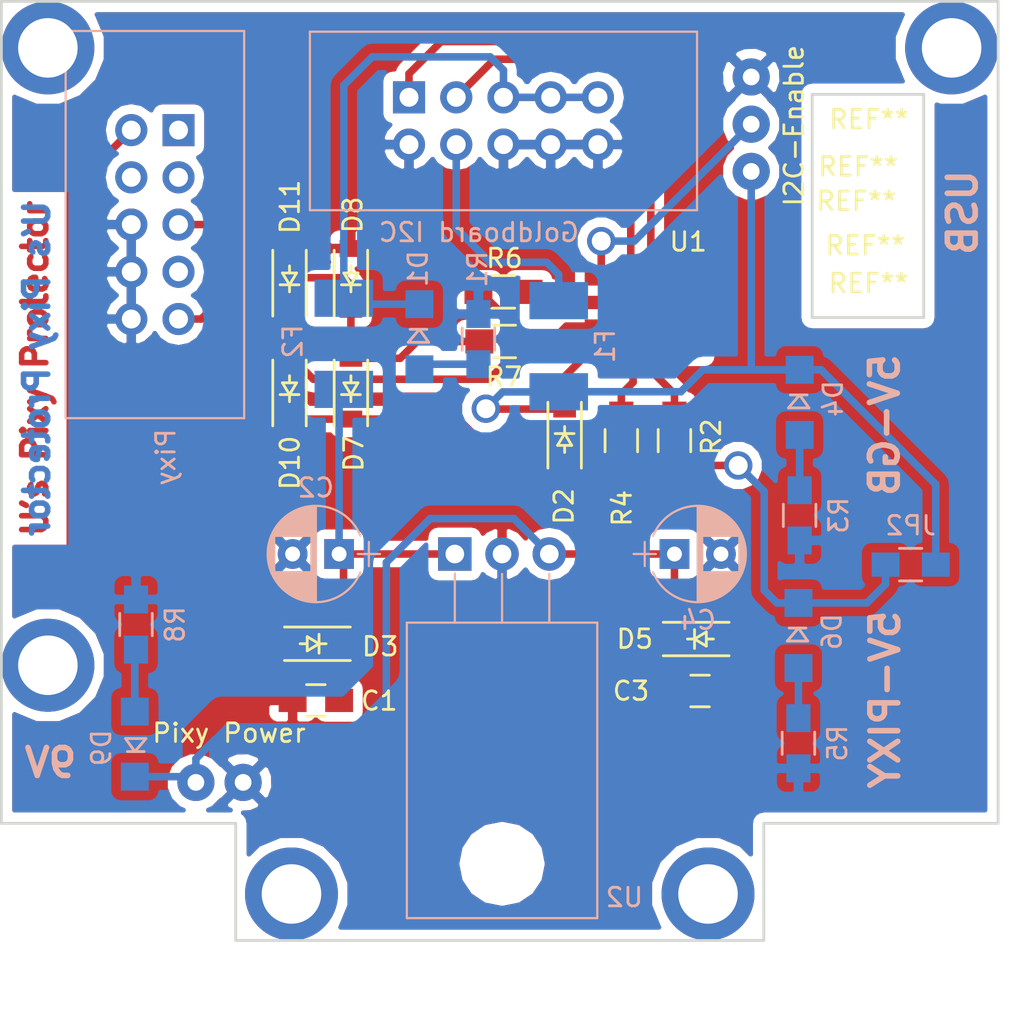
<source format=kicad_pcb>
(kicad_pcb (version 4) (host pcbnew 4.0.7-e2-6376~58~ubuntu16.04.1)

  (general
    (links 65)
    (no_connects 0)
    (area 99.924999 99.924999 153.675001 150.575001)
    (thickness 1.6)
    (drawings 18)
    (tracks 135)
    (zones 0)
    (modules 37)
    (nets 23)
  )

  (page A4)
  (layers
    (0 F.Cu signal)
    (31 B.Cu signal)
    (32 B.Adhes user)
    (33 F.Adhes user)
    (34 B.Paste user)
    (35 F.Paste user)
    (36 B.SilkS user)
    (37 F.SilkS user)
    (38 B.Mask user)
    (39 F.Mask user)
    (40 Dwgs.User user)
    (41 Cmts.User user)
    (42 Eco1.User user)
    (43 Eco2.User user)
    (44 Edge.Cuts user)
    (45 Margin user)
    (46 B.CrtYd user)
    (47 F.CrtYd user)
    (48 B.Fab user hide)
    (49 F.Fab user hide)
  )

  (setup
    (last_trace_width 0.3048)
    (trace_clearance 0.3048)
    (zone_clearance 0.508)
    (zone_45_only no)
    (trace_min 0.2)
    (segment_width 0.2)
    (edge_width 0.15)
    (via_size 1.524)
    (via_drill 1.016)
    (via_min_size 0.4)
    (via_min_drill 0.3)
    (uvia_size 0.3)
    (uvia_drill 0.1)
    (uvias_allowed no)
    (uvia_min_size 0)
    (uvia_min_drill 0)
    (pcb_text_width 0.3)
    (pcb_text_size 1.5 1.5)
    (mod_edge_width 0.15)
    (mod_text_size 1 1)
    (mod_text_width 0.15)
    (pad_size 1.524 1.524)
    (pad_drill 0.762)
    (pad_to_mask_clearance 0.2)
    (aux_axis_origin 0 0)
    (grid_origin 100 100)
    (visible_elements FFFFFFFF)
    (pcbplotparams
      (layerselection 0x01000_80000001)
      (usegerberextensions false)
      (excludeedgelayer true)
      (linewidth 0.100000)
      (plotframeref false)
      (viasonmask false)
      (mode 1)
      (useauxorigin false)
      (hpglpennumber 1)
      (hpglpenspeed 20)
      (hpglpendiameter 15)
      (hpglpenoverlay 2)
      (psnegative false)
      (psa4output false)
      (plotreference true)
      (plotvalue true)
      (plotinvisibletext false)
      (padsonsilk false)
      (subtractmaskfromsilk false)
      (outputformat 4)
      (mirror false)
      (drillshape 0)
      (scaleselection 1)
      (outputdirectory test))
  )

  (net 0 "")
  (net 1 "Net-(C1-Pad1)")
  (net 2 GND)
  (net 3 "Net-(C3-Pad1)")
  (net 4 "Net-(D1-Pad1)")
  (net 5 "Net-(D1-Pad2)")
  (net 6 +5VA)
  (net 7 "Net-(D4-Pad1)")
  (net 8 "Net-(D6-Pad1)")
  (net 9 +5VP)
  (net 10 "Net-(D7-Pad2)")
  (net 11 "Net-(D9-Pad1)")
  (net 12 "Net-(D10-Pad2)")
  (net 13 "Net-(F1-Pad2)")
  (net 14 "Net-(J1-Pad1)")
  (net 15 "Net-(J1-Pad3)")
  (net 16 "Net-(J3-Pad1)")
  (net 17 "Net-(J3-Pad3)")
  (net 18 "Net-(J3-Pad4)")
  (net 19 "Net-(J3-Pad7)")
  (net 20 "Net-(JP1-Pad2)")
  (net 21 "Net-(R2-Pad2)")
  (net 22 "Net-(R4-Pad2)")

  (net_class Default "This is the default net class."
    (clearance 0.3048)
    (trace_width 0.3048)
    (via_dia 1.524)
    (via_drill 1.016)
    (uvia_dia 0.3)
    (uvia_drill 0.1)
    (add_net +5VA)
    (add_net +5VP)
    (add_net GND)
    (add_net "Net-(C1-Pad1)")
    (add_net "Net-(C3-Pad1)")
    (add_net "Net-(D1-Pad1)")
    (add_net "Net-(D1-Pad2)")
    (add_net "Net-(D10-Pad2)")
    (add_net "Net-(D4-Pad1)")
    (add_net "Net-(D6-Pad1)")
    (add_net "Net-(D7-Pad2)")
    (add_net "Net-(D9-Pad1)")
    (add_net "Net-(F1-Pad2)")
    (add_net "Net-(J1-Pad1)")
    (add_net "Net-(J1-Pad3)")
    (add_net "Net-(J3-Pad1)")
    (add_net "Net-(J3-Pad3)")
    (add_net "Net-(J3-Pad4)")
    (add_net "Net-(J3-Pad7)")
    (add_net "Net-(JP1-Pad2)")
    (add_net "Net-(R2-Pad2)")
    (add_net "Net-(R4-Pad2)")
  )

  (module footprint:Mountinghole (layer F.Cu) (tedit 587C9849) (tstamp 59C4175F)
    (at 102.5 135.7)
    (fp_text reference REF** (at 44.1598 -29.35) (layer F.SilkS)
      (effects (font (size 1 1) (thickness 0.15)))
    )
    (fp_text value Mountinghole (at 0 -3.048) (layer F.Fab)
      (effects (font (size 1 1) (thickness 0.15)))
    )
    (pad "" np_thru_hole circle (at 0 0) (size 5 5) (drill 3.2) (layers *.Cu *.Mask))
  )

  (module footprint:Mountinghole (layer F.Cu) (tedit 587C9849) (tstamp 59C417EF)
    (at 115.6 148)
    (fp_text reference REF** (at 31.0344 -32.8362) (layer F.SilkS)
      (effects (font (size 1 1) (thickness 0.15)))
    )
    (fp_text value Mountinghole (at 0 -3.048) (layer F.Fab)
      (effects (font (size 1 1) (thickness 0.15)))
    )
    (pad "" np_thru_hole circle (at 0 0) (size 5 5) (drill 3.2) (layers *.Cu *.Mask))
  )

  (module footprint:Mountinghole (layer F.Cu) (tedit 587C9849) (tstamp 59C41746)
    (at 151.1 102.5)
    (fp_text reference REF** (at -5.0244 6.39) (layer F.SilkS)
      (effects (font (size 1 1) (thickness 0.15)))
    )
    (fp_text value Mountinghole (at 0 -3.048) (layer F.Fab)
      (effects (font (size 1 1) (thickness 0.15)))
    )
    (pad "" np_thru_hole circle (at 0 0) (size 5 5) (drill 3.2) (layers *.Cu *.Mask))
  )

  (module footprint:Mountinghole (layer F.Cu) (tedit 587C9849) (tstamp 59C4180A)
    (at 138 148)
    (fp_text reference REF** (at 8.4566 -34.8682) (layer F.SilkS)
      (effects (font (size 1 1) (thickness 0.15)))
    )
    (fp_text value Mountinghole (at 0 -3.048) (layer F.Fab)
      (effects (font (size 1 1) (thickness 0.15)))
    )
    (pad "" np_thru_hole circle (at 0 0) (size 5 5) (drill 3.2) (layers *.Cu *.Mask))
  )

  (module footprint:C_0805 (layer F.Cu) (tedit 541A9B8D) (tstamp 59C41331)
    (at 116.911 137.592 180)
    (descr "Capacitor SMD 0805, hand soldering")
    (tags "capacitor 0805")
    (path /59AEC55D)
    (attr smd)
    (fp_text reference C1 (at -3.409 -0.0254 180) (layer F.SilkS)
      (effects (font (size 1 1) (thickness 0.15)))
    )
    (fp_text value 100n (at 0 2.1 180) (layer F.Fab)
      (effects (font (size 1 1) (thickness 0.15)))
    )
    (fp_line (start -2.3 -1) (end 2.3 -1) (layer F.CrtYd) (width 0.05))
    (fp_line (start -2.3 1) (end 2.3 1) (layer F.CrtYd) (width 0.05))
    (fp_line (start -2.3 -1) (end -2.3 1) (layer F.CrtYd) (width 0.05))
    (fp_line (start 2.3 -1) (end 2.3 1) (layer F.CrtYd) (width 0.05))
    (fp_line (start 0.5 -0.85) (end -0.5 -0.85) (layer F.SilkS) (width 0.15))
    (fp_line (start -0.5 0.85) (end 0.5 0.85) (layer F.SilkS) (width 0.15))
    (pad 1 smd rect (at -1.25 0 180) (size 1.5 1.25) (layers F.Cu F.Paste F.Mask)
      (net 1 "Net-(C1-Pad1)"))
    (pad 2 smd rect (at 1.25 0 180) (size 1.5 1.25) (layers F.Cu F.Paste F.Mask)
      (net 2 GND))
    (model Capacitors_SMD.3dshapes/C_0805_HandSoldering.wrl
      (at (xyz 0 0 0))
      (scale (xyz 1 1 1))
      (rotate (xyz 0 0 0))
    )
  )

  (module Capacitors_THT:CP_Radial_D5.0mm_P2.50mm (layer B.Cu) (tedit 58765D06) (tstamp 59C41337)
    (at 118.161 129.718 180)
    (descr "CP, Radial series, Radial, pin pitch=2.50mm, , diameter=5mm, Electrolytic Capacitor")
    (tags "CP Radial series Radial pin pitch 2.50mm  diameter 5mm Electrolytic Capacitor")
    (path /59AEC5EB)
    (fp_text reference C2 (at 1.25 3.56 180) (layer B.SilkS)
      (effects (font (size 1 1) (thickness 0.15)) (justify mirror))
    )
    (fp_text value 47u (at 1.25 -3.56 180) (layer B.Fab)
      (effects (font (size 1 1) (thickness 0.15)) (justify mirror))
    )
    (fp_arc (start 1.25 0) (end -1.147436 0.98) (angle -135.5) (layer B.SilkS) (width 0.12))
    (fp_arc (start 1.25 0) (end -1.147436 -0.98) (angle 135.5) (layer B.SilkS) (width 0.12))
    (fp_arc (start 1.25 0) (end 3.647436 0.98) (angle -44.5) (layer B.SilkS) (width 0.12))
    (fp_circle (center 1.25 0) (end 3.75 0) (layer B.Fab) (width 0.1))
    (fp_line (start -2.2 0) (end -1 0) (layer B.Fab) (width 0.1))
    (fp_line (start -1.6 0.65) (end -1.6 -0.65) (layer B.Fab) (width 0.1))
    (fp_line (start 1.25 2.55) (end 1.25 -2.55) (layer B.SilkS) (width 0.12))
    (fp_line (start 1.29 2.55) (end 1.29 -2.55) (layer B.SilkS) (width 0.12))
    (fp_line (start 1.33 2.549) (end 1.33 -2.549) (layer B.SilkS) (width 0.12))
    (fp_line (start 1.37 2.548) (end 1.37 -2.548) (layer B.SilkS) (width 0.12))
    (fp_line (start 1.41 2.546) (end 1.41 -2.546) (layer B.SilkS) (width 0.12))
    (fp_line (start 1.45 2.543) (end 1.45 -2.543) (layer B.SilkS) (width 0.12))
    (fp_line (start 1.49 2.539) (end 1.49 -2.539) (layer B.SilkS) (width 0.12))
    (fp_line (start 1.53 2.535) (end 1.53 0.98) (layer B.SilkS) (width 0.12))
    (fp_line (start 1.53 -0.98) (end 1.53 -2.535) (layer B.SilkS) (width 0.12))
    (fp_line (start 1.57 2.531) (end 1.57 0.98) (layer B.SilkS) (width 0.12))
    (fp_line (start 1.57 -0.98) (end 1.57 -2.531) (layer B.SilkS) (width 0.12))
    (fp_line (start 1.61 2.525) (end 1.61 0.98) (layer B.SilkS) (width 0.12))
    (fp_line (start 1.61 -0.98) (end 1.61 -2.525) (layer B.SilkS) (width 0.12))
    (fp_line (start 1.65 2.519) (end 1.65 0.98) (layer B.SilkS) (width 0.12))
    (fp_line (start 1.65 -0.98) (end 1.65 -2.519) (layer B.SilkS) (width 0.12))
    (fp_line (start 1.69 2.513) (end 1.69 0.98) (layer B.SilkS) (width 0.12))
    (fp_line (start 1.69 -0.98) (end 1.69 -2.513) (layer B.SilkS) (width 0.12))
    (fp_line (start 1.73 2.506) (end 1.73 0.98) (layer B.SilkS) (width 0.12))
    (fp_line (start 1.73 -0.98) (end 1.73 -2.506) (layer B.SilkS) (width 0.12))
    (fp_line (start 1.77 2.498) (end 1.77 0.98) (layer B.SilkS) (width 0.12))
    (fp_line (start 1.77 -0.98) (end 1.77 -2.498) (layer B.SilkS) (width 0.12))
    (fp_line (start 1.81 2.489) (end 1.81 0.98) (layer B.SilkS) (width 0.12))
    (fp_line (start 1.81 -0.98) (end 1.81 -2.489) (layer B.SilkS) (width 0.12))
    (fp_line (start 1.85 2.48) (end 1.85 0.98) (layer B.SilkS) (width 0.12))
    (fp_line (start 1.85 -0.98) (end 1.85 -2.48) (layer B.SilkS) (width 0.12))
    (fp_line (start 1.89 2.47) (end 1.89 0.98) (layer B.SilkS) (width 0.12))
    (fp_line (start 1.89 -0.98) (end 1.89 -2.47) (layer B.SilkS) (width 0.12))
    (fp_line (start 1.93 2.46) (end 1.93 0.98) (layer B.SilkS) (width 0.12))
    (fp_line (start 1.93 -0.98) (end 1.93 -2.46) (layer B.SilkS) (width 0.12))
    (fp_line (start 1.971 2.448) (end 1.971 0.98) (layer B.SilkS) (width 0.12))
    (fp_line (start 1.971 -0.98) (end 1.971 -2.448) (layer B.SilkS) (width 0.12))
    (fp_line (start 2.011 2.436) (end 2.011 0.98) (layer B.SilkS) (width 0.12))
    (fp_line (start 2.011 -0.98) (end 2.011 -2.436) (layer B.SilkS) (width 0.12))
    (fp_line (start 2.051 2.424) (end 2.051 0.98) (layer B.SilkS) (width 0.12))
    (fp_line (start 2.051 -0.98) (end 2.051 -2.424) (layer B.SilkS) (width 0.12))
    (fp_line (start 2.091 2.41) (end 2.091 0.98) (layer B.SilkS) (width 0.12))
    (fp_line (start 2.091 -0.98) (end 2.091 -2.41) (layer B.SilkS) (width 0.12))
    (fp_line (start 2.131 2.396) (end 2.131 0.98) (layer B.SilkS) (width 0.12))
    (fp_line (start 2.131 -0.98) (end 2.131 -2.396) (layer B.SilkS) (width 0.12))
    (fp_line (start 2.171 2.382) (end 2.171 0.98) (layer B.SilkS) (width 0.12))
    (fp_line (start 2.171 -0.98) (end 2.171 -2.382) (layer B.SilkS) (width 0.12))
    (fp_line (start 2.211 2.366) (end 2.211 0.98) (layer B.SilkS) (width 0.12))
    (fp_line (start 2.211 -0.98) (end 2.211 -2.366) (layer B.SilkS) (width 0.12))
    (fp_line (start 2.251 2.35) (end 2.251 0.98) (layer B.SilkS) (width 0.12))
    (fp_line (start 2.251 -0.98) (end 2.251 -2.35) (layer B.SilkS) (width 0.12))
    (fp_line (start 2.291 2.333) (end 2.291 0.98) (layer B.SilkS) (width 0.12))
    (fp_line (start 2.291 -0.98) (end 2.291 -2.333) (layer B.SilkS) (width 0.12))
    (fp_line (start 2.331 2.315) (end 2.331 0.98) (layer B.SilkS) (width 0.12))
    (fp_line (start 2.331 -0.98) (end 2.331 -2.315) (layer B.SilkS) (width 0.12))
    (fp_line (start 2.371 2.296) (end 2.371 0.98) (layer B.SilkS) (width 0.12))
    (fp_line (start 2.371 -0.98) (end 2.371 -2.296) (layer B.SilkS) (width 0.12))
    (fp_line (start 2.411 2.276) (end 2.411 0.98) (layer B.SilkS) (width 0.12))
    (fp_line (start 2.411 -0.98) (end 2.411 -2.276) (layer B.SilkS) (width 0.12))
    (fp_line (start 2.451 2.256) (end 2.451 0.98) (layer B.SilkS) (width 0.12))
    (fp_line (start 2.451 -0.98) (end 2.451 -2.256) (layer B.SilkS) (width 0.12))
    (fp_line (start 2.491 2.234) (end 2.491 0.98) (layer B.SilkS) (width 0.12))
    (fp_line (start 2.491 -0.98) (end 2.491 -2.234) (layer B.SilkS) (width 0.12))
    (fp_line (start 2.531 2.212) (end 2.531 0.98) (layer B.SilkS) (width 0.12))
    (fp_line (start 2.531 -0.98) (end 2.531 -2.212) (layer B.SilkS) (width 0.12))
    (fp_line (start 2.571 2.189) (end 2.571 0.98) (layer B.SilkS) (width 0.12))
    (fp_line (start 2.571 -0.98) (end 2.571 -2.189) (layer B.SilkS) (width 0.12))
    (fp_line (start 2.611 2.165) (end 2.611 0.98) (layer B.SilkS) (width 0.12))
    (fp_line (start 2.611 -0.98) (end 2.611 -2.165) (layer B.SilkS) (width 0.12))
    (fp_line (start 2.651 2.14) (end 2.651 0.98) (layer B.SilkS) (width 0.12))
    (fp_line (start 2.651 -0.98) (end 2.651 -2.14) (layer B.SilkS) (width 0.12))
    (fp_line (start 2.691 2.113) (end 2.691 0.98) (layer B.SilkS) (width 0.12))
    (fp_line (start 2.691 -0.98) (end 2.691 -2.113) (layer B.SilkS) (width 0.12))
    (fp_line (start 2.731 2.086) (end 2.731 0.98) (layer B.SilkS) (width 0.12))
    (fp_line (start 2.731 -0.98) (end 2.731 -2.086) (layer B.SilkS) (width 0.12))
    (fp_line (start 2.771 2.058) (end 2.771 0.98) (layer B.SilkS) (width 0.12))
    (fp_line (start 2.771 -0.98) (end 2.771 -2.058) (layer B.SilkS) (width 0.12))
    (fp_line (start 2.811 2.028) (end 2.811 0.98) (layer B.SilkS) (width 0.12))
    (fp_line (start 2.811 -0.98) (end 2.811 -2.028) (layer B.SilkS) (width 0.12))
    (fp_line (start 2.851 1.997) (end 2.851 0.98) (layer B.SilkS) (width 0.12))
    (fp_line (start 2.851 -0.98) (end 2.851 -1.997) (layer B.SilkS) (width 0.12))
    (fp_line (start 2.891 1.965) (end 2.891 0.98) (layer B.SilkS) (width 0.12))
    (fp_line (start 2.891 -0.98) (end 2.891 -1.965) (layer B.SilkS) (width 0.12))
    (fp_line (start 2.931 1.932) (end 2.931 0.98) (layer B.SilkS) (width 0.12))
    (fp_line (start 2.931 -0.98) (end 2.931 -1.932) (layer B.SilkS) (width 0.12))
    (fp_line (start 2.971 1.897) (end 2.971 0.98) (layer B.SilkS) (width 0.12))
    (fp_line (start 2.971 -0.98) (end 2.971 -1.897) (layer B.SilkS) (width 0.12))
    (fp_line (start 3.011 1.861) (end 3.011 0.98) (layer B.SilkS) (width 0.12))
    (fp_line (start 3.011 -0.98) (end 3.011 -1.861) (layer B.SilkS) (width 0.12))
    (fp_line (start 3.051 1.823) (end 3.051 0.98) (layer B.SilkS) (width 0.12))
    (fp_line (start 3.051 -0.98) (end 3.051 -1.823) (layer B.SilkS) (width 0.12))
    (fp_line (start 3.091 1.783) (end 3.091 0.98) (layer B.SilkS) (width 0.12))
    (fp_line (start 3.091 -0.98) (end 3.091 -1.783) (layer B.SilkS) (width 0.12))
    (fp_line (start 3.131 1.742) (end 3.131 0.98) (layer B.SilkS) (width 0.12))
    (fp_line (start 3.131 -0.98) (end 3.131 -1.742) (layer B.SilkS) (width 0.12))
    (fp_line (start 3.171 1.699) (end 3.171 0.98) (layer B.SilkS) (width 0.12))
    (fp_line (start 3.171 -0.98) (end 3.171 -1.699) (layer B.SilkS) (width 0.12))
    (fp_line (start 3.211 1.654) (end 3.211 0.98) (layer B.SilkS) (width 0.12))
    (fp_line (start 3.211 -0.98) (end 3.211 -1.654) (layer B.SilkS) (width 0.12))
    (fp_line (start 3.251 1.606) (end 3.251 0.98) (layer B.SilkS) (width 0.12))
    (fp_line (start 3.251 -0.98) (end 3.251 -1.606) (layer B.SilkS) (width 0.12))
    (fp_line (start 3.291 1.556) (end 3.291 0.98) (layer B.SilkS) (width 0.12))
    (fp_line (start 3.291 -0.98) (end 3.291 -1.556) (layer B.SilkS) (width 0.12))
    (fp_line (start 3.331 1.504) (end 3.331 0.98) (layer B.SilkS) (width 0.12))
    (fp_line (start 3.331 -0.98) (end 3.331 -1.504) (layer B.SilkS) (width 0.12))
    (fp_line (start 3.371 1.448) (end 3.371 0.98) (layer B.SilkS) (width 0.12))
    (fp_line (start 3.371 -0.98) (end 3.371 -1.448) (layer B.SilkS) (width 0.12))
    (fp_line (start 3.411 1.39) (end 3.411 0.98) (layer B.SilkS) (width 0.12))
    (fp_line (start 3.411 -0.98) (end 3.411 -1.39) (layer B.SilkS) (width 0.12))
    (fp_line (start 3.451 1.327) (end 3.451 0.98) (layer B.SilkS) (width 0.12))
    (fp_line (start 3.451 -0.98) (end 3.451 -1.327) (layer B.SilkS) (width 0.12))
    (fp_line (start 3.491 1.261) (end 3.491 -1.261) (layer B.SilkS) (width 0.12))
    (fp_line (start 3.531 1.189) (end 3.531 -1.189) (layer B.SilkS) (width 0.12))
    (fp_line (start 3.571 1.112) (end 3.571 -1.112) (layer B.SilkS) (width 0.12))
    (fp_line (start 3.611 1.028) (end 3.611 -1.028) (layer B.SilkS) (width 0.12))
    (fp_line (start 3.651 0.934) (end 3.651 -0.934) (layer B.SilkS) (width 0.12))
    (fp_line (start 3.691 0.829) (end 3.691 -0.829) (layer B.SilkS) (width 0.12))
    (fp_line (start 3.731 0.707) (end 3.731 -0.707) (layer B.SilkS) (width 0.12))
    (fp_line (start 3.771 0.559) (end 3.771 -0.559) (layer B.SilkS) (width 0.12))
    (fp_line (start 3.811 0.354) (end 3.811 -0.354) (layer B.SilkS) (width 0.12))
    (fp_line (start -2.2 0) (end -1 0) (layer B.SilkS) (width 0.12))
    (fp_line (start -1.6 0.65) (end -1.6 -0.65) (layer B.SilkS) (width 0.12))
    (fp_line (start -1.6 2.85) (end -1.6 -2.85) (layer B.CrtYd) (width 0.05))
    (fp_line (start -1.6 -2.85) (end 4.1 -2.85) (layer B.CrtYd) (width 0.05))
    (fp_line (start 4.1 -2.85) (end 4.1 2.85) (layer B.CrtYd) (width 0.05))
    (fp_line (start 4.1 2.85) (end -1.6 2.85) (layer B.CrtYd) (width 0.05))
    (pad 1 thru_hole rect (at 0 0 180) (size 1.6 1.6) (drill 0.8) (layers *.Cu *.Mask)
      (net 1 "Net-(C1-Pad1)"))
    (pad 2 thru_hole circle (at 2.5 0 180) (size 1.6 1.6) (drill 0.8) (layers *.Cu *.Mask)
      (net 2 GND))
    (model Capacitors_ThroughHole.3dshapes/CP_Radial_D5.0mm_P2.50mm.wrl
      (at (xyz 0 0 0))
      (scale (xyz 0.393701 0.393701 0.393701))
      (rotate (xyz 0 0 0))
    )
  )

  (module footprint:C_0805 (layer F.Cu) (tedit 541A9B8D) (tstamp 59C4133D)
    (at 137.572 137.084)
    (descr "Capacitor SMD 0805, hand soldering")
    (tags "capacitor 0805")
    (path /59AEC4F4)
    (attr smd)
    (fp_text reference C3 (at -3.7138 0) (layer F.SilkS)
      (effects (font (size 1 1) (thickness 0.15)))
    )
    (fp_text value 100n (at 0 2.1) (layer F.Fab)
      (effects (font (size 1 1) (thickness 0.15)))
    )
    (fp_line (start -2.3 -1) (end 2.3 -1) (layer F.CrtYd) (width 0.05))
    (fp_line (start -2.3 1) (end 2.3 1) (layer F.CrtYd) (width 0.05))
    (fp_line (start -2.3 -1) (end -2.3 1) (layer F.CrtYd) (width 0.05))
    (fp_line (start 2.3 -1) (end 2.3 1) (layer F.CrtYd) (width 0.05))
    (fp_line (start 0.5 -0.85) (end -0.5 -0.85) (layer F.SilkS) (width 0.15))
    (fp_line (start -0.5 0.85) (end 0.5 0.85) (layer F.SilkS) (width 0.15))
    (pad 1 smd rect (at -1.25 0) (size 1.5 1.25) (layers F.Cu F.Paste F.Mask)
      (net 3 "Net-(C3-Pad1)"))
    (pad 2 smd rect (at 1.25 0) (size 1.5 1.25) (layers F.Cu F.Paste F.Mask)
      (net 2 GND))
    (model Capacitors_SMD.3dshapes/C_0805_HandSoldering.wrl
      (at (xyz 0 0 0))
      (scale (xyz 1 1 1))
      (rotate (xyz 0 0 0))
    )
  )

  (module Capacitors_THT:CP_Radial_D5.0mm_P2.50mm (layer B.Cu) (tedit 58765D06) (tstamp 59C41343)
    (at 136.195 129.718)
    (descr "CP, Radial series, Radial, pin pitch=2.50mm, , diameter=5mm, Electrolytic Capacitor")
    (tags "CP Radial series Radial pin pitch 2.50mm  diameter 5mm Electrolytic Capacitor")
    (path /59AEC66A)
    (fp_text reference C4 (at 1.25 3.56) (layer B.SilkS)
      (effects (font (size 1 1) (thickness 0.15)) (justify mirror))
    )
    (fp_text value 47u (at -3.0734 1.4478) (layer B.Fab)
      (effects (font (size 1 1) (thickness 0.15)) (justify mirror))
    )
    (fp_arc (start 1.25 0) (end -1.147436 0.98) (angle -135.5) (layer B.SilkS) (width 0.12))
    (fp_arc (start 1.25 0) (end -1.147436 -0.98) (angle 135.5) (layer B.SilkS) (width 0.12))
    (fp_arc (start 1.25 0) (end 3.647436 0.98) (angle -44.5) (layer B.SilkS) (width 0.12))
    (fp_circle (center 1.25 0) (end 3.75 0) (layer B.Fab) (width 0.1))
    (fp_line (start -2.2 0) (end -1 0) (layer B.Fab) (width 0.1))
    (fp_line (start -1.6 0.65) (end -1.6 -0.65) (layer B.Fab) (width 0.1))
    (fp_line (start 1.25 2.55) (end 1.25 -2.55) (layer B.SilkS) (width 0.12))
    (fp_line (start 1.29 2.55) (end 1.29 -2.55) (layer B.SilkS) (width 0.12))
    (fp_line (start 1.33 2.549) (end 1.33 -2.549) (layer B.SilkS) (width 0.12))
    (fp_line (start 1.37 2.548) (end 1.37 -2.548) (layer B.SilkS) (width 0.12))
    (fp_line (start 1.41 2.546) (end 1.41 -2.546) (layer B.SilkS) (width 0.12))
    (fp_line (start 1.45 2.543) (end 1.45 -2.543) (layer B.SilkS) (width 0.12))
    (fp_line (start 1.49 2.539) (end 1.49 -2.539) (layer B.SilkS) (width 0.12))
    (fp_line (start 1.53 2.535) (end 1.53 0.98) (layer B.SilkS) (width 0.12))
    (fp_line (start 1.53 -0.98) (end 1.53 -2.535) (layer B.SilkS) (width 0.12))
    (fp_line (start 1.57 2.531) (end 1.57 0.98) (layer B.SilkS) (width 0.12))
    (fp_line (start 1.57 -0.98) (end 1.57 -2.531) (layer B.SilkS) (width 0.12))
    (fp_line (start 1.61 2.525) (end 1.61 0.98) (layer B.SilkS) (width 0.12))
    (fp_line (start 1.61 -0.98) (end 1.61 -2.525) (layer B.SilkS) (width 0.12))
    (fp_line (start 1.65 2.519) (end 1.65 0.98) (layer B.SilkS) (width 0.12))
    (fp_line (start 1.65 -0.98) (end 1.65 -2.519) (layer B.SilkS) (width 0.12))
    (fp_line (start 1.69 2.513) (end 1.69 0.98) (layer B.SilkS) (width 0.12))
    (fp_line (start 1.69 -0.98) (end 1.69 -2.513) (layer B.SilkS) (width 0.12))
    (fp_line (start 1.73 2.506) (end 1.73 0.98) (layer B.SilkS) (width 0.12))
    (fp_line (start 1.73 -0.98) (end 1.73 -2.506) (layer B.SilkS) (width 0.12))
    (fp_line (start 1.77 2.498) (end 1.77 0.98) (layer B.SilkS) (width 0.12))
    (fp_line (start 1.77 -0.98) (end 1.77 -2.498) (layer B.SilkS) (width 0.12))
    (fp_line (start 1.81 2.489) (end 1.81 0.98) (layer B.SilkS) (width 0.12))
    (fp_line (start 1.81 -0.98) (end 1.81 -2.489) (layer B.SilkS) (width 0.12))
    (fp_line (start 1.85 2.48) (end 1.85 0.98) (layer B.SilkS) (width 0.12))
    (fp_line (start 1.85 -0.98) (end 1.85 -2.48) (layer B.SilkS) (width 0.12))
    (fp_line (start 1.89 2.47) (end 1.89 0.98) (layer B.SilkS) (width 0.12))
    (fp_line (start 1.89 -0.98) (end 1.89 -2.47) (layer B.SilkS) (width 0.12))
    (fp_line (start 1.93 2.46) (end 1.93 0.98) (layer B.SilkS) (width 0.12))
    (fp_line (start 1.93 -0.98) (end 1.93 -2.46) (layer B.SilkS) (width 0.12))
    (fp_line (start 1.971 2.448) (end 1.971 0.98) (layer B.SilkS) (width 0.12))
    (fp_line (start 1.971 -0.98) (end 1.971 -2.448) (layer B.SilkS) (width 0.12))
    (fp_line (start 2.011 2.436) (end 2.011 0.98) (layer B.SilkS) (width 0.12))
    (fp_line (start 2.011 -0.98) (end 2.011 -2.436) (layer B.SilkS) (width 0.12))
    (fp_line (start 2.051 2.424) (end 2.051 0.98) (layer B.SilkS) (width 0.12))
    (fp_line (start 2.051 -0.98) (end 2.051 -2.424) (layer B.SilkS) (width 0.12))
    (fp_line (start 2.091 2.41) (end 2.091 0.98) (layer B.SilkS) (width 0.12))
    (fp_line (start 2.091 -0.98) (end 2.091 -2.41) (layer B.SilkS) (width 0.12))
    (fp_line (start 2.131 2.396) (end 2.131 0.98) (layer B.SilkS) (width 0.12))
    (fp_line (start 2.131 -0.98) (end 2.131 -2.396) (layer B.SilkS) (width 0.12))
    (fp_line (start 2.171 2.382) (end 2.171 0.98) (layer B.SilkS) (width 0.12))
    (fp_line (start 2.171 -0.98) (end 2.171 -2.382) (layer B.SilkS) (width 0.12))
    (fp_line (start 2.211 2.366) (end 2.211 0.98) (layer B.SilkS) (width 0.12))
    (fp_line (start 2.211 -0.98) (end 2.211 -2.366) (layer B.SilkS) (width 0.12))
    (fp_line (start 2.251 2.35) (end 2.251 0.98) (layer B.SilkS) (width 0.12))
    (fp_line (start 2.251 -0.98) (end 2.251 -2.35) (layer B.SilkS) (width 0.12))
    (fp_line (start 2.291 2.333) (end 2.291 0.98) (layer B.SilkS) (width 0.12))
    (fp_line (start 2.291 -0.98) (end 2.291 -2.333) (layer B.SilkS) (width 0.12))
    (fp_line (start 2.331 2.315) (end 2.331 0.98) (layer B.SilkS) (width 0.12))
    (fp_line (start 2.331 -0.98) (end 2.331 -2.315) (layer B.SilkS) (width 0.12))
    (fp_line (start 2.371 2.296) (end 2.371 0.98) (layer B.SilkS) (width 0.12))
    (fp_line (start 2.371 -0.98) (end 2.371 -2.296) (layer B.SilkS) (width 0.12))
    (fp_line (start 2.411 2.276) (end 2.411 0.98) (layer B.SilkS) (width 0.12))
    (fp_line (start 2.411 -0.98) (end 2.411 -2.276) (layer B.SilkS) (width 0.12))
    (fp_line (start 2.451 2.256) (end 2.451 0.98) (layer B.SilkS) (width 0.12))
    (fp_line (start 2.451 -0.98) (end 2.451 -2.256) (layer B.SilkS) (width 0.12))
    (fp_line (start 2.491 2.234) (end 2.491 0.98) (layer B.SilkS) (width 0.12))
    (fp_line (start 2.491 -0.98) (end 2.491 -2.234) (layer B.SilkS) (width 0.12))
    (fp_line (start 2.531 2.212) (end 2.531 0.98) (layer B.SilkS) (width 0.12))
    (fp_line (start 2.531 -0.98) (end 2.531 -2.212) (layer B.SilkS) (width 0.12))
    (fp_line (start 2.571 2.189) (end 2.571 0.98) (layer B.SilkS) (width 0.12))
    (fp_line (start 2.571 -0.98) (end 2.571 -2.189) (layer B.SilkS) (width 0.12))
    (fp_line (start 2.611 2.165) (end 2.611 0.98) (layer B.SilkS) (width 0.12))
    (fp_line (start 2.611 -0.98) (end 2.611 -2.165) (layer B.SilkS) (width 0.12))
    (fp_line (start 2.651 2.14) (end 2.651 0.98) (layer B.SilkS) (width 0.12))
    (fp_line (start 2.651 -0.98) (end 2.651 -2.14) (layer B.SilkS) (width 0.12))
    (fp_line (start 2.691 2.113) (end 2.691 0.98) (layer B.SilkS) (width 0.12))
    (fp_line (start 2.691 -0.98) (end 2.691 -2.113) (layer B.SilkS) (width 0.12))
    (fp_line (start 2.731 2.086) (end 2.731 0.98) (layer B.SilkS) (width 0.12))
    (fp_line (start 2.731 -0.98) (end 2.731 -2.086) (layer B.SilkS) (width 0.12))
    (fp_line (start 2.771 2.058) (end 2.771 0.98) (layer B.SilkS) (width 0.12))
    (fp_line (start 2.771 -0.98) (end 2.771 -2.058) (layer B.SilkS) (width 0.12))
    (fp_line (start 2.811 2.028) (end 2.811 0.98) (layer B.SilkS) (width 0.12))
    (fp_line (start 2.811 -0.98) (end 2.811 -2.028) (layer B.SilkS) (width 0.12))
    (fp_line (start 2.851 1.997) (end 2.851 0.98) (layer B.SilkS) (width 0.12))
    (fp_line (start 2.851 -0.98) (end 2.851 -1.997) (layer B.SilkS) (width 0.12))
    (fp_line (start 2.891 1.965) (end 2.891 0.98) (layer B.SilkS) (width 0.12))
    (fp_line (start 2.891 -0.98) (end 2.891 -1.965) (layer B.SilkS) (width 0.12))
    (fp_line (start 2.931 1.932) (end 2.931 0.98) (layer B.SilkS) (width 0.12))
    (fp_line (start 2.931 -0.98) (end 2.931 -1.932) (layer B.SilkS) (width 0.12))
    (fp_line (start 2.971 1.897) (end 2.971 0.98) (layer B.SilkS) (width 0.12))
    (fp_line (start 2.971 -0.98) (end 2.971 -1.897) (layer B.SilkS) (width 0.12))
    (fp_line (start 3.011 1.861) (end 3.011 0.98) (layer B.SilkS) (width 0.12))
    (fp_line (start 3.011 -0.98) (end 3.011 -1.861) (layer B.SilkS) (width 0.12))
    (fp_line (start 3.051 1.823) (end 3.051 0.98) (layer B.SilkS) (width 0.12))
    (fp_line (start 3.051 -0.98) (end 3.051 -1.823) (layer B.SilkS) (width 0.12))
    (fp_line (start 3.091 1.783) (end 3.091 0.98) (layer B.SilkS) (width 0.12))
    (fp_line (start 3.091 -0.98) (end 3.091 -1.783) (layer B.SilkS) (width 0.12))
    (fp_line (start 3.131 1.742) (end 3.131 0.98) (layer B.SilkS) (width 0.12))
    (fp_line (start 3.131 -0.98) (end 3.131 -1.742) (layer B.SilkS) (width 0.12))
    (fp_line (start 3.171 1.699) (end 3.171 0.98) (layer B.SilkS) (width 0.12))
    (fp_line (start 3.171 -0.98) (end 3.171 -1.699) (layer B.SilkS) (width 0.12))
    (fp_line (start 3.211 1.654) (end 3.211 0.98) (layer B.SilkS) (width 0.12))
    (fp_line (start 3.211 -0.98) (end 3.211 -1.654) (layer B.SilkS) (width 0.12))
    (fp_line (start 3.251 1.606) (end 3.251 0.98) (layer B.SilkS) (width 0.12))
    (fp_line (start 3.251 -0.98) (end 3.251 -1.606) (layer B.SilkS) (width 0.12))
    (fp_line (start 3.291 1.556) (end 3.291 0.98) (layer B.SilkS) (width 0.12))
    (fp_line (start 3.291 -0.98) (end 3.291 -1.556) (layer B.SilkS) (width 0.12))
    (fp_line (start 3.331 1.504) (end 3.331 0.98) (layer B.SilkS) (width 0.12))
    (fp_line (start 3.331 -0.98) (end 3.331 -1.504) (layer B.SilkS) (width 0.12))
    (fp_line (start 3.371 1.448) (end 3.371 0.98) (layer B.SilkS) (width 0.12))
    (fp_line (start 3.371 -0.98) (end 3.371 -1.448) (layer B.SilkS) (width 0.12))
    (fp_line (start 3.411 1.39) (end 3.411 0.98) (layer B.SilkS) (width 0.12))
    (fp_line (start 3.411 -0.98) (end 3.411 -1.39) (layer B.SilkS) (width 0.12))
    (fp_line (start 3.451 1.327) (end 3.451 0.98) (layer B.SilkS) (width 0.12))
    (fp_line (start 3.451 -0.98) (end 3.451 -1.327) (layer B.SilkS) (width 0.12))
    (fp_line (start 3.491 1.261) (end 3.491 -1.261) (layer B.SilkS) (width 0.12))
    (fp_line (start 3.531 1.189) (end 3.531 -1.189) (layer B.SilkS) (width 0.12))
    (fp_line (start 3.571 1.112) (end 3.571 -1.112) (layer B.SilkS) (width 0.12))
    (fp_line (start 3.611 1.028) (end 3.611 -1.028) (layer B.SilkS) (width 0.12))
    (fp_line (start 3.651 0.934) (end 3.651 -0.934) (layer B.SilkS) (width 0.12))
    (fp_line (start 3.691 0.829) (end 3.691 -0.829) (layer B.SilkS) (width 0.12))
    (fp_line (start 3.731 0.707) (end 3.731 -0.707) (layer B.SilkS) (width 0.12))
    (fp_line (start 3.771 0.559) (end 3.771 -0.559) (layer B.SilkS) (width 0.12))
    (fp_line (start 3.811 0.354) (end 3.811 -0.354) (layer B.SilkS) (width 0.12))
    (fp_line (start -2.2 0) (end -1 0) (layer B.SilkS) (width 0.12))
    (fp_line (start -1.6 0.65) (end -1.6 -0.65) (layer B.SilkS) (width 0.12))
    (fp_line (start -1.6 2.85) (end -1.6 -2.85) (layer B.CrtYd) (width 0.05))
    (fp_line (start -1.6 -2.85) (end 4.1 -2.85) (layer B.CrtYd) (width 0.05))
    (fp_line (start 4.1 -2.85) (end 4.1 2.85) (layer B.CrtYd) (width 0.05))
    (fp_line (start 4.1 2.85) (end -1.6 2.85) (layer B.CrtYd) (width 0.05))
    (pad 1 thru_hole rect (at 0 0) (size 1.6 1.6) (drill 0.8) (layers *.Cu *.Mask)
      (net 3 "Net-(C3-Pad1)"))
    (pad 2 thru_hole circle (at 2.5 0) (size 1.6 1.6) (drill 0.8) (layers *.Cu *.Mask)
      (net 2 GND))
    (model Capacitors_ThroughHole.3dshapes/CP_Radial_D5.0mm_P2.50mm.wrl
      (at (xyz 0 0 0))
      (scale (xyz 0.393701 0.393701 0.393701))
      (rotate (xyz 0 0 0))
    )
  )

  (module footprint:1206_LED (layer B.Cu) (tedit 584E9A37) (tstamp 59C41349)
    (at 122.479 118.034 270)
    (path /59AF0644)
    (fp_text reference D1 (at -3.6576 0.0762 270) (layer B.SilkS)
      (effects (font (size 1 1) (thickness 0.15)) (justify mirror))
    )
    (fp_text value LED (at 0.3 1.7 270) (layer B.Fab)
      (effects (font (size 1 1) (thickness 0.15)) (justify mirror))
    )
    (fp_line (start -0.4 0.5) (end -0.4 -0.4) (layer B.SilkS) (width 0.15))
    (fp_line (start -0.4 0) (end 0.3 0.6) (layer B.SilkS) (width 0.15))
    (fp_line (start 0.3 0.6) (end 0.3 -0.5) (layer B.SilkS) (width 0.15))
    (fp_line (start 0.3 -0.5) (end -0.4 0) (layer B.SilkS) (width 0.15))
    (pad 1 smd rect (at 1.75 0 270) (size 1.5 1.5) (layers B.Cu B.Paste B.Mask)
      (net 4 "Net-(D1-Pad1)"))
    (pad 2 smd rect (at -1.75 0 270) (size 1.5 1.5) (layers B.Cu B.Paste B.Mask)
      (net 5 "Net-(D1-Pad2)"))
  )

  (module footprint:Shotkey-SOD-123 (layer F.Cu) (tedit 5530FCB9) (tstamp 59C4134F)
    (at 130.2895 123.5585 270)
    (descr SOD-123)
    (tags SOD-123)
    (path /59AEEC50)
    (attr smd)
    (fp_text reference D2 (at 3.5941 0.0381 270) (layer F.SilkS)
      (effects (font (size 1 1) (thickness 0.15)))
    )
    (fp_text value D_Schottky (at 0 2.1 270) (layer F.Fab)
      (effects (font (size 1 1) (thickness 0.15)))
    )
    (fp_line (start 0.3175 0) (end 0.6985 0) (layer F.SilkS) (width 0.15))
    (fp_line (start -0.6985 0) (end -0.3175 0) (layer F.SilkS) (width 0.15))
    (fp_line (start -0.3175 0) (end 0.3175 -0.381) (layer F.SilkS) (width 0.15))
    (fp_line (start 0.3175 -0.381) (end 0.3175 0.381) (layer F.SilkS) (width 0.15))
    (fp_line (start 0.3175 0.381) (end -0.3175 0) (layer F.SilkS) (width 0.15))
    (fp_line (start -0.3175 -0.508) (end -0.3175 0.508) (layer F.SilkS) (width 0.15))
    (fp_line (start -2.25 -1.05) (end 2.25 -1.05) (layer F.CrtYd) (width 0.05))
    (fp_line (start 2.25 -1.05) (end 2.25 1.05) (layer F.CrtYd) (width 0.05))
    (fp_line (start 2.25 1.05) (end -2.25 1.05) (layer F.CrtYd) (width 0.05))
    (fp_line (start -2.25 -1.05) (end -2.25 1.05) (layer F.CrtYd) (width 0.05))
    (fp_line (start -2 0.9) (end 1.54 0.9) (layer F.SilkS) (width 0.15))
    (fp_line (start -2 -0.9) (end 1.54 -0.9) (layer F.SilkS) (width 0.15))
    (pad 1 smd rect (at -1.635 0 270) (size 0.91 1.22) (layers F.Cu F.Paste F.Mask)
      (net 6 +5VA))
    (pad 2 smd rect (at 1.635 0 270) (size 0.91 1.22) (layers F.Cu F.Paste F.Mask)
      (net 2 GND))
  )

  (module footprint:Shotkey-SOD-123 (layer F.Cu) (tedit 5530FCB9) (tstamp 59C41355)
    (at 116.764 134.544 180)
    (descr SOD-123)
    (tags SOD-123)
    (path /59AECCD8)
    (attr smd)
    (fp_text reference D3 (at -3.6068 -0.1524 180) (layer F.SilkS)
      (effects (font (size 1 1) (thickness 0.15)))
    )
    (fp_text value D_Schottky (at 0 2.1 180) (layer F.Fab)
      (effects (font (size 1 1) (thickness 0.15)))
    )
    (fp_line (start 0.3175 0) (end 0.6985 0) (layer F.SilkS) (width 0.15))
    (fp_line (start -0.6985 0) (end -0.3175 0) (layer F.SilkS) (width 0.15))
    (fp_line (start -0.3175 0) (end 0.3175 -0.381) (layer F.SilkS) (width 0.15))
    (fp_line (start 0.3175 -0.381) (end 0.3175 0.381) (layer F.SilkS) (width 0.15))
    (fp_line (start 0.3175 0.381) (end -0.3175 0) (layer F.SilkS) (width 0.15))
    (fp_line (start -0.3175 -0.508) (end -0.3175 0.508) (layer F.SilkS) (width 0.15))
    (fp_line (start -2.25 -1.05) (end 2.25 -1.05) (layer F.CrtYd) (width 0.05))
    (fp_line (start 2.25 -1.05) (end 2.25 1.05) (layer F.CrtYd) (width 0.05))
    (fp_line (start 2.25 1.05) (end -2.25 1.05) (layer F.CrtYd) (width 0.05))
    (fp_line (start -2.25 -1.05) (end -2.25 1.05) (layer F.CrtYd) (width 0.05))
    (fp_line (start -2 0.9) (end 1.54 0.9) (layer F.SilkS) (width 0.15))
    (fp_line (start -2 -0.9) (end 1.54 -0.9) (layer F.SilkS) (width 0.15))
    (pad 1 smd rect (at -1.635 0 180) (size 0.91 1.22) (layers F.Cu F.Paste F.Mask)
      (net 1 "Net-(C1-Pad1)"))
    (pad 2 smd rect (at 1.635 0 180) (size 0.91 1.22) (layers F.Cu F.Paste F.Mask)
      (net 2 GND))
  )

  (module footprint:1206_LED (layer B.Cu) (tedit 584E9A37) (tstamp 59C4135B)
    (at 142.926 121.562 270)
    (path /59AF0C76)
    (fp_text reference D4 (at -0.2 -1.8 270) (layer B.SilkS)
      (effects (font (size 1 1) (thickness 0.15)) (justify mirror))
    )
    (fp_text value LED (at 0.3 1.7 270) (layer B.Fab)
      (effects (font (size 1 1) (thickness 0.15)) (justify mirror))
    )
    (fp_line (start -0.4 0.5) (end -0.4 -0.4) (layer B.SilkS) (width 0.15))
    (fp_line (start -0.4 0) (end 0.3 0.6) (layer B.SilkS) (width 0.15))
    (fp_line (start 0.3 0.6) (end 0.3 -0.5) (layer B.SilkS) (width 0.15))
    (fp_line (start 0.3 -0.5) (end -0.4 0) (layer B.SilkS) (width 0.15))
    (pad 1 smd rect (at 1.75 0 270) (size 1.5 1.5) (layers B.Cu B.Paste B.Mask)
      (net 7 "Net-(D4-Pad1)"))
    (pad 2 smd rect (at -1.75 0 270) (size 1.5 1.5) (layers B.Cu B.Paste B.Mask)
      (net 6 +5VA))
  )

  (module footprint:Shotkey-SOD-123 (layer F.Cu) (tedit 5530FCB9) (tstamp 59C41361)
    (at 137.592 134.29)
    (descr SOD-123)
    (tags SOD-123)
    (path /59AECC76)
    (attr smd)
    (fp_text reference D5 (at -3.5306 0) (layer F.SilkS)
      (effects (font (size 1 1) (thickness 0.15)))
    )
    (fp_text value D_Schottky (at 0 2.1) (layer F.Fab)
      (effects (font (size 1 1) (thickness 0.15)))
    )
    (fp_line (start 0.3175 0) (end 0.6985 0) (layer F.SilkS) (width 0.15))
    (fp_line (start -0.6985 0) (end -0.3175 0) (layer F.SilkS) (width 0.15))
    (fp_line (start -0.3175 0) (end 0.3175 -0.381) (layer F.SilkS) (width 0.15))
    (fp_line (start 0.3175 -0.381) (end 0.3175 0.381) (layer F.SilkS) (width 0.15))
    (fp_line (start 0.3175 0.381) (end -0.3175 0) (layer F.SilkS) (width 0.15))
    (fp_line (start -0.3175 -0.508) (end -0.3175 0.508) (layer F.SilkS) (width 0.15))
    (fp_line (start -2.25 -1.05) (end 2.25 -1.05) (layer F.CrtYd) (width 0.05))
    (fp_line (start 2.25 -1.05) (end 2.25 1.05) (layer F.CrtYd) (width 0.05))
    (fp_line (start 2.25 1.05) (end -2.25 1.05) (layer F.CrtYd) (width 0.05))
    (fp_line (start -2.25 -1.05) (end -2.25 1.05) (layer F.CrtYd) (width 0.05))
    (fp_line (start -2 0.9) (end 1.54 0.9) (layer F.SilkS) (width 0.15))
    (fp_line (start -2 -0.9) (end 1.54 -0.9) (layer F.SilkS) (width 0.15))
    (pad 1 smd rect (at -1.635 0) (size 0.91 1.22) (layers F.Cu F.Paste F.Mask)
      (net 3 "Net-(C3-Pad1)"))
    (pad 2 smd rect (at 1.635 0) (size 0.91 1.22) (layers F.Cu F.Paste F.Mask)
      (net 2 GND))
  )

  (module footprint:1206_LED (layer B.Cu) (tedit 584E9A37) (tstamp 59C41367)
    (at 142.8625 134.0995 270)
    (path /59AF0A24)
    (fp_text reference D6 (at -0.2 -1.8 270) (layer B.SilkS)
      (effects (font (size 1 1) (thickness 0.15)) (justify mirror))
    )
    (fp_text value LED (at 0.3 1.7 270) (layer B.Fab)
      (effects (font (size 1 1) (thickness 0.15)) (justify mirror))
    )
    (fp_line (start -0.4 0.5) (end -0.4 -0.4) (layer B.SilkS) (width 0.15))
    (fp_line (start -0.4 0) (end 0.3 0.6) (layer B.SilkS) (width 0.15))
    (fp_line (start 0.3 0.6) (end 0.3 -0.5) (layer B.SilkS) (width 0.15))
    (fp_line (start 0.3 -0.5) (end -0.4 0) (layer B.SilkS) (width 0.15))
    (pad 1 smd rect (at 1.75 0 270) (size 1.5 1.5) (layers B.Cu B.Paste B.Mask)
      (net 8 "Net-(D6-Pad1)"))
    (pad 2 smd rect (at -1.75 0 270) (size 1.5 1.5) (layers B.Cu B.Paste B.Mask)
      (net 9 +5VP))
  )

  (module footprint:Shotkey-SOD-123 (layer F.Cu) (tedit 5530FCB9) (tstamp 59C4136D)
    (at 118.796 120.828 90)
    (descr SOD-123)
    (tags SOD-123)
    (path /59AEB955)
    (attr smd)
    (fp_text reference D7 (at -3.4798 0.1524 90) (layer F.SilkS)
      (effects (font (size 1 1) (thickness 0.15)))
    )
    (fp_text value D_Schottky (at 0 2.1 90) (layer F.Fab)
      (effects (font (size 1 1) (thickness 0.15)))
    )
    (fp_line (start 0.3175 0) (end 0.6985 0) (layer F.SilkS) (width 0.15))
    (fp_line (start -0.6985 0) (end -0.3175 0) (layer F.SilkS) (width 0.15))
    (fp_line (start -0.3175 0) (end 0.3175 -0.381) (layer F.SilkS) (width 0.15))
    (fp_line (start 0.3175 -0.381) (end 0.3175 0.381) (layer F.SilkS) (width 0.15))
    (fp_line (start 0.3175 0.381) (end -0.3175 0) (layer F.SilkS) (width 0.15))
    (fp_line (start -0.3175 -0.508) (end -0.3175 0.508) (layer F.SilkS) (width 0.15))
    (fp_line (start -2.25 -1.05) (end 2.25 -1.05) (layer F.CrtYd) (width 0.05))
    (fp_line (start 2.25 -1.05) (end 2.25 1.05) (layer F.CrtYd) (width 0.05))
    (fp_line (start 2.25 1.05) (end -2.25 1.05) (layer F.CrtYd) (width 0.05))
    (fp_line (start -2.25 -1.05) (end -2.25 1.05) (layer F.CrtYd) (width 0.05))
    (fp_line (start -2 0.9) (end 1.54 0.9) (layer F.SilkS) (width 0.15))
    (fp_line (start -2 -0.9) (end 1.54 -0.9) (layer F.SilkS) (width 0.15))
    (pad 1 smd rect (at -1.635 0 90) (size 0.91 1.22) (layers F.Cu F.Paste F.Mask)
      (net 9 +5VP))
    (pad 2 smd rect (at 1.635 0 90) (size 0.91 1.22) (layers F.Cu F.Paste F.Mask)
      (net 10 "Net-(D7-Pad2)"))
  )

  (module footprint:Shotkey-SOD-123 (layer F.Cu) (tedit 5530FCB9) (tstamp 59C41373)
    (at 118.796 114.9225 90)
    (descr SOD-123)
    (tags SOD-123)
    (path /59AEB9EF)
    (attr smd)
    (fp_text reference D8 (at 3.4417 0.1016 90) (layer F.SilkS)
      (effects (font (size 1 1) (thickness 0.15)))
    )
    (fp_text value D_Schottky (at 0 2.1 90) (layer F.Fab)
      (effects (font (size 1 1) (thickness 0.15)))
    )
    (fp_line (start 0.3175 0) (end 0.6985 0) (layer F.SilkS) (width 0.15))
    (fp_line (start -0.6985 0) (end -0.3175 0) (layer F.SilkS) (width 0.15))
    (fp_line (start -0.3175 0) (end 0.3175 -0.381) (layer F.SilkS) (width 0.15))
    (fp_line (start 0.3175 -0.381) (end 0.3175 0.381) (layer F.SilkS) (width 0.15))
    (fp_line (start 0.3175 0.381) (end -0.3175 0) (layer F.SilkS) (width 0.15))
    (fp_line (start -0.3175 -0.508) (end -0.3175 0.508) (layer F.SilkS) (width 0.15))
    (fp_line (start -2.25 -1.05) (end 2.25 -1.05) (layer F.CrtYd) (width 0.05))
    (fp_line (start 2.25 -1.05) (end 2.25 1.05) (layer F.CrtYd) (width 0.05))
    (fp_line (start 2.25 1.05) (end -2.25 1.05) (layer F.CrtYd) (width 0.05))
    (fp_line (start -2.25 -1.05) (end -2.25 1.05) (layer F.CrtYd) (width 0.05))
    (fp_line (start -2 0.9) (end 1.54 0.9) (layer F.SilkS) (width 0.15))
    (fp_line (start -2 -0.9) (end 1.54 -0.9) (layer F.SilkS) (width 0.15))
    (pad 1 smd rect (at -1.635 0 90) (size 0.91 1.22) (layers F.Cu F.Paste F.Mask)
      (net 10 "Net-(D7-Pad2)"))
    (pad 2 smd rect (at 1.635 0 90) (size 0.91 1.22) (layers F.Cu F.Paste F.Mask)
      (net 2 GND))
  )

  (module footprint:1206_LED (layer B.Cu) (tedit 584E9A37) (tstamp 59C41379)
    (at 107.1755 139.9415 90)
    (path /59AF0824)
    (fp_text reference D9 (at -0.2 -1.8 90) (layer B.SilkS)
      (effects (font (size 1 1) (thickness 0.15)) (justify mirror))
    )
    (fp_text value LED (at 0.3 1.7 90) (layer B.Fab)
      (effects (font (size 1 1) (thickness 0.15)) (justify mirror))
    )
    (fp_line (start -0.4 0.5) (end -0.4 -0.4) (layer B.SilkS) (width 0.15))
    (fp_line (start -0.4 0) (end 0.3 0.6) (layer B.SilkS) (width 0.15))
    (fp_line (start 0.3 0.6) (end 0.3 -0.5) (layer B.SilkS) (width 0.15))
    (fp_line (start 0.3 -0.5) (end -0.4 0) (layer B.SilkS) (width 0.15))
    (pad 1 smd rect (at 1.75 0 90) (size 1.5 1.5) (layers B.Cu B.Paste B.Mask)
      (net 11 "Net-(D9-Pad1)"))
    (pad 2 smd rect (at -1.75 0 90) (size 1.5 1.5) (layers B.Cu B.Paste B.Mask)
      (net 3 "Net-(C3-Pad1)"))
  )

  (module footprint:Shotkey-SOD-123 (layer F.Cu) (tedit 5530FCB9) (tstamp 59C4137F)
    (at 115.494 120.828 90)
    (descr SOD-123)
    (tags SOD-123)
    (path /59AEB9B7)
    (attr smd)
    (fp_text reference D10 (at -3.9878 0.0254 90) (layer F.SilkS)
      (effects (font (size 1 1) (thickness 0.15)))
    )
    (fp_text value D_Schottky (at 0 2.1 90) (layer F.Fab)
      (effects (font (size 1 1) (thickness 0.15)))
    )
    (fp_line (start 0.3175 0) (end 0.6985 0) (layer F.SilkS) (width 0.15))
    (fp_line (start -0.6985 0) (end -0.3175 0) (layer F.SilkS) (width 0.15))
    (fp_line (start -0.3175 0) (end 0.3175 -0.381) (layer F.SilkS) (width 0.15))
    (fp_line (start 0.3175 -0.381) (end 0.3175 0.381) (layer F.SilkS) (width 0.15))
    (fp_line (start 0.3175 0.381) (end -0.3175 0) (layer F.SilkS) (width 0.15))
    (fp_line (start -0.3175 -0.508) (end -0.3175 0.508) (layer F.SilkS) (width 0.15))
    (fp_line (start -2.25 -1.05) (end 2.25 -1.05) (layer F.CrtYd) (width 0.05))
    (fp_line (start 2.25 -1.05) (end 2.25 1.05) (layer F.CrtYd) (width 0.05))
    (fp_line (start 2.25 1.05) (end -2.25 1.05) (layer F.CrtYd) (width 0.05))
    (fp_line (start -2.25 -1.05) (end -2.25 1.05) (layer F.CrtYd) (width 0.05))
    (fp_line (start -2 0.9) (end 1.54 0.9) (layer F.SilkS) (width 0.15))
    (fp_line (start -2 -0.9) (end 1.54 -0.9) (layer F.SilkS) (width 0.15))
    (pad 1 smd rect (at -1.635 0 90) (size 0.91 1.22) (layers F.Cu F.Paste F.Mask)
      (net 9 +5VP))
    (pad 2 smd rect (at 1.635 0 90) (size 0.91 1.22) (layers F.Cu F.Paste F.Mask)
      (net 12 "Net-(D10-Pad2)"))
  )

  (module footprint:Shotkey-SOD-123 (layer F.Cu) (tedit 5530FCB9) (tstamp 59C41385)
    (at 115.494 114.9225 90)
    (descr SOD-123)
    (tags SOD-123)
    (path /59AEBA38)
    (attr smd)
    (fp_text reference D11 (at 3.8735 0.0254 90) (layer F.SilkS)
      (effects (font (size 1 1) (thickness 0.15)))
    )
    (fp_text value D_Schottky (at 0 2.1 90) (layer F.Fab)
      (effects (font (size 1 1) (thickness 0.15)))
    )
    (fp_line (start 0.3175 0) (end 0.6985 0) (layer F.SilkS) (width 0.15))
    (fp_line (start -0.6985 0) (end -0.3175 0) (layer F.SilkS) (width 0.15))
    (fp_line (start -0.3175 0) (end 0.3175 -0.381) (layer F.SilkS) (width 0.15))
    (fp_line (start 0.3175 -0.381) (end 0.3175 0.381) (layer F.SilkS) (width 0.15))
    (fp_line (start 0.3175 0.381) (end -0.3175 0) (layer F.SilkS) (width 0.15))
    (fp_line (start -0.3175 -0.508) (end -0.3175 0.508) (layer F.SilkS) (width 0.15))
    (fp_line (start -2.25 -1.05) (end 2.25 -1.05) (layer F.CrtYd) (width 0.05))
    (fp_line (start 2.25 -1.05) (end 2.25 1.05) (layer F.CrtYd) (width 0.05))
    (fp_line (start 2.25 1.05) (end -2.25 1.05) (layer F.CrtYd) (width 0.05))
    (fp_line (start -2.25 -1.05) (end -2.25 1.05) (layer F.CrtYd) (width 0.05))
    (fp_line (start -2 0.9) (end 1.54 0.9) (layer F.SilkS) (width 0.15))
    (fp_line (start -2 -0.9) (end 1.54 -0.9) (layer F.SilkS) (width 0.15))
    (pad 1 smd rect (at -1.635 0 90) (size 0.91 1.22) (layers F.Cu F.Paste F.Mask)
      (net 12 "Net-(D10-Pad2)"))
    (pad 2 smd rect (at 1.635 0 90) (size 0.91 1.22) (layers F.Cu F.Paste F.Mask)
      (net 2 GND))
  )

  (module footprint:smd_fuse (layer B.Cu) (tedit 58ECB991) (tstamp 59C4138B)
    (at 129.972 118.542 90)
    (path /59AEF6F3)
    (fp_text reference F1 (at 0 2.5 90) (layer B.SilkS)
      (effects (font (size 1 1) (thickness 0.15)) (justify mirror))
    )
    (fp_text value Fuse (at 0 3.5 90) (layer B.Fab)
      (effects (font (size 1 1) (thickness 0.15)) (justify mirror))
    )
    (pad 1 smd rect (at -2.45 0 270) (size 2 3.15) (layers B.Cu B.Paste B.Mask)
      (net 6 +5VA))
    (pad 2 smd rect (at 2.45 0 90) (size 2 3.15) (layers B.Cu B.Paste B.Mask)
      (net 13 "Net-(F1-Pad2)"))
  )

  (module footprint:smd_fuse (layer B.Cu) (tedit 58ECB991) (tstamp 59C41391)
    (at 118.415 118.415 90)
    (path /59AEAB94)
    (fp_text reference F2 (at 0.127 -2.7432 90) (layer B.SilkS)
      (effects (font (size 1 1) (thickness 0.15)) (justify mirror))
    )
    (fp_text value Fuse (at 0 3.5 90) (layer B.Fab)
      (effects (font (size 1 1) (thickness 0.15)) (justify mirror))
    )
    (pad 1 smd rect (at -2.45 0 270) (size 2 3.15) (layers B.Cu B.Paste B.Mask)
      (net 1 "Net-(C1-Pad1)"))
    (pad 2 smd rect (at 2.45 0 90) (size 2 3.15) (layers B.Cu B.Paste B.Mask)
      (net 5 "Net-(D1-Pad2)"))
  )

  (module footprint:Goldboard_I2C (layer B.Cu) (tedit 59FAE120) (tstamp 59C4139F)
    (at 121.92 105.16)
    (descr "10 pins through hole IDC header")
    (tags "IDC header socket VASCH")
    (path /59AEA6ED)
    (fp_text reference "Goldboard I2C" (at 3.7594 7.2606) (layer B.SilkS)
      (effects (font (size 1 1) (thickness 0.15)) (justify mirror))
    )
    (fp_text value "Goldboard I2C" (at 3.0482 7.2606) (layer B.Fab)
      (effects (font (size 1 1) (thickness 0.15)) (justify mirror))
    )
    (fp_text user SCL (at 2.54 -1.524) (layer Dwgs.User)
      (effects (font (size 0.5 0.5) (thickness 0.1)))
    )
    (fp_line (start -5.08 5.82) (end 15.24 5.82) (layer B.Fab) (width 0.1))
    (fp_line (start -4.54 5.27) (end 14.68 5.27) (layer B.Fab) (width 0.1))
    (fp_line (start -5.08 -3.28) (end 15.24 -3.28) (layer B.Fab) (width 0.1))
    (fp_line (start -4.54 -2.73) (end 2.83 -2.73) (layer B.Fab) (width 0.1))
    (fp_line (start 7.33 -2.73) (end 14.68 -2.73) (layer B.Fab) (width 0.1))
    (fp_line (start 2.83 -2.73) (end 2.83 -3.28) (layer B.Fab) (width 0.1))
    (fp_line (start 7.33 -2.73) (end 7.33 -3.28) (layer B.Fab) (width 0.1))
    (fp_line (start -5.08 5.82) (end -5.08 -3.28) (layer B.Fab) (width 0.1))
    (fp_line (start -4.54 5.27) (end -4.54 -2.73) (layer B.Fab) (width 0.1))
    (fp_line (start 15.24 5.82) (end 15.24 -3.28) (layer B.Fab) (width 0.1))
    (fp_line (start 14.68 5.27) (end 14.68 -2.73) (layer B.Fab) (width 0.1))
    (fp_line (start -5.08 5.82) (end -4.54 5.27) (layer B.Fab) (width 0.1))
    (fp_line (start 15.24 5.82) (end 14.68 5.27) (layer B.Fab) (width 0.1))
    (fp_line (start -5.08 -3.28) (end -4.54 -2.73) (layer B.Fab) (width 0.1))
    (fp_line (start 15.24 -3.28) (end 14.68 -2.73) (layer B.Fab) (width 0.1))
    (fp_line (start -5.58 6.32) (end 15.74 6.32) (layer B.CrtYd) (width 0.05))
    (fp_line (start 15.74 6.32) (end 15.74 -3.78) (layer B.CrtYd) (width 0.05))
    (fp_line (start 15.74 -3.78) (end -5.58 -3.78) (layer B.CrtYd) (width 0.05))
    (fp_line (start -5.58 -3.78) (end -5.58 6.32) (layer B.CrtYd) (width 0.05))
    (fp_line (start -5.33 6.07) (end 15.49 6.07) (layer B.SilkS) (width 0.12))
    (fp_line (start 15.49 6.07) (end 15.49 -3.53) (layer B.SilkS) (width 0.12))
    (fp_line (start 15.49 -3.53) (end -5.33 -3.53) (layer B.SilkS) (width 0.12))
    (fp_line (start -5.33 -3.53) (end -5.33 6.07) (layer B.SilkS) (width 0.12))
    (fp_text user SDA (at 0 -1.524) (layer Dwgs.User)
      (effects (font (size 0.5 0.5) (thickness 0.1)))
    )
    (fp_text user 12V (at 5.08 -1.524) (layer Dwgs.User)
      (effects (font (size 0.5 0.5) (thickness 0.1)))
    )
    (fp_text user 12V (at 7.62 -1.524) (layer Dwgs.User)
      (effects (font (size 0.5 0.5) (thickness 0.1)))
    )
    (fp_text user 12V (at 10.16 -1.524) (layer Dwgs.User)
      (effects (font (size 0.5 0.5) (thickness 0.1)))
    )
    (fp_text user 5V (at 2.54 4.064) (layer Dwgs.User)
      (effects (font (size 0.5 0.5) (thickness 0.1)))
    )
    (fp_text user GND (at 5.08 4.064) (layer Dwgs.User)
      (effects (font (size 0.5 0.5) (thickness 0.1)))
    )
    (fp_text user GND (at 7.62 4.064) (layer Dwgs.User)
      (effects (font (size 0.5 0.5) (thickness 0.1)))
    )
    (fp_text user GND (at 10.16 4.064) (layer Dwgs.User)
      (effects (font (size 0.5 0.5) (thickness 0.1)))
    )
    (fp_text user GND (at 0 4.064) (layer Dwgs.User)
      (effects (font (size 0.5 0.5) (thickness 0.1)))
    )
    (pad 1 thru_hole rect (at 0 0) (size 1.7272 1.7272) (drill 1.016) (layers *.Cu *.Mask)
      (net 14 "Net-(J1-Pad1)"))
    (pad 2 thru_hole oval (at 0 2.54) (size 1.7272 1.7272) (drill 1.016) (layers *.Cu *.Mask)
      (net 2 GND))
    (pad 3 thru_hole oval (at 2.54 0) (size 1.7272 1.7272) (drill 1.016) (layers *.Cu *.Mask)
      (net 15 "Net-(J1-Pad3)"))
    (pad 4 thru_hole oval (at 2.54 2.54) (size 1.7272 1.7272) (drill 1.016) (layers *.Cu *.Mask)
      (net 13 "Net-(F1-Pad2)"))
    (pad 5 thru_hole oval (at 5.08 0) (size 1.7272 1.7272) (drill 1.016) (layers *.Cu *.Mask)
      (net 5 "Net-(D1-Pad2)"))
    (pad 6 thru_hole oval (at 5.08 2.54) (size 1.7272 1.7272) (drill 1.016) (layers *.Cu *.Mask)
      (net 2 GND))
    (pad 7 thru_hole oval (at 7.62 0) (size 1.7272 1.7272) (drill 1.016) (layers *.Cu *.Mask)
      (net 5 "Net-(D1-Pad2)"))
    (pad 8 thru_hole oval (at 7.62 2.54) (size 1.7272 1.7272) (drill 1.016) (layers *.Cu *.Mask)
      (net 2 GND))
    (pad 9 thru_hole oval (at 10.16 0) (size 1.7272 1.7272) (drill 1.016) (layers *.Cu *.Mask)
      (net 5 "Net-(D1-Pad2)"))
    (pad 10 thru_hole oval (at 10.16 2.54) (size 1.7272 1.7272) (drill 1.016) (layers *.Cu *.Mask)
      (net 2 GND))
  )

  (module footprint:1x2_pinheader locked (layer F.Cu) (tedit 59FAE14D) (tstamp 59C413A5)
    (at 110.46 140.73)
    (path /59AEA9E1)
    (fp_text reference "Pixy Power" (at 1.7828 -1.3854) (layer F.SilkS)
      (effects (font (size 1 1) (thickness 0.15)))
    )
    (fp_text value "pixy Power" (at 0 -0.5) (layer F.Fab)
      (effects (font (size 1 1) (thickness 0.15)))
    )
    (pad 1 thru_hole circle (at 0 1.27) (size 2 2) (drill 0.9) (layers *.Cu *.Mask)
      (net 3 "Net-(C3-Pad1)"))
    (pad 2 thru_hole circle (at 2.54 1.27) (size 2 2) (drill 0.9) (layers *.Cu *.Mask)
      (net 2 GND))
  )

  (module footprint:PIXY locked (layer B.Cu) (tedit 59FAE12F) (tstamp 59C413B3)
    (at 109.525 106.9215 270)
    (descr "10 pins through hole IDC header")
    (tags "IDC header socket VASCH")
    (path /59AEA782)
    (fp_text reference Pixy (at 17.5895 0.6858 270) (layer B.SilkS)
      (effects (font (size 1 1) (thickness 0.15)) (justify mirror))
    )
    (fp_text value Pixy (at -2.54 7.62 270) (layer B.Fab)
      (effects (font (size 1 1) (thickness 0.15)) (justify mirror))
    )
    (fp_text user NC (at 2.54 -1.524 270) (layer Dwgs.User)
      (effects (font (size 0.5 0.5) (thickness 0.1)))
    )
    (fp_line (start -5.08 5.82) (end 15.24 5.82) (layer B.Fab) (width 0.1))
    (fp_line (start -4.54 5.27) (end 14.68 5.27) (layer B.Fab) (width 0.1))
    (fp_line (start -5.08 -3.28) (end 15.24 -3.28) (layer B.Fab) (width 0.1))
    (fp_line (start -4.54 -2.73) (end 2.83 -2.73) (layer B.Fab) (width 0.1))
    (fp_line (start 7.33 -2.73) (end 14.68 -2.73) (layer B.Fab) (width 0.1))
    (fp_line (start 2.83 -2.73) (end 2.83 -3.28) (layer B.Fab) (width 0.1))
    (fp_line (start 7.33 -2.73) (end 7.33 -3.28) (layer B.Fab) (width 0.1))
    (fp_line (start -5.08 5.82) (end -5.08 -3.28) (layer B.Fab) (width 0.1))
    (fp_line (start -4.54 5.27) (end -4.54 -2.73) (layer B.Fab) (width 0.1))
    (fp_line (start 15.24 5.82) (end 15.24 -3.28) (layer B.Fab) (width 0.1))
    (fp_line (start 14.68 5.27) (end 14.68 -2.73) (layer B.Fab) (width 0.1))
    (fp_line (start -5.08 5.82) (end -4.54 5.27) (layer B.Fab) (width 0.1))
    (fp_line (start 15.24 5.82) (end 14.68 5.27) (layer B.Fab) (width 0.1))
    (fp_line (start -5.08 -3.28) (end -4.54 -2.73) (layer B.Fab) (width 0.1))
    (fp_line (start 15.24 -3.28) (end 14.68 -2.73) (layer B.Fab) (width 0.1))
    (fp_line (start -5.58 6.32) (end 15.74 6.32) (layer B.CrtYd) (width 0.05))
    (fp_line (start 15.74 6.32) (end 15.74 -3.78) (layer B.CrtYd) (width 0.05))
    (fp_line (start 15.74 -3.78) (end -5.58 -3.78) (layer B.CrtYd) (width 0.05))
    (fp_line (start -5.58 -3.78) (end -5.58 6.32) (layer B.CrtYd) (width 0.05))
    (fp_line (start -5.33 6.07) (end 15.49 6.07) (layer B.SilkS) (width 0.12))
    (fp_line (start 15.49 6.07) (end 15.49 -3.53) (layer B.SilkS) (width 0.12))
    (fp_line (start 15.49 -3.53) (end -5.33 -3.53) (layer B.SilkS) (width 0.12))
    (fp_line (start -5.33 -3.53) (end -5.33 6.07) (layer B.SilkS) (width 0.12))
    (fp_text user RX (at 0 -1.524 270) (layer Dwgs.User)
      (effects (font (size 0.5 0.5) (thickness 0.1)))
    )
    (fp_text user SCL (at 5.08 -1.524 270) (layer Dwgs.User)
      (effects (font (size 0.5 0.5) (thickness 0.1)))
    )
    (fp_text user NC (at 7.62 -1.524 270) (layer Dwgs.User)
      (effects (font (size 0.5 0.5) (thickness 0.1)))
    )
    (fp_text user SDA (at 10.16 -1.524 270) (layer Dwgs.User)
      (effects (font (size 0.5 0.5) (thickness 0.1)))
    )
    (fp_text user TX (at 2.54 4.064 270) (layer Dwgs.User)
      (effects (font (size 0.5 0.5) (thickness 0.1)))
    )
    (fp_text user GND (at 5.08 4.064 270) (layer Dwgs.User)
      (effects (font (size 0.5 0.5) (thickness 0.1)))
    )
    (fp_text user GND (at 7.62 4.064 270) (layer Dwgs.User)
      (effects (font (size 0.5 0.5) (thickness 0.1)))
    )
    (fp_text user GND (at 10.16 4.064 270) (layer Dwgs.User)
      (effects (font (size 0.5 0.5) (thickness 0.1)))
    )
    (fp_text user 5V (at 0 4.064 270) (layer Dwgs.User)
      (effects (font (size 0.5 0.5) (thickness 0.1)))
    )
    (pad 1 thru_hole rect (at 0 0 270) (size 1.7272 1.7272) (drill 1.016) (layers *.Cu *.Mask)
      (net 16 "Net-(J3-Pad1)"))
    (pad 2 thru_hole oval (at 0 2.54 270) (size 1.7272 1.7272) (drill 1.016) (layers *.Cu *.Mask)
      (net 9 +5VP))
    (pad 3 thru_hole oval (at 2.54 0 270) (size 1.7272 1.7272) (drill 1.016) (layers *.Cu *.Mask)
      (net 17 "Net-(J3-Pad3)"))
    (pad 4 thru_hole oval (at 2.54 2.54 270) (size 1.7272 1.7272) (drill 1.016) (layers *.Cu *.Mask)
      (net 18 "Net-(J3-Pad4)"))
    (pad 5 thru_hole oval (at 5.08 0 270) (size 1.7272 1.7272) (drill 1.016) (layers *.Cu *.Mask)
      (net 10 "Net-(D7-Pad2)"))
    (pad 6 thru_hole oval (at 5.08 2.54 270) (size 1.7272 1.7272) (drill 1.016) (layers *.Cu *.Mask)
      (net 2 GND))
    (pad 7 thru_hole oval (at 7.62 0 270) (size 1.7272 1.7272) (drill 1.016) (layers *.Cu *.Mask)
      (net 19 "Net-(J3-Pad7)"))
    (pad 8 thru_hole oval (at 7.62 2.54 270) (size 1.7272 1.7272) (drill 1.016) (layers *.Cu *.Mask)
      (net 2 GND))
    (pad 9 thru_hole oval (at 10.16 0 270) (size 1.7272 1.7272) (drill 1.016) (layers *.Cu *.Mask)
      (net 12 "Net-(D10-Pad2)"))
    (pad 10 thru_hole oval (at 10.16 2.54 270) (size 1.7272 1.7272) (drill 1.016) (layers *.Cu *.Mask)
      (net 2 GND))
  )

  (module footprint:1x3_pinhead (layer F.Cu) (tedit 59FAE110) (tstamp 59C413BA)
    (at 140.3225 104.064 270)
    (path /59AED677)
    (fp_text reference I2C-Enable (at 2.6162 -2.2987 270) (layer F.SilkS)
      (effects (font (size 1 1) (thickness 0.15)))
    )
    (fp_text value Jumper_NC_Dual (at 0 -2.54 270) (layer F.Fab)
      (effects (font (size 1 1) (thickness 0.15)))
    )
    (pad 1 thru_hole circle (at 0 0 270) (size 2 2) (drill 0.9) (layers *.Cu *.Mask)
      (net 2 GND))
    (pad 2 thru_hole circle (at 2.54 0 270) (size 2 2) (drill 0.9) (layers *.Cu *.Mask)
      (net 20 "Net-(JP1-Pad2)"))
    (pad 3 thru_hole circle (at 5.08 0 270) (size 2 2) (drill 0.9) (layers *.Cu *.Mask)
      (net 6 +5VA))
  )

  (module footprint:R_0805 (layer B.Cu) (tedit 54189DEE) (tstamp 59C413C0)
    (at 148.895 130.2895 180)
    (descr "Resistor SMD 0805, hand soldering")
    (tags "resistor 0805")
    (path /59AEFF75)
    (attr smd)
    (fp_text reference JP2 (at 0 2.1 180) (layer B.SilkS)
      (effects (font (size 1 1) (thickness 0.15)) (justify mirror))
    )
    (fp_text value Jumper (at 0 -2.1 180) (layer B.Fab)
      (effects (font (size 1 1) (thickness 0.15)) (justify mirror))
    )
    (fp_line (start -2.4 1) (end 2.4 1) (layer B.CrtYd) (width 0.05))
    (fp_line (start -2.4 -1) (end 2.4 -1) (layer B.CrtYd) (width 0.05))
    (fp_line (start -2.4 1) (end -2.4 -1) (layer B.CrtYd) (width 0.05))
    (fp_line (start 2.4 1) (end 2.4 -1) (layer B.CrtYd) (width 0.05))
    (fp_line (start 0.6 -0.875) (end -0.6 -0.875) (layer B.SilkS) (width 0.15))
    (fp_line (start -0.6 0.875) (end 0.6 0.875) (layer B.SilkS) (width 0.15))
    (pad 1 smd rect (at -1.35 0 180) (size 1.5 1.3) (layers B.Cu B.Paste B.Mask)
      (net 6 +5VA))
    (pad 2 smd rect (at 1.35 0 180) (size 1.5 1.3) (layers B.Cu B.Paste B.Mask)
      (net 9 +5VP))
    (model Resistors_SMD.3dshapes/R_0805_HandSoldering.wrl
      (at (xyz 0 0 0))
      (scale (xyz 1 1 1))
      (rotate (xyz 0 0 0))
    )
  )

  (module footprint:R_0805 placed (layer B.Cu) (tedit 54189DEE) (tstamp 59C413C6)
    (at 125.654 118.161 90)
    (descr "Resistor SMD 0805, hand soldering")
    (tags "resistor 0805")
    (path /59AF0CE0)
    (attr smd)
    (fp_text reference R1 (at 3.7592 -0.0508 90) (layer B.SilkS)
      (effects (font (size 1 1) (thickness 0.15)) (justify mirror))
    )
    (fp_text value 1k (at 0 -2.1 90) (layer B.Fab)
      (effects (font (size 1 1) (thickness 0.15)) (justify mirror))
    )
    (fp_line (start -2.4 1) (end 2.4 1) (layer B.CrtYd) (width 0.05))
    (fp_line (start -2.4 -1) (end 2.4 -1) (layer B.CrtYd) (width 0.05))
    (fp_line (start -2.4 1) (end -2.4 -1) (layer B.CrtYd) (width 0.05))
    (fp_line (start 2.4 1) (end 2.4 -1) (layer B.CrtYd) (width 0.05))
    (fp_line (start 0.6 -0.875) (end -0.6 -0.875) (layer B.SilkS) (width 0.15))
    (fp_line (start -0.6 0.875) (end 0.6 0.875) (layer B.SilkS) (width 0.15))
    (pad 1 smd rect (at -1.35 0 90) (size 1.5 1.3) (layers B.Cu B.Paste B.Mask)
      (net 4 "Net-(D1-Pad1)"))
    (pad 2 smd rect (at 1.35 0 90) (size 1.5 1.3) (layers B.Cu B.Paste B.Mask)
      (net 2 GND))
    (model Resistors_SMD.3dshapes/R_0805_HandSoldering.wrl
      (at (xyz 0 0 0))
      (scale (xyz 1 1 1))
      (rotate (xyz 0 0 0))
    )
  )

  (module footprint:R_0805 (layer F.Cu) (tedit 54189DEE) (tstamp 59C413CC)
    (at 136.195 123.622 90)
    (descr "Resistor SMD 0805, hand soldering")
    (tags "resistor 0805")
    (path /59AEBEF5)
    (attr smd)
    (fp_text reference R2 (at 0.2032 1.9812 90) (layer F.SilkS)
      (effects (font (size 1 1) (thickness 0.15)))
    )
    (fp_text value 4k7 (at 0 2.1 90) (layer F.Fab)
      (effects (font (size 1 1) (thickness 0.15)))
    )
    (fp_line (start -2.4 -1) (end 2.4 -1) (layer F.CrtYd) (width 0.05))
    (fp_line (start -2.4 1) (end 2.4 1) (layer F.CrtYd) (width 0.05))
    (fp_line (start -2.4 -1) (end -2.4 1) (layer F.CrtYd) (width 0.05))
    (fp_line (start 2.4 -1) (end 2.4 1) (layer F.CrtYd) (width 0.05))
    (fp_line (start 0.6 0.875) (end -0.6 0.875) (layer F.SilkS) (width 0.15))
    (fp_line (start -0.6 -0.875) (end 0.6 -0.875) (layer F.SilkS) (width 0.15))
    (pad 1 smd rect (at -1.35 0 90) (size 1.5 1.3) (layers F.Cu F.Paste F.Mask)
      (net 9 +5VP))
    (pad 2 smd rect (at 1.35 0 90) (size 1.5 1.3) (layers F.Cu F.Paste F.Mask)
      (net 21 "Net-(R2-Pad2)"))
    (model Resistors_SMD.3dshapes/R_0805_HandSoldering.wrl
      (at (xyz 0 0 0))
      (scale (xyz 1 1 1))
      (rotate (xyz 0 0 0))
    )
  )

  (module footprint:R_0805 (layer B.Cu) (tedit 54189DEE) (tstamp 59C413D2)
    (at 142.926 127.639 90)
    (descr "Resistor SMD 0805, hand soldering")
    (tags "resistor 0805")
    (path /59AF174A)
    (attr smd)
    (fp_text reference R3 (at 0 2.1 90) (layer B.SilkS)
      (effects (font (size 1 1) (thickness 0.15)) (justify mirror))
    )
    (fp_text value 470 (at 0.0292 -1.7526 90) (layer B.Fab)
      (effects (font (size 1 1) (thickness 0.15)) (justify mirror))
    )
    (fp_line (start -2.4 1) (end 2.4 1) (layer B.CrtYd) (width 0.05))
    (fp_line (start -2.4 -1) (end 2.4 -1) (layer B.CrtYd) (width 0.05))
    (fp_line (start -2.4 1) (end -2.4 -1) (layer B.CrtYd) (width 0.05))
    (fp_line (start 2.4 1) (end 2.4 -1) (layer B.CrtYd) (width 0.05))
    (fp_line (start 0.6 -0.875) (end -0.6 -0.875) (layer B.SilkS) (width 0.15))
    (fp_line (start -0.6 0.875) (end 0.6 0.875) (layer B.SilkS) (width 0.15))
    (pad 1 smd rect (at -1.35 0 90) (size 1.5 1.3) (layers B.Cu B.Paste B.Mask)
      (net 2 GND))
    (pad 2 smd rect (at 1.35 0 90) (size 1.5 1.3) (layers B.Cu B.Paste B.Mask)
      (net 7 "Net-(D4-Pad1)"))
    (model Resistors_SMD.3dshapes/R_0805_HandSoldering.wrl
      (at (xyz 0 0 0))
      (scale (xyz 1 1 1))
      (rotate (xyz 0 0 0))
    )
  )

  (module footprint:R_0805 (layer F.Cu) (tedit 54189DEE) (tstamp 59C413D8)
    (at 133.3375 123.622 90)
    (descr "Resistor SMD 0805, hand soldering")
    (tags "resistor 0805")
    (path /59AEBF46)
    (attr smd)
    (fp_text reference R4 (at -3.6322 0.0381 90) (layer F.SilkS)
      (effects (font (size 1 1) (thickness 0.15)))
    )
    (fp_text value 4k7 (at 0 2.1 90) (layer F.Fab)
      (effects (font (size 1 1) (thickness 0.15)))
    )
    (fp_line (start -2.4 -1) (end 2.4 -1) (layer F.CrtYd) (width 0.05))
    (fp_line (start -2.4 1) (end 2.4 1) (layer F.CrtYd) (width 0.05))
    (fp_line (start -2.4 -1) (end -2.4 1) (layer F.CrtYd) (width 0.05))
    (fp_line (start 2.4 -1) (end 2.4 1) (layer F.CrtYd) (width 0.05))
    (fp_line (start 0.6 0.875) (end -0.6 0.875) (layer F.SilkS) (width 0.15))
    (fp_line (start -0.6 -0.875) (end 0.6 -0.875) (layer F.SilkS) (width 0.15))
    (pad 1 smd rect (at -1.35 0 90) (size 1.5 1.3) (layers F.Cu F.Paste F.Mask)
      (net 9 +5VP))
    (pad 2 smd rect (at 1.35 0 90) (size 1.5 1.3) (layers F.Cu F.Paste F.Mask)
      (net 22 "Net-(R4-Pad2)"))
    (model Resistors_SMD.3dshapes/R_0805_HandSoldering.wrl
      (at (xyz 0 0 0))
      (scale (xyz 1 1 1))
      (rotate (xyz 0 0 0))
    )
  )

  (module footprint:R_0805 (layer B.Cu) (tedit 54189DEE) (tstamp 59C413DE)
    (at 142.8625 139.8945 90)
    (descr "Resistor SMD 0805, hand soldering")
    (tags "resistor 0805")
    (path /59AF1099)
    (attr smd)
    (fp_text reference R5 (at 0 2.1 90) (layer B.SilkS)
      (effects (font (size 1 1) (thickness 0.15)) (justify mirror))
    )
    (fp_text value 470 (at 0 -2.1 90) (layer B.Fab)
      (effects (font (size 1 1) (thickness 0.15)) (justify mirror))
    )
    (fp_line (start -2.4 1) (end 2.4 1) (layer B.CrtYd) (width 0.05))
    (fp_line (start -2.4 -1) (end 2.4 -1) (layer B.CrtYd) (width 0.05))
    (fp_line (start -2.4 1) (end -2.4 -1) (layer B.CrtYd) (width 0.05))
    (fp_line (start 2.4 1) (end 2.4 -1) (layer B.CrtYd) (width 0.05))
    (fp_line (start 0.6 -0.875) (end -0.6 -0.875) (layer B.SilkS) (width 0.15))
    (fp_line (start -0.6 0.875) (end 0.6 0.875) (layer B.SilkS) (width 0.15))
    (pad 1 smd rect (at -1.35 0 90) (size 1.5 1.3) (layers B.Cu B.Paste B.Mask)
      (net 2 GND))
    (pad 2 smd rect (at 1.35 0 90) (size 1.5 1.3) (layers B.Cu B.Paste B.Mask)
      (net 8 "Net-(D6-Pad1)"))
    (model Resistors_SMD.3dshapes/R_0805_HandSoldering.wrl
      (at (xyz 0 0 0))
      (scale (xyz 1 1 1))
      (rotate (xyz 0 0 0))
    )
  )

  (module footprint:R_0805 (layer F.Cu) (tedit 54189DEE) (tstamp 59C413E4)
    (at 127.004 115.621)
    (descr "Resistor SMD 0805, hand soldering")
    (tags "resistor 0805")
    (path /59AEB8C3)
    (attr smd)
    (fp_text reference R6 (at 0.047 -1.8034) (layer F.SilkS)
      (effects (font (size 1 1) (thickness 0.15)))
    )
    (fp_text value 200 (at 0 2.1) (layer F.Fab)
      (effects (font (size 1 1) (thickness 0.15)))
    )
    (fp_line (start -2.4 -1) (end 2.4 -1) (layer F.CrtYd) (width 0.05))
    (fp_line (start -2.4 1) (end 2.4 1) (layer F.CrtYd) (width 0.05))
    (fp_line (start -2.4 -1) (end -2.4 1) (layer F.CrtYd) (width 0.05))
    (fp_line (start 2.4 -1) (end 2.4 1) (layer F.CrtYd) (width 0.05))
    (fp_line (start 0.6 0.875) (end -0.6 0.875) (layer F.SilkS) (width 0.15))
    (fp_line (start -0.6 -0.875) (end 0.6 -0.875) (layer F.SilkS) (width 0.15))
    (pad 1 smd rect (at -1.35 0) (size 1.5 1.3) (layers F.Cu F.Paste F.Mask)
      (net 12 "Net-(D10-Pad2)"))
    (pad 2 smd rect (at 1.35 0) (size 1.5 1.3) (layers F.Cu F.Paste F.Mask)
      (net 21 "Net-(R2-Pad2)"))
    (model Resistors_SMD.3dshapes/R_0805_HandSoldering.wrl
      (at (xyz 0 0 0))
      (scale (xyz 1 1 1))
      (rotate (xyz 0 0 0))
    )
  )

  (module footprint:R_0805 (layer F.Cu) (tedit 54189DEE) (tstamp 59C413EA)
    (at 127.051 118.288)
    (descr "Resistor SMD 0805, hand soldering")
    (tags "resistor 0805")
    (path /59AEB92B)
    (attr smd)
    (fp_text reference R7 (at -0.0254 1.905) (layer F.SilkS)
      (effects (font (size 1 1) (thickness 0.15)))
    )
    (fp_text value 200 (at 0 2.1) (layer F.Fab)
      (effects (font (size 1 1) (thickness 0.15)))
    )
    (fp_line (start -2.4 -1) (end 2.4 -1) (layer F.CrtYd) (width 0.05))
    (fp_line (start -2.4 1) (end 2.4 1) (layer F.CrtYd) (width 0.05))
    (fp_line (start -2.4 -1) (end -2.4 1) (layer F.CrtYd) (width 0.05))
    (fp_line (start 2.4 -1) (end 2.4 1) (layer F.CrtYd) (width 0.05))
    (fp_line (start 0.6 0.875) (end -0.6 0.875) (layer F.SilkS) (width 0.15))
    (fp_line (start -0.6 -0.875) (end 0.6 -0.875) (layer F.SilkS) (width 0.15))
    (pad 1 smd rect (at -1.35 0) (size 1.5 1.3) (layers F.Cu F.Paste F.Mask)
      (net 10 "Net-(D7-Pad2)"))
    (pad 2 smd rect (at 1.35 0) (size 1.5 1.3) (layers F.Cu F.Paste F.Mask)
      (net 22 "Net-(R4-Pad2)"))
    (model Resistors_SMD.3dshapes/R_0805_HandSoldering.wrl
      (at (xyz 0 0 0))
      (scale (xyz 1 1 1))
      (rotate (xyz 0 0 0))
    )
  )

  (module footprint:R_0805 (layer B.Cu) (tedit 54189DEE) (tstamp 59C413F0)
    (at 107.239 133.5115 90)
    (descr "Resistor SMD 0805, hand soldering")
    (tags "resistor 0805")
    (path /59AF0EE7)
    (attr smd)
    (fp_text reference R8 (at 0 2.1 90) (layer B.SilkS)
      (effects (font (size 1 1) (thickness 0.15)) (justify mirror))
    )
    (fp_text value 1k (at 0 -2.1 90) (layer B.Fab)
      (effects (font (size 1 1) (thickness 0.15)) (justify mirror))
    )
    (fp_line (start -2.4 1) (end 2.4 1) (layer B.CrtYd) (width 0.05))
    (fp_line (start -2.4 -1) (end 2.4 -1) (layer B.CrtYd) (width 0.05))
    (fp_line (start -2.4 1) (end -2.4 -1) (layer B.CrtYd) (width 0.05))
    (fp_line (start 2.4 1) (end 2.4 -1) (layer B.CrtYd) (width 0.05))
    (fp_line (start 0.6 -0.875) (end -0.6 -0.875) (layer B.SilkS) (width 0.15))
    (fp_line (start -0.6 0.875) (end 0.6 0.875) (layer B.SilkS) (width 0.15))
    (pad 1 smd rect (at -1.35 0 90) (size 1.5 1.3) (layers B.Cu B.Paste B.Mask)
      (net 11 "Net-(D9-Pad1)"))
    (pad 2 smd rect (at 1.35 0 90) (size 1.5 1.3) (layers B.Cu B.Paste B.Mask)
      (net 2 GND))
    (model Resistors_SMD.3dshapes/R_0805_HandSoldering.wrl
      (at (xyz 0 0 0))
      (scale (xyz 1 1 1))
      (rotate (xyz 0 0 0))
    )
  )

  (module footprint:SO8 (layer F.Cu) (tedit 58ECC16F) (tstamp 59C413FC)
    (at 136.938 118.7325 180)
    (path /59AEB87B)
    (fp_text reference U1 (at 0.0064 5.8039 180) (layer F.SilkS)
      (effects (font (size 1 1) (thickness 0.15)))
    )
    (fp_text value PCA9515D (at 0 -1.27 180) (layer F.Fab)
      (effects (font (size 1 1) (thickness 0.15)))
    )
    (pad 1 smd rect (at 0 0 180) (size 1.78 0.72) (layers F.Cu F.Paste F.Mask))
    (pad 2 smd rect (at 0 1.27 180) (size 1.78 0.72) (layers F.Cu F.Paste F.Mask)
      (net 15 "Net-(J1-Pad3)"))
    (pad 3 smd rect (at 0 2.54 180) (size 1.78 0.72) (layers F.Cu F.Paste F.Mask)
      (net 14 "Net-(J1-Pad1)"))
    (pad 4 smd rect (at 0 3.81 180) (size 1.78 0.72) (layers F.Cu F.Paste F.Mask)
      (net 2 GND))
    (pad 5 smd rect (at 4.68 3.81 180) (size 1.78 0.72) (layers F.Cu F.Paste F.Mask)
      (net 20 "Net-(JP1-Pad2)"))
    (pad 6 smd rect (at 4.68 2.54 180) (size 1.78 0.72) (layers F.Cu F.Paste F.Mask)
      (net 21 "Net-(R2-Pad2)"))
    (pad 7 smd rect (at 4.68 1.27 180) (size 1.78 0.72) (layers F.Cu F.Paste F.Mask)
      (net 22 "Net-(R4-Pad2)"))
    (pad 8 smd rect (at 4.68 0 180) (size 1.78 0.72) (layers F.Cu F.Paste F.Mask)
      (net 6 +5VA))
  )

  (module footprint:Mountinghole locked (layer F.Cu) (tedit 587C9849) (tstamp 59C416EF)
    (at 102.5 102.5)
    (fp_text reference REF** (at 43.474 8.2442) (layer F.SilkS)
      (effects (font (size 1 1) (thickness 0.15)))
    )
    (fp_text value Mountinghole (at 0 -3.048) (layer F.Fab)
      (effects (font (size 1 1) (thickness 0.15)))
    )
    (pad "" np_thru_hole circle (at 0 0) (size 5 5) (drill 3.2) (layers *.Cu *.Mask))
  )

  (module TO_SOT_Packages_THT:TO-220_Horizontal (layer B.Cu) (tedit 58CE52AD) (tstamp 59C42040)
    (at 124.384 129.718)
    (descr "TO-220, Horizontal, RM 2.54mm")
    (tags "TO-220 Horizontal RM 2.54mm")
    (path /59AEA6A3)
    (fp_text reference U2 (at 9.1186 18.4658) (layer B.SilkS)
      (effects (font (size 1 1) (thickness 0.15)) (justify mirror))
    )
    (fp_text value 78S09 (at 2.54 -1.9) (layer B.Fab)
      (effects (font (size 1 1) (thickness 0.15)) (justify mirror))
    )
    (fp_text user %R (at 2.54 20.58) (layer B.Fab)
      (effects (font (size 1 1) (thickness 0.15)) (justify mirror))
    )
    (fp_line (start -2.46 13.06) (end -2.46 19.46) (layer B.Fab) (width 0.1))
    (fp_line (start -2.46 19.46) (end 7.54 19.46) (layer B.Fab) (width 0.1))
    (fp_line (start 7.54 19.46) (end 7.54 13.06) (layer B.Fab) (width 0.1))
    (fp_line (start 7.54 13.06) (end -2.46 13.06) (layer B.Fab) (width 0.1))
    (fp_line (start -2.46 3.81) (end -2.46 13.06) (layer B.Fab) (width 0.1))
    (fp_line (start -2.46 13.06) (end 7.54 13.06) (layer B.Fab) (width 0.1))
    (fp_line (start 7.54 13.06) (end 7.54 3.81) (layer B.Fab) (width 0.1))
    (fp_line (start 7.54 3.81) (end -2.46 3.81) (layer B.Fab) (width 0.1))
    (fp_line (start 0 3.81) (end 0 0) (layer B.Fab) (width 0.1))
    (fp_line (start 2.54 3.81) (end 2.54 0) (layer B.Fab) (width 0.1))
    (fp_line (start 5.08 3.81) (end 5.08 0) (layer B.Fab) (width 0.1))
    (fp_line (start -2.58 3.69) (end 7.66 3.69) (layer B.SilkS) (width 0.12))
    (fp_line (start -2.58 19.58) (end 7.66 19.58) (layer B.SilkS) (width 0.12))
    (fp_line (start -2.58 19.58) (end -2.58 3.69) (layer B.SilkS) (width 0.12))
    (fp_line (start 7.66 19.58) (end 7.66 3.69) (layer B.SilkS) (width 0.12))
    (fp_line (start 0 3.69) (end 0 1.05) (layer B.SilkS) (width 0.12))
    (fp_line (start 2.54 3.69) (end 2.54 1.066) (layer B.SilkS) (width 0.12))
    (fp_line (start 5.08 3.69) (end 5.08 1.066) (layer B.SilkS) (width 0.12))
    (fp_line (start -2.71 19.71) (end -2.71 -1.15) (layer B.CrtYd) (width 0.05))
    (fp_line (start -2.71 -1.15) (end 7.79 -1.15) (layer B.CrtYd) (width 0.05))
    (fp_line (start 7.79 -1.15) (end 7.79 19.71) (layer B.CrtYd) (width 0.05))
    (fp_line (start 7.79 19.71) (end -2.71 19.71) (layer B.CrtYd) (width 0.05))
    (fp_circle (center 2.54 16.66) (end 4.39 16.66) (layer B.Fab) (width 0.1))
    (pad 0 np_thru_hole oval (at 2.54 16.66) (size 3.5 3.5) (drill 3.5) (layers *.Cu *.Mask))
    (pad 1 thru_hole rect (at 0 0) (size 1.8 1.8) (drill 1) (layers *.Cu *.Mask)
      (net 1 "Net-(C1-Pad1)"))
    (pad 2 thru_hole oval (at 2.54 0) (size 1.8 1.8) (drill 1) (layers *.Cu *.Mask)
      (net 2 GND))
    (pad 3 thru_hole oval (at 5.08 0) (size 1.8 1.8) (drill 1) (layers *.Cu *.Mask)
      (net 3 "Net-(C3-Pad1)"))
    (model ${KISYS3DMOD}/TO_SOT_Packages_THT.3dshapes/TO-220_Horizontal.wrl
      (at (xyz 0.1 0 0))
      (scale (xyz 0.393701 0.393701 0.393701))
      (rotate (xyz 0 0 0))
    )
  )

  (gr_text USB (at 151.689 111.3538 90) (layer B.SilkS) (tstamp 59FAE4FD)
    (effects (font (size 1.5 1.5) (thickness 0.3)) (justify mirror))
  )
  (gr_text 5V-GB (at 147.498 122.7838 90) (layer B.SilkS) (tstamp 59FAE4E4)
    (effects (font (size 1.5 1.5) (thickness 0.3)) (justify mirror))
  )
  (gr_text 5V-PIXY (at 147.5234 137.5412 90) (layer B.SilkS) (tstamp 59FAE4DF)
    (effects (font (size 1.5 1.5) (thickness 0.3)) (justify mirror))
  )
  (gr_text 9V (at 102.6416 140.9448) (layer B.SilkS)
    (effects (font (size 1.5 1.5) (thickness 0.3)) (justify mirror))
  )
  (gr_text "U's Pixy Protector" (at 101.905 119.7358 90) (layer B.Cu) (tstamp 59FAE011)
    (effects (font (size 1.3 1.3) (thickness 0.3)) (justify mirror))
  )
  (gr_text "U's Pixy Protector" (at 101.8034 119.7358 90) (layer F.Cu)
    (effects (font (size 1.3 1.3) (thickness 0.3)))
  )
  (gr_line (start 143.6 117) (end 143.6 105) (layer Edge.Cuts) (width 0.15))
  (gr_line (start 149.6 117) (end 143.6 117) (layer Edge.Cuts) (width 0.15))
  (gr_line (start 149.6 105) (end 149.6 117) (layer Edge.Cuts) (width 0.15))
  (gr_line (start 143.6 105) (end 149.6 105) (layer Edge.Cuts) (width 0.15))
  (gr_line (start 100 144.2) (end 100 100) (layer Edge.Cuts) (width 0.15))
  (gr_line (start 112.6 144.2) (end 100 144.2) (layer Edge.Cuts) (width 0.15))
  (gr_line (start 112.6 150.5) (end 112.6 144.2) (layer Edge.Cuts) (width 0.15))
  (gr_line (start 141 150.5) (end 112.6 150.5) (layer Edge.Cuts) (width 0.15))
  (gr_line (start 141 144.2) (end 141 150.5) (layer Edge.Cuts) (width 0.15))
  (gr_line (start 153.6 144.2) (end 141 144.2) (layer Edge.Cuts) (width 0.15))
  (gr_line (start 153.6 100) (end 153.6 144.2) (layer Edge.Cuts) (width 0.15))
  (gr_line (start 100 100) (end 153.6 100) (layer Edge.Cuts) (width 0.15))

  (segment (start 118.161 129.718) (end 118.161 121.119) (width 0.4064) (layer B.Cu) (net 1) (status 30))
  (segment (start 118.161 121.119) (end 118.415 120.865) (width 0.4064) (layer B.Cu) (net 1) (status 30))
  (segment (start 118.161 129.718) (end 124.384 129.718) (width 0.4064) (layer F.Cu) (net 1) (status 30))
  (segment (start 118.399 134.544) (end 118.399 129.956) (width 0.4064) (layer F.Cu) (net 1) (status 30))
  (segment (start 118.399 129.956) (end 118.161 129.718) (width 0.4064) (layer F.Cu) (net 1) (status 30))
  (segment (start 118.161 137.592) (end 118.161 134.782) (width 0.4064) (layer F.Cu) (net 1) (status 30))
  (segment (start 118.161 134.782) (end 118.399 134.544) (width 0.4064) (layer F.Cu) (net 1) (status 30))
  (segment (start 110.46 142) (end 110.46 140.725232) (width 0.4064) (layer B.Cu) (net 3))
  (segment (start 120.701 130.171365) (end 123.059365 127.813) (width 0.4064) (layer B.Cu) (net 3))
  (segment (start 110.46 140.725232) (end 111.4883 139.696932) (width 0.4064) (layer B.Cu) (net 3))
  (segment (start 111.4883 139.696932) (end 118.587966 139.696932) (width 0.4064) (layer B.Cu) (net 3))
  (segment (start 118.587966 139.696932) (end 120.701 137.583898) (width 0.4064) (layer B.Cu) (net 3))
  (segment (start 120.701 137.583898) (end 120.701 130.171365) (width 0.4064) (layer B.Cu) (net 3))
  (segment (start 123.059365 127.813) (end 127.559 127.813) (width 0.4064) (layer B.Cu) (net 3))
  (segment (start 127.559 127.813) (end 129.464 129.718) (width 0.4064) (layer B.Cu) (net 3))
  (segment (start 107.1755 141.6915) (end 110.1515 141.6915) (width 0.4064) (layer B.Cu) (net 3) (status 30))
  (segment (start 110.1515 141.6915) (end 110.46 142) (width 0.4064) (layer B.Cu) (net 3) (status 30))
  (segment (start 136.322 137.084) (end 136.322 134.655) (width 0.4064) (layer F.Cu) (net 3) (status 30))
  (segment (start 136.322 134.655) (end 135.957 134.29) (width 0.4064) (layer F.Cu) (net 3) (status 30))
  (segment (start 136.195 129.718) (end 136.195 134.052) (width 0.4064) (layer F.Cu) (net 3) (status 30))
  (segment (start 136.195 134.052) (end 135.957 134.29) (width 0.4064) (layer F.Cu) (net 3) (status 30))
  (segment (start 129.464 129.718) (end 136.195 129.718) (width 0.4064) (layer F.Cu) (net 3) (status 30))
  (segment (start 125.654 119.511) (end 122.752 119.511) (width 0.4064) (layer B.Cu) (net 4) (status 30))
  (segment (start 122.752 119.511) (end 122.479 119.784) (width 0.4064) (layer B.Cu) (net 4) (status 30))
  (segment (start 122.479 116.284) (end 118.734 116.284) (width 0.4064) (layer B.Cu) (net 5) (status 30))
  (segment (start 118.734 116.284) (end 118.415 115.965) (width 0.4064) (layer B.Cu) (net 5) (status 30))
  (segment (start 132.08 105.16) (end 129.54 105.16) (width 0.4064) (layer B.Cu) (net 5) (status 30))
  (segment (start 127 105.16) (end 129.54 105.16) (width 0.4064) (layer B.Cu) (net 5) (status 30))
  (segment (start 118.415 115.965) (end 118.415 104.5085) (width 0.4064) (layer B.Cu) (net 5) (status 10))
  (segment (start 118.415 104.5085) (end 119.939 102.9845) (width 0.4064) (layer B.Cu) (net 5))
  (segment (start 119.939 102.9845) (end 126.289 102.9845) (width 0.4064) (layer B.Cu) (net 5))
  (segment (start 126.289 102.9845) (end 127 103.6955) (width 0.4064) (layer B.Cu) (net 5))
  (segment (start 127 103.6955) (end 127 105.16) (width 0.4064) (layer B.Cu) (net 5) (status 20))
  (segment (start 126.053116 121.903913) (end 126.955964 121.001065) (width 0.4064) (layer B.Cu) (net 6))
  (segment (start 126.955964 121.001065) (end 129.962935 121.001065) (width 0.4064) (layer B.Cu) (net 6) (status 20))
  (segment (start 129.962935 121.001065) (end 129.972 120.992) (width 0.4064) (layer B.Cu) (net 6) (status 30))
  (segment (start 126.072703 121.9235) (end 126.053116 121.903913) (width 0.4064) (layer F.Cu) (net 6))
  (segment (start 130.2895 121.9235) (end 126.072703 121.9235) (width 0.4064) (layer F.Cu) (net 6) (status 10))
  (via (at 126.053116 121.903913) (size 1.524) (drill 1.016) (layers F.Cu B.Cu) (net 6))
  (segment (start 142.926 119.812) (end 140.3225 119.812) (width 0.4064) (layer B.Cu) (net 6) (status 10))
  (segment (start 140.3225 119.812) (end 137.719 119.812) (width 0.4064) (layer B.Cu) (net 6))
  (segment (start 140.3225 109.144) (end 140.3225 119.812) (width 0.4064) (layer B.Cu) (net 6) (status 10))
  (segment (start 137.719 119.812) (end 136.539 120.992) (width 0.4064) (layer B.Cu) (net 6))
  (segment (start 136.539 120.992) (end 129.972 120.992) (width 0.4064) (layer B.Cu) (net 6) (status 20))
  (segment (start 142.926 119.812) (end 144.0824 119.812) (width 0.4064) (layer B.Cu) (net 6) (status 10))
  (segment (start 144.0824 119.812) (end 150.245 125.9746) (width 0.4064) (layer B.Cu) (net 6))
  (segment (start 150.245 125.9746) (end 150.245 130.2895) (width 0.4064) (layer B.Cu) (net 6) (status 20))
  (segment (start 130.2895 121.9235) (end 130.2895 120.171) (width 0.4064) (layer F.Cu) (net 6) (status 10))
  (segment (start 130.2895 120.171) (end 131.728 118.7325) (width 0.4064) (layer F.Cu) (net 6) (status 20))
  (segment (start 131.728 118.7325) (end 132.258 118.7325) (width 0.4064) (layer F.Cu) (net 6) (status 30))
  (segment (start 142.926 126.289) (end 142.926 123.312) (width 0.4064) (layer B.Cu) (net 7) (status 30))
  (segment (start 142.8625 138.5445) (end 142.8625 135.8495) (width 0.4064) (layer B.Cu) (net 8) (status 30))
  (segment (start 115.494 122.463) (end 107.9215 122.463) (width 0.4064) (layer F.Cu) (net 9) (status 10))
  (segment (start 107.9215 122.463) (end 104.826 119.3675) (width 0.4064) (layer F.Cu) (net 9))
  (segment (start 104.826 119.3675) (end 104.826 109.0805) (width 0.4064) (layer F.Cu) (net 9))
  (segment (start 104.826 109.0805) (end 106.985 106.9215) (width 0.4064) (layer F.Cu) (net 9) (status 20))
  (segment (start 118.796 122.463) (end 124.572648 122.463) (width 0.4064) (layer F.Cu) (net 9) (status 10))
  (segment (start 131.063802 123.754702) (end 132.2811 124.972) (width 0.4064) (layer F.Cu) (net 9))
  (segment (start 124.572648 122.463) (end 125.86435 123.754702) (width 0.4064) (layer F.Cu) (net 9))
  (segment (start 125.86435 123.754702) (end 131.063802 123.754702) (width 0.4064) (layer F.Cu) (net 9))
  (segment (start 132.2811 124.972) (end 133.3375 124.972) (width 0.4064) (layer F.Cu) (net 9) (status 20))
  (segment (start 139.624 124.9555) (end 136.2115 124.9555) (width 0.4064) (layer F.Cu) (net 9) (status 20))
  (segment (start 136.2115 124.9555) (end 136.195 124.972) (width 0.4064) (layer F.Cu) (net 9) (status 30))
  (segment (start 141.021 131.6644) (end 141.021 126.3525) (width 0.4064) (layer B.Cu) (net 9))
  (segment (start 141.021 126.3525) (end 139.624 124.9555) (width 0.4064) (layer B.Cu) (net 9))
  (via (at 139.624 124.9555) (size 1.524) (drill 1.016) (layers F.Cu B.Cu) (net 9))
  (segment (start 142.8625 132.3495) (end 141.7061 132.3495) (width 0.4064) (layer B.Cu) (net 9) (status 10))
  (segment (start 141.7061 132.3495) (end 141.021 131.6644) (width 0.4064) (layer B.Cu) (net 9))
  (segment (start 142.8625 132.3495) (end 146.5414 132.3495) (width 0.4064) (layer B.Cu) (net 9) (status 10))
  (segment (start 146.5414 132.3495) (end 147.545 131.3459) (width 0.4064) (layer B.Cu) (net 9))
  (segment (start 147.545 131.3459) (end 147.545 130.2895) (width 0.4064) (layer B.Cu) (net 9) (status 20))
  (segment (start 133.3375 124.972) (end 136.195 124.972) (width 0.4064) (layer F.Cu) (net 9) (status 30))
  (segment (start 115.494 122.463) (end 118.796 122.463) (width 0.4064) (layer F.Cu) (net 9) (status 30))
  (segment (start 121.447 119.193) (end 122.352 118.288) (width 0.4064) (layer F.Cu) (net 10))
  (segment (start 122.352 118.288) (end 125.701 118.288) (width 0.4064) (layer F.Cu) (net 10))
  (segment (start 118.796 119.193) (end 121.447 119.193) (width 0.4064) (layer F.Cu) (net 10))
  (segment (start 118.796 119.193) (end 118.796 116.5575) (width 0.4064) (layer F.Cu) (net 10))
  (segment (start 109.525 112.0015) (end 110.922 112.0015) (width 0.4064) (layer F.Cu) (net 10))
  (segment (start 110.922 112.0015) (end 113.7795 114.859) (width 0.4064) (layer F.Cu) (net 10))
  (segment (start 118.796 115.24) (end 118.796 116.5575) (width 0.4064) (layer F.Cu) (net 10))
  (segment (start 113.7795 114.859) (end 118.415 114.859) (width 0.4064) (layer F.Cu) (net 10))
  (segment (start 118.415 114.859) (end 118.796 115.24) (width 0.4064) (layer F.Cu) (net 10))
  (segment (start 107.1755 138.1915) (end 107.1755 134.925) (width 0.4064) (layer B.Cu) (net 11) (status 30))
  (segment (start 107.1755 134.925) (end 107.239 134.8615) (width 0.4064) (layer B.Cu) (net 11) (status 30))
  (segment (start 127.051 119.4945) (end 127.051 117.2085) (width 0.3048) (layer F.Cu) (net 12))
  (segment (start 127.051 116.918) (end 127.051 117.2085) (width 0.4064) (layer F.Cu) (net 12))
  (segment (start 125.654 115.621) (end 125.754 115.621) (width 0.4064) (layer F.Cu) (net 12))
  (segment (start 125.754 115.621) (end 127.051 116.918) (width 0.4064) (layer F.Cu) (net 12))
  (segment (start 126.2255 120.32) (end 127.051 119.4945) (width 0.4064) (layer F.Cu) (net 12))
  (segment (start 116.776 120.32) (end 126.2255 120.32) (width 0.4064) (layer F.Cu) (net 12))
  (segment (start 115.494 119.193) (end 115.649 119.193) (width 0.4064) (layer F.Cu) (net 12))
  (segment (start 115.649 119.193) (end 116.776 120.32) (width 0.4064) (layer F.Cu) (net 12))
  (segment (start 111.317814 116.51) (end 111.365314 116.5575) (width 0.4064) (layer F.Cu) (net 12))
  (segment (start 111.365314 116.5575) (end 115.494 116.5575) (width 0.4064) (layer F.Cu) (net 12))
  (segment (start 109.525 117.0815) (end 110.746314 117.0815) (width 0.4064) (layer F.Cu) (net 12))
  (segment (start 110.746314 117.0815) (end 111.317814 116.51) (width 0.4064) (layer F.Cu) (net 12))
  (segment (start 115.494 116.5575) (end 115.494 119.193) (width 0.4064) (layer F.Cu) (net 12))
  (segment (start 126.289 114.0335) (end 124.46 112.2045) (width 0.4064) (layer B.Cu) (net 13))
  (segment (start 124.46 112.2045) (end 124.46 107.7) (width 0.4064) (layer B.Cu) (net 13) (status 20))
  (segment (start 129.3199 114.0335) (end 126.289 114.0335) (width 0.4064) (layer B.Cu) (net 13))
  (segment (start 129.972 116.092) (end 129.972 114.6856) (width 0.4064) (layer B.Cu) (net 13) (status 10))
  (segment (start 129.972 114.6856) (end 129.3199 114.0335) (width 0.4064) (layer B.Cu) (net 13))
  (segment (start 133.401 102.159) (end 123.651 102.159) (width 0.4064) (layer F.Cu) (net 14))
  (segment (start 123.651 102.159) (end 121.92 103.89) (width 0.4064) (layer F.Cu) (net 14))
  (segment (start 121.92 103.89) (end 121.92 105.16) (width 0.4064) (layer F.Cu) (net 14) (status 20))
  (segment (start 134.925 103.683) (end 133.401 102.159) (width 0.4064) (layer F.Cu) (net 14))
  (segment (start 134.925 115.256782) (end 134.925 103.683) (width 0.4064) (layer F.Cu) (net 14))
  (segment (start 136.938 116.1925) (end 135.860718 116.1925) (width 0.4064) (layer F.Cu) (net 14) (status 10))
  (segment (start 135.860718 116.1925) (end 134.925 115.256782) (width 0.4064) (layer F.Cu) (net 14))
  (segment (start 136.938 117.4625) (end 135.860718 117.4625) (width 0.4064) (layer F.Cu) (net 15) (status 10))
  (segment (start 135.860718 117.4625) (end 133.8455 115.447282) (width 0.4064) (layer F.Cu) (net 15))
  (segment (start 133.8455 115.447282) (end 133.8455 104.0005) (width 0.4064) (layer F.Cu) (net 15))
  (segment (start 133.8455 104.0005) (end 132.9565 103.1115) (width 0.4064) (layer F.Cu) (net 15))
  (segment (start 132.9565 103.1115) (end 126.5085 103.1115) (width 0.4064) (layer F.Cu) (net 15))
  (segment (start 126.5085 103.1115) (end 124.46 105.16) (width 0.4064) (layer F.Cu) (net 15) (status 20))
  (segment (start 132.258 112.8905) (end 134.036 112.8905) (width 0.4064) (layer B.Cu) (net 20))
  (segment (start 134.036 112.8905) (end 140.3225 106.604) (width 0.4064) (layer B.Cu) (net 20) (status 20))
  (segment (start 132.258 114.9225) (end 132.258 112.8905) (width 0.4064) (layer F.Cu) (net 20) (status 10))
  (via (at 132.258 112.8905) (size 1.524) (drill 1.016) (layers F.Cu B.Cu) (net 20))
  (segment (start 134.9885 117.825948) (end 133.355052 116.1925) (width 0.4064) (layer F.Cu) (net 21))
  (segment (start 134.9885 119.9091) (end 134.9885 117.825948) (width 0.4064) (layer F.Cu) (net 21))
  (segment (start 136.195 122.272) (end 136.195 121.1156) (width 0.4064) (layer F.Cu) (net 21) (status 10))
  (segment (start 136.195 121.1156) (end 134.9885 119.9091) (width 0.4064) (layer F.Cu) (net 21))
  (segment (start 133.355052 116.1925) (end 132.258 116.1925) (width 0.4064) (layer F.Cu) (net 21) (status 20))
  (segment (start 128.354 115.621) (end 129.5104 115.621) (width 0.4064) (layer F.Cu) (net 21) (status 10))
  (segment (start 129.5104 115.621) (end 130.0819 116.1925) (width 0.4064) (layer F.Cu) (net 21))
  (segment (start 130.0819 116.1925) (end 132.258 116.1925) (width 0.4064) (layer F.Cu) (net 21) (status 20))
  (segment (start 133.475564 117.4625) (end 132.258 117.4625) (width 0.4064) (layer F.Cu) (net 22) (status 20))
  (segment (start 133.3375 121.1156) (end 133.9725 120.4806) (width 0.4064) (layer F.Cu) (net 22))
  (segment (start 133.3375 122.272) (end 133.3375 121.1156) (width 0.4064) (layer F.Cu) (net 22) (status 10))
  (segment (start 133.9725 120.4806) (end 133.9725 117.959436) (width 0.4064) (layer F.Cu) (net 22))
  (segment (start 133.9725 117.959436) (end 133.475564 117.4625) (width 0.4064) (layer F.Cu) (net 22))
  (segment (start 128.401 118.288) (end 129.5574 118.288) (width 0.4064) (layer F.Cu) (net 22) (status 10))
  (segment (start 129.5574 118.288) (end 130.3829 117.4625) (width 0.4064) (layer F.Cu) (net 22))
  (segment (start 130.3829 117.4625) (end 132.258 117.4625) (width 0.4064) (layer F.Cu) (net 22) (status 20))

  (zone (net 2) (net_name GND) (layer F.Cu) (tstamp 0) (hatch edge 0.508)
    (connect_pads (clearance 0.508))
    (min_thickness 0.254)
    (fill yes (arc_segments 16) (thermal_gap 0.508) (thermal_bridge_width 0.508))
    (polygon
      (pts
        (xy 100 100) (xy 100 155) (xy 155 155) (xy 155 100)
      )
    )
    (filled_polygon
      (pts
        (xy 148.443826 100.721847) (xy 147.965546 101.873674) (xy 147.964457 103.120854) (xy 148.440727 104.273515) (xy 148.457183 104.29)
        (xy 143.6 104.29) (xy 143.328295 104.344046) (xy 143.097954 104.497954) (xy 142.944046 104.728295) (xy 142.89 105)
        (xy 142.89 117) (xy 142.944046 117.271705) (xy 143.097954 117.502046) (xy 143.328295 117.655954) (xy 143.6 117.71)
        (xy 149.6 117.71) (xy 149.871705 117.655954) (xy 150.102046 117.502046) (xy 150.255954 117.271705) (xy 150.31 117)
        (xy 150.31 105.566491) (xy 150.473674 105.634454) (xy 151.720854 105.635543) (xy 152.873515 105.159273) (xy 152.89 105.142817)
        (xy 152.89 143.49) (xy 141 143.49) (xy 140.728295 143.544046) (xy 140.497954 143.697954) (xy 140.344046 143.928295)
        (xy 140.29 144.2) (xy 140.29 145.856567) (xy 139.778153 145.343826) (xy 138.626326 144.865546) (xy 137.379146 144.864457)
        (xy 136.226485 145.340727) (xy 135.343826 146.221847) (xy 134.865546 147.373674) (xy 134.864457 148.620854) (xy 135.340727 149.773515)
        (xy 135.357183 149.79) (xy 118.244306 149.79) (xy 118.256174 149.778153) (xy 118.734454 148.626326) (xy 118.735543 147.379146)
        (xy 118.321878 146.378) (xy 124.492275 146.378) (xy 124.673822 147.2907) (xy 125.190825 148.06445) (xy 125.964575 148.581453)
        (xy 126.877275 148.763) (xy 126.970725 148.763) (xy 127.883425 148.581453) (xy 128.657175 148.06445) (xy 129.174178 147.2907)
        (xy 129.355725 146.378) (xy 129.174178 145.4653) (xy 128.657175 144.69155) (xy 127.883425 144.174547) (xy 126.970725 143.993)
        (xy 126.877275 143.993) (xy 125.964575 144.174547) (xy 125.190825 144.69155) (xy 124.673822 145.4653) (xy 124.492275 146.378)
        (xy 118.321878 146.378) (xy 118.259273 146.226485) (xy 117.378153 145.343826) (xy 116.226326 144.865546) (xy 114.979146 144.864457)
        (xy 113.826485 145.340727) (xy 113.31 145.856311) (xy 113.31 144.2) (xy 113.255954 143.928295) (xy 113.102046 143.697954)
        (xy 113.009004 143.635786) (xy 113.38546 143.621856) (xy 113.874264 143.419387) (xy 113.972927 143.152532) (xy 113 142.179605)
        (xy 112.027073 143.152532) (xy 112.125736 143.419387) (xy 112.315805 143.49) (xy 111.135408 143.49) (xy 111.384943 143.386894)
        (xy 111.812562 142.960022) (xy 111.847468 142.972927) (xy 112.820395 142) (xy 113.179605 142) (xy 114.152532 142.972927)
        (xy 114.419387 142.874264) (xy 114.645908 142.264539) (xy 114.621856 141.61454) (xy 114.419387 141.125736) (xy 114.152532 141.027073)
        (xy 113.179605 142) (xy 112.820395 142) (xy 111.847468 141.027073) (xy 111.812062 141.040164) (xy 111.619703 140.847468)
        (xy 112.027073 140.847468) (xy 113 141.820395) (xy 113.972927 140.847468) (xy 113.874264 140.580613) (xy 113.264539 140.354092)
        (xy 112.61454 140.378144) (xy 112.125736 140.580613) (xy 112.027073 140.847468) (xy 111.619703 140.847468) (xy 111.387363 140.614722)
        (xy 110.786648 140.365284) (xy 110.136205 140.364716) (xy 109.535057 140.613106) (xy 109.074722 141.072637) (xy 108.825284 141.673352)
        (xy 108.824716 142.323795) (xy 109.073106 142.924943) (xy 109.532637 143.385278) (xy 109.784836 143.49) (xy 100.71 143.49)
        (xy 100.71 138.344306) (xy 100.721847 138.356174) (xy 101.873674 138.834454) (xy 103.120854 138.835543) (xy 104.273515 138.359273)
        (xy 104.755879 137.87775) (xy 114.276 137.87775) (xy 114.276 138.34331) (xy 114.372673 138.576699) (xy 114.551302 138.755327)
        (xy 114.784691 138.852) (xy 115.37525 138.852) (xy 115.534 138.69325) (xy 115.534 137.719) (xy 114.43475 137.719)
        (xy 114.276 137.87775) (xy 104.755879 137.87775) (xy 105.156174 137.478153) (xy 105.420871 136.84069) (xy 114.276 136.84069)
        (xy 114.276 137.30625) (xy 114.43475 137.465) (xy 115.534 137.465) (xy 115.534 136.49075) (xy 115.788 136.49075)
        (xy 115.788 137.465) (xy 115.808 137.465) (xy 115.808 137.719) (xy 115.788 137.719) (xy 115.788 138.69325)
        (xy 115.94675 138.852) (xy 116.537309 138.852) (xy 116.770698 138.755327) (xy 116.911936 138.61409) (xy 116.94691 138.668441)
        (xy 117.15911 138.813431) (xy 117.411 138.86444) (xy 118.911 138.86444) (xy 119.146317 138.820162) (xy 119.362441 138.68109)
        (xy 119.507431 138.46889) (xy 119.55844 138.217) (xy 119.55844 136.967) (xy 119.514162 136.731683) (xy 119.37509 136.515559)
        (xy 119.16289 136.370569) (xy 118.9992 136.337421) (xy 118.9992 135.774119) (xy 119.089317 135.757162) (xy 119.305441 135.61809)
        (xy 119.450431 135.40589) (xy 119.50144 135.154) (xy 119.50144 133.934) (xy 119.457162 133.698683) (xy 119.31809 133.482559)
        (xy 119.2372 133.427289) (xy 119.2372 131.094855) (xy 119.412441 130.98209) (xy 119.557431 130.76989) (xy 119.600704 130.5562)
        (xy 122.83656 130.5562) (xy 122.83656 130.618) (xy 122.880838 130.853317) (xy 123.01991 131.069441) (xy 123.23211 131.214431)
        (xy 123.484 131.26544) (xy 125.284 131.26544) (xy 125.519317 131.221162) (xy 125.735441 131.08209) (xy 125.880431 130.86989)
        (xy 125.890766 130.818854) (xy 126.016424 130.955966) (xy 126.559258 131.209046) (xy 126.797 131.088997) (xy 126.797 129.845)
        (xy 126.777 129.845) (xy 126.777 129.591) (xy 126.797 129.591) (xy 126.797 128.347003) (xy 127.051 128.347003)
        (xy 127.051 129.591) (xy 127.071 129.591) (xy 127.071 129.845) (xy 127.051 129.845) (xy 127.051 131.088997)
        (xy 127.288742 131.209046) (xy 127.831576 130.955966) (xy 128.189499 130.565418) (xy 128.348519 130.803409) (xy 128.846509 131.136155)
        (xy 129.433928 131.253) (xy 129.494072 131.253) (xy 130.081491 131.136155) (xy 130.579481 130.803409) (xy 130.744661 130.5562)
        (xy 134.754748 130.5562) (xy 134.791838 130.753317) (xy 134.93091 130.969441) (xy 135.14311 131.114431) (xy 135.3568 131.157704)
        (xy 135.3568 133.059881) (xy 135.266683 133.076838) (xy 135.050559 133.21591) (xy 134.905569 133.42811) (xy 134.85456 133.68)
        (xy 134.85456 134.9) (xy 134.898838 135.135317) (xy 135.03791 135.351441) (xy 135.25011 135.496431) (xy 135.4838 135.543754)
        (xy 135.4838 135.828156) (xy 135.336683 135.855838) (xy 135.120559 135.99491) (xy 134.975569 136.20711) (xy 134.92456 136.459)
        (xy 134.92456 137.709) (xy 134.968838 137.944317) (xy 135.10791 138.160441) (xy 135.32011 138.305431) (xy 135.572 138.35644)
        (xy 137.072 138.35644) (xy 137.307317 138.312162) (xy 137.523441 138.17309) (xy 137.569969 138.104994) (xy 137.712302 138.247327)
        (xy 137.945691 138.344) (xy 138.53625 138.344) (xy 138.695 138.18525) (xy 138.695 137.211) (xy 138.949 137.211)
        (xy 138.949 138.18525) (xy 139.10775 138.344) (xy 139.698309 138.344) (xy 139.931698 138.247327) (xy 140.110327 138.068699)
        (xy 140.207 137.83531) (xy 140.207 137.36975) (xy 140.04825 137.211) (xy 138.949 137.211) (xy 138.695 137.211)
        (xy 138.675 137.211) (xy 138.675 136.957) (xy 138.695 136.957) (xy 138.695 135.98275) (xy 138.949 135.98275)
        (xy 138.949 136.957) (xy 140.04825 136.957) (xy 140.207 136.79825) (xy 140.207 136.33269) (xy 140.110327 136.099301)
        (xy 139.931698 135.920673) (xy 139.698309 135.824) (xy 139.10775 135.824) (xy 138.949 135.98275) (xy 138.695 135.98275)
        (xy 138.53625 135.824) (xy 137.945691 135.824) (xy 137.712302 135.920673) (xy 137.571064 136.06191) (xy 137.53609 136.007559)
        (xy 137.32389 135.862569) (xy 137.1602 135.829421) (xy 137.1602 134.655) (xy 137.144437 134.57575) (xy 138.137 134.57575)
        (xy 138.137 135.02631) (xy 138.233673 135.259699) (xy 138.412302 135.438327) (xy 138.645691 135.535) (xy 138.94125 135.535)
        (xy 139.1 135.37625) (xy 139.1 134.417) (xy 139.354 134.417) (xy 139.354 135.37625) (xy 139.51275 135.535)
        (xy 139.808309 135.535) (xy 140.041698 135.438327) (xy 140.220327 135.259699) (xy 140.317 135.02631) (xy 140.317 134.57575)
        (xy 140.15825 134.417) (xy 139.354 134.417) (xy 139.1 134.417) (xy 138.29575 134.417) (xy 138.137 134.57575)
        (xy 137.144437 134.57575) (xy 137.096396 134.334235) (xy 137.096396 134.334234) (xy 137.05944 134.278926) (xy 137.05944 133.68)
        (xy 137.035674 133.55369) (xy 138.137 133.55369) (xy 138.137 134.00425) (xy 138.29575 134.163) (xy 139.1 134.163)
        (xy 139.1 133.20375) (xy 139.354 133.20375) (xy 139.354 134.163) (xy 140.15825 134.163) (xy 140.317 134.00425)
        (xy 140.317 133.55369) (xy 140.220327 133.320301) (xy 140.041698 133.141673) (xy 139.808309 133.045) (xy 139.51275 133.045)
        (xy 139.354 133.20375) (xy 139.1 133.20375) (xy 138.94125 133.045) (xy 138.645691 133.045) (xy 138.412302 133.141673)
        (xy 138.233673 133.320301) (xy 138.137 133.55369) (xy 137.035674 133.55369) (xy 137.0332 133.540547) (xy 137.0332 131.158252)
        (xy 137.230317 131.121162) (xy 137.446441 130.98209) (xy 137.591431 130.76989) (xy 137.60037 130.725745) (xy 137.866861 130.725745)
        (xy 137.940995 130.971864) (xy 138.478223 131.164965) (xy 139.048454 131.137778) (xy 139.449005 130.971864) (xy 139.523139 130.725745)
        (xy 138.695 129.897605) (xy 137.866861 130.725745) (xy 137.60037 130.725745) (xy 137.639646 130.531799) (xy 137.687255 130.546139)
        (xy 138.515395 129.718) (xy 138.874605 129.718) (xy 139.702745 130.546139) (xy 139.948864 130.472005) (xy 140.141965 129.934777)
        (xy 140.114778 129.364546) (xy 139.948864 128.963995) (xy 139.702745 128.889861) (xy 138.874605 129.718) (xy 138.515395 129.718)
        (xy 137.687255 128.889861) (xy 137.639833 128.904145) (xy 137.603351 128.710255) (xy 137.866861 128.710255) (xy 138.695 129.538395)
        (xy 139.523139 128.710255) (xy 139.449005 128.464136) (xy 138.911777 128.271035) (xy 138.341546 128.298222) (xy 137.940995 128.464136)
        (xy 137.866861 128.710255) (xy 137.603351 128.710255) (xy 137.598162 128.682683) (xy 137.45909 128.466559) (xy 137.24689 128.321569)
        (xy 136.995 128.27056) (xy 135.395 128.27056) (xy 135.159683 128.314838) (xy 134.943559 128.45391) (xy 134.798569 128.66611)
        (xy 134.755296 128.8798) (xy 130.744661 128.8798) (xy 130.579481 128.632591) (xy 130.081491 128.299845) (xy 129.494072 128.183)
        (xy 129.433928 128.183) (xy 128.846509 128.299845) (xy 128.348519 128.632591) (xy 128.189499 128.870582) (xy 127.831576 128.480034)
        (xy 127.288742 128.226954) (xy 127.051 128.347003) (xy 126.797 128.347003) (xy 126.559258 128.226954) (xy 126.016424 128.480034)
        (xy 125.893156 128.614538) (xy 125.887162 128.582683) (xy 125.74809 128.366559) (xy 125.53589 128.221569) (xy 125.284 128.17056)
        (xy 123.484 128.17056) (xy 123.248683 128.214838) (xy 123.032559 128.35391) (xy 122.887569 128.56611) (xy 122.83656 128.818)
        (xy 122.83656 128.8798) (xy 119.601252 128.8798) (xy 119.564162 128.682683) (xy 119.42509 128.466559) (xy 119.21289 128.321569)
        (xy 118.961 128.27056) (xy 117.361 128.27056) (xy 117.125683 128.314838) (xy 116.909559 128.45391) (xy 116.764569 128.66611)
        (xy 116.716354 128.904201) (xy 116.668745 128.889861) (xy 115.840605 129.718) (xy 116.668745 130.546139) (xy 116.716167 130.531855)
        (xy 116.757838 130.753317) (xy 116.89691 130.969441) (xy 117.10911 131.114431) (xy 117.361 131.16544) (xy 117.5608 131.16544)
        (xy 117.5608 133.425998) (xy 117.492559 133.46991) (xy 117.347569 133.68211) (xy 117.29656 133.934) (xy 117.29656 135.154)
        (xy 117.3228 135.293453) (xy 117.3228 136.336156) (xy 117.175683 136.363838) (xy 116.959559 136.50291) (xy 116.913031 136.571006)
        (xy 116.770698 136.428673) (xy 116.537309 136.332) (xy 115.94675 136.332) (xy 115.788 136.49075) (xy 115.534 136.49075)
        (xy 115.37525 136.332) (xy 114.784691 136.332) (xy 114.551302 136.428673) (xy 114.372673 136.607301) (xy 114.276 136.84069)
        (xy 105.420871 136.84069) (xy 105.634454 136.326326) (xy 105.635543 135.079146) (xy 105.532495 134.82975) (xy 114.039 134.82975)
        (xy 114.039 135.28031) (xy 114.135673 135.513699) (xy 114.314302 135.692327) (xy 114.547691 135.789) (xy 114.84325 135.789)
        (xy 115.002 135.63025) (xy 115.002 134.671) (xy 115.256 134.671) (xy 115.256 135.63025) (xy 115.41475 135.789)
        (xy 115.710309 135.789) (xy 115.943698 135.692327) (xy 116.122327 135.513699) (xy 116.219 135.28031) (xy 116.219 134.82975)
        (xy 116.06025 134.671) (xy 115.256 134.671) (xy 115.002 134.671) (xy 114.19775 134.671) (xy 114.039 134.82975)
        (xy 105.532495 134.82975) (xy 105.159273 133.926485) (xy 105.040686 133.80769) (xy 114.039 133.80769) (xy 114.039 134.25825)
        (xy 114.19775 134.417) (xy 115.002 134.417) (xy 115.002 133.45775) (xy 115.256 133.45775) (xy 115.256 134.417)
        (xy 116.06025 134.417) (xy 116.219 134.25825) (xy 116.219 133.80769) (xy 116.122327 133.574301) (xy 115.943698 133.395673)
        (xy 115.710309 133.299) (xy 115.41475 133.299) (xy 115.256 133.45775) (xy 115.002 133.45775) (xy 114.84325 133.299)
        (xy 114.547691 133.299) (xy 114.314302 133.395673) (xy 114.135673 133.574301) (xy 114.039 133.80769) (xy 105.040686 133.80769)
        (xy 104.278153 133.043826) (xy 103.126326 132.565546) (xy 101.879146 132.564457) (xy 100.726485 133.040727) (xy 100.71 133.057183)
        (xy 100.71 130.725745) (xy 114.832861 130.725745) (xy 114.906995 130.971864) (xy 115.444223 131.164965) (xy 116.014454 131.137778)
        (xy 116.415005 130.971864) (xy 116.489139 130.725745) (xy 115.661 129.897605) (xy 114.832861 130.725745) (xy 100.71 130.725745)
        (xy 100.71 129.501223) (xy 114.214035 129.501223) (xy 114.241222 130.071454) (xy 114.407136 130.472005) (xy 114.653255 130.546139)
        (xy 115.481395 129.718) (xy 114.653255 128.889861) (xy 114.407136 128.963995) (xy 114.214035 129.501223) (xy 100.71 129.501223)
        (xy 100.71 129.34699) (xy 103.6284 129.34699) (xy 103.6284 128.710255) (xy 114.832861 128.710255) (xy 115.661 129.538395)
        (xy 116.489139 128.710255) (xy 116.415005 128.464136) (xy 115.877777 128.271035) (xy 115.307546 128.298222) (xy 114.906995 128.464136)
        (xy 114.832861 128.710255) (xy 103.6284 128.710255) (xy 103.6284 125.47925) (xy 129.0445 125.47925) (xy 129.0445 125.774809)
        (xy 129.141173 126.008198) (xy 129.319801 126.186827) (xy 129.55319 126.2835) (xy 130.00375 126.2835) (xy 130.1625 126.12475)
        (xy 130.1625 125.3205) (xy 129.20325 125.3205) (xy 129.0445 125.47925) (xy 103.6284 125.47925) (xy 103.6284 110.124609)
        (xy 100.71 110.124609) (xy 100.71 109.0805) (xy 103.9878 109.0805) (xy 103.9878 119.3675) (xy 104.051604 119.688266)
        (xy 104.233303 119.960197) (xy 107.328803 123.055697) (xy 107.600734 123.237396) (xy 107.9215 123.3012) (xy 114.375998 123.3012)
        (xy 114.41991 123.369441) (xy 114.63211 123.514431) (xy 114.884 123.56544) (xy 116.104 123.56544) (xy 116.339317 123.521162)
        (xy 116.555441 123.38209) (xy 116.610711 123.3012) (xy 117.677998 123.3012) (xy 117.72191 123.369441) (xy 117.93411 123.514431)
        (xy 118.186 123.56544) (xy 119.406 123.56544) (xy 119.641317 123.521162) (xy 119.857441 123.38209) (xy 119.912711 123.3012)
        (xy 124.225454 123.3012) (xy 125.271653 124.347399) (xy 125.543585 124.529098) (xy 125.86435 124.592902) (xy 129.05249 124.592902)
        (xy 129.0445 124.612191) (xy 129.0445 124.90775) (xy 129.20325 125.0665) (xy 130.1625 125.0665) (xy 130.1625 125.0465)
        (xy 130.4165 125.0465) (xy 130.4165 125.0665) (xy 130.4365 125.0665) (xy 130.4365 125.3205) (xy 130.4165 125.3205)
        (xy 130.4165 126.12475) (xy 130.57525 126.2835) (xy 131.02581 126.2835) (xy 131.259199 126.186827) (xy 131.437827 126.008198)
        (xy 131.5345 125.774809) (xy 131.5345 125.47925) (xy 131.375752 125.320502) (xy 131.444208 125.320502) (xy 131.688403 125.564697)
        (xy 131.960334 125.746396) (xy 132.047929 125.76382) (xy 132.084338 125.957317) (xy 132.22341 126.173441) (xy 132.43561 126.318431)
        (xy 132.6875 126.36944) (xy 133.9875 126.36944) (xy 134.222817 126.325162) (xy 134.438941 126.18609) (xy 134.583931 125.97389)
        (xy 134.617079 125.8102) (xy 134.914156 125.8102) (xy 134.941838 125.957317) (xy 135.08091 126.173441) (xy 135.29311 126.318431)
        (xy 135.545 126.36944) (xy 136.845 126.36944) (xy 137.080317 126.325162) (xy 137.296441 126.18609) (xy 137.441431 125.97389)
        (xy 137.47792 125.7937) (xy 138.486803 125.7937) (xy 138.83163 126.139129) (xy 139.3449 126.352257) (xy 139.900661 126.352742)
        (xy 140.414303 126.14051) (xy 140.807629 125.74787) (xy 141.020757 125.2346) (xy 141.021242 124.678839) (xy 140.80901 124.165197)
        (xy 140.41637 123.771871) (xy 139.9031 123.558743) (xy 139.347339 123.558258) (xy 138.833697 123.77049) (xy 138.486281 124.1173)
        (xy 137.472739 124.1173) (xy 137.448162 123.986683) (xy 137.30909 123.770559) (xy 137.09689 123.625569) (xy 137.083803 123.622919)
        (xy 137.296441 123.48609) (xy 137.441431 123.27389) (xy 137.49244 123.022) (xy 137.49244 121.522) (xy 137.448162 121.286683)
        (xy 137.30909 121.070559) (xy 137.09689 120.925569) (xy 136.991141 120.904154) (xy 136.969396 120.794835) (xy 136.787697 120.522903)
        (xy 135.993748 119.728954) (xy 136.048 119.73994) (xy 137.828 119.73994) (xy 138.063317 119.695662) (xy 138.279441 119.55659)
        (xy 138.424431 119.34439) (xy 138.47544 119.0925) (xy 138.47544 118.3725) (xy 138.431162 118.137183) (xy 138.407088 118.099772)
        (xy 138.424431 118.07439) (xy 138.47544 117.8225) (xy 138.47544 117.1025) (xy 138.431162 116.867183) (xy 138.407088 116.829772)
        (xy 138.424431 116.80439) (xy 138.47544 116.5525) (xy 138.47544 115.8325) (xy 138.431162 115.597183) (xy 138.403062 115.553514)
        (xy 138.463 115.40881) (xy 138.463 115.20825) (xy 138.30425 115.0495) (xy 137.065 115.0495) (xy 137.065 115.0695)
        (xy 136.811 115.0695) (xy 136.811 115.0495) (xy 136.791 115.0495) (xy 136.791 114.7955) (xy 136.811 114.7955)
        (xy 136.811 114.08625) (xy 137.065 114.08625) (xy 137.065 114.7955) (xy 138.30425 114.7955) (xy 138.463 114.63675)
        (xy 138.463 114.43619) (xy 138.366327 114.202801) (xy 138.187698 114.024173) (xy 137.954309 113.9275) (xy 137.22375 113.9275)
        (xy 137.065 114.08625) (xy 136.811 114.08625) (xy 136.65225 113.9275) (xy 135.921691 113.9275) (xy 135.7632 113.993149)
        (xy 135.7632 106.927795) (xy 138.687216 106.927795) (xy 138.935606 107.528943) (xy 139.280259 107.874199) (xy 138.937222 108.216637)
        (xy 138.687784 108.817352) (xy 138.687216 109.467795) (xy 138.935606 110.068943) (xy 139.395137 110.529278) (xy 139.995852 110.778716)
        (xy 140.646295 110.779284) (xy 141.247443 110.530894) (xy 141.707778 110.071363) (xy 141.957216 109.470648) (xy 141.957784 108.820205)
        (xy 141.709394 108.219057) (xy 141.364741 107.873801) (xy 141.707778 107.531363) (xy 141.957216 106.930648) (xy 141.957784 106.280205)
        (xy 141.709394 105.679057) (xy 141.282522 105.251438) (xy 141.295427 105.216532) (xy 140.3225 104.243605) (xy 139.349573 105.216532)
        (xy 139.362664 105.251938) (xy 138.937222 105.676637) (xy 138.687784 106.277352) (xy 138.687216 106.927795) (xy 135.7632 106.927795)
        (xy 135.7632 103.799461) (xy 138.676592 103.799461) (xy 138.700644 104.44946) (xy 138.903113 104.938264) (xy 139.169968 105.036927)
        (xy 140.142895 104.064) (xy 140.502105 104.064) (xy 141.475032 105.036927) (xy 141.741887 104.938264) (xy 141.968408 104.328539)
        (xy 141.944356 103.67854) (xy 141.741887 103.189736) (xy 141.475032 103.091073) (xy 140.502105 104.064) (xy 140.142895 104.064)
        (xy 139.169968 103.091073) (xy 138.903113 103.189736) (xy 138.676592 103.799461) (xy 135.7632 103.799461) (xy 135.7632 103.683)
        (xy 135.699396 103.362235) (xy 135.517697 103.090303) (xy 135.338862 102.911468) (xy 139.349573 102.911468) (xy 140.3225 103.884395)
        (xy 141.295427 102.911468) (xy 141.196764 102.644613) (xy 140.587039 102.418092) (xy 139.93704 102.442144) (xy 139.448236 102.644613)
        (xy 139.349573 102.911468) (xy 135.338862 102.911468) (xy 133.993697 101.566303) (xy 133.721766 101.384604) (xy 133.401 101.3208)
        (xy 123.651 101.3208) (xy 123.330235 101.384604) (xy 123.058303 101.566303) (xy 121.327303 103.297303) (xy 121.145604 103.569234)
        (xy 121.145604 103.569235) (xy 121.129746 103.64896) (xy 121.0564 103.64896) (xy 120.821083 103.693238) (xy 120.604959 103.83231)
        (xy 120.459969 104.04451) (xy 120.40896 104.2964) (xy 120.40896 106.0236) (xy 120.453238 106.258917) (xy 120.59231 106.475041)
        (xy 120.80451 106.620031) (xy 120.898375 106.639039) (xy 120.637312 106.925053) (xy 120.465042 107.340974) (xy 120.586183 107.573)
        (xy 121.793 107.573) (xy 121.793 107.553) (xy 122.047 107.553) (xy 122.047 107.573) (xy 122.067 107.573)
        (xy 122.067 107.827) (xy 122.047 107.827) (xy 122.047 109.034469) (xy 122.279027 109.154968) (xy 122.80849 108.906821)
        (xy 123.190008 108.488839) (xy 123.370971 108.75967) (xy 123.857152 109.084526) (xy 124.430641 109.1986) (xy 124.489359 109.1986)
        (xy 125.062848 109.084526) (xy 125.549029 108.75967) (xy 125.729992 108.488839) (xy 126.11151 108.906821) (xy 126.640973 109.154968)
        (xy 126.873 109.034469) (xy 126.873 107.827) (xy 127.127 107.827) (xy 127.127 109.034469) (xy 127.359027 109.154968)
        (xy 127.88849 108.906821) (xy 128.27 108.488848) (xy 128.65151 108.906821) (xy 129.180973 109.154968) (xy 129.413 109.034469)
        (xy 129.413 107.827) (xy 129.667 107.827) (xy 129.667 109.034469) (xy 129.899027 109.154968) (xy 130.42849 108.906821)
        (xy 130.81 108.488848) (xy 131.19151 108.906821) (xy 131.720973 109.154968) (xy 131.953 109.034469) (xy 131.953 107.827)
        (xy 129.667 107.827) (xy 129.413 107.827) (xy 127.127 107.827) (xy 126.873 107.827) (xy 126.853 107.827)
        (xy 126.853 107.573) (xy 126.873 107.573) (xy 126.873 107.553) (xy 127.127 107.553) (xy 127.127 107.573)
        (xy 129.413 107.573) (xy 129.413 107.553) (xy 129.667 107.553) (xy 129.667 107.573) (xy 131.953 107.573)
        (xy 131.953 107.553) (xy 132.207 107.553) (xy 132.207 107.573) (xy 132.227 107.573) (xy 132.227 107.827)
        (xy 132.207 107.827) (xy 132.207 109.034469) (xy 132.439027 109.154968) (xy 132.96849 108.906821) (xy 133.0073 108.864302)
        (xy 133.0073 111.688987) (xy 132.5371 111.493743) (xy 131.981339 111.493258) (xy 131.467697 111.70549) (xy 131.074371 112.09813)
        (xy 130.861243 112.6114) (xy 130.860758 113.167161) (xy 131.07299 113.680803) (xy 131.31651 113.924749) (xy 131.132683 113.959338)
        (xy 130.916559 114.09841) (xy 130.771569 114.31061) (xy 130.72056 114.5625) (xy 130.72056 115.2825) (xy 130.73407 115.3543)
        (xy 130.429094 115.3543) (xy 130.103097 115.028303) (xy 129.831166 114.846604) (xy 129.724023 114.825292) (xy 129.707162 114.735683)
        (xy 129.56809 114.519559) (xy 129.35589 114.374569) (xy 129.104 114.32356) (xy 127.604 114.32356) (xy 127.368683 114.367838)
        (xy 127.152559 114.50691) (xy 127.007569 114.71911) (xy 127.004919 114.732197) (xy 126.86809 114.519559) (xy 126.65589 114.374569)
        (xy 126.404 114.32356) (xy 124.904 114.32356) (xy 124.668683 114.367838) (xy 124.452559 114.50691) (xy 124.307569 114.71911)
        (xy 124.25656 114.971) (xy 124.25656 116.271) (xy 124.300838 116.506317) (xy 124.43991 116.722441) (xy 124.65211 116.867431)
        (xy 124.904 116.91844) (xy 125.866046 116.91844) (xy 125.938166 116.99056) (xy 124.951 116.99056) (xy 124.715683 117.034838)
        (xy 124.499559 117.17391) (xy 124.354569 117.38611) (xy 124.341671 117.4498) (xy 122.352 117.4498) (xy 122.031234 117.513604)
        (xy 121.759303 117.695303) (xy 121.099806 118.3548) (xy 119.914002 118.3548) (xy 119.87009 118.286559) (xy 119.65789 118.141569)
        (xy 119.6342 118.136772) (xy 119.6342 117.617001) (xy 119.641317 117.615662) (xy 119.857441 117.47659) (xy 120.002431 117.26439)
        (xy 120.05344 117.0125) (xy 120.05344 116.1025) (xy 120.009162 115.867183) (xy 119.87009 115.651059) (xy 119.65789 115.506069)
        (xy 119.6342 115.501272) (xy 119.6342 115.24) (xy 119.573734 114.936016) (xy 119.570396 114.919234) (xy 119.388697 114.647303)
        (xy 119.118894 114.3775) (xy 119.53231 114.3775) (xy 119.765699 114.280827) (xy 119.944327 114.102198) (xy 120.041 113.868809)
        (xy 120.041 113.57325) (xy 119.88225 113.4145) (xy 118.923 113.4145) (xy 118.923 113.4345) (xy 118.669 113.4345)
        (xy 118.669 113.4145) (xy 117.70975 113.4145) (xy 117.551 113.57325) (xy 117.551 113.868809) (xy 117.613957 114.0208)
        (xy 116.676043 114.0208) (xy 116.739 113.868809) (xy 116.739 113.57325) (xy 116.58025 113.4145) (xy 115.621 113.4145)
        (xy 115.621 113.4345) (xy 115.367 113.4345) (xy 115.367 113.4145) (xy 114.40775 113.4145) (xy 114.249 113.57325)
        (xy 114.249 113.868809) (xy 114.311957 114.0208) (xy 114.126694 114.0208) (xy 112.812085 112.706191) (xy 114.249 112.706191)
        (xy 114.249 113.00175) (xy 114.40775 113.1605) (xy 115.367 113.1605) (xy 115.367 112.35625) (xy 115.621 112.35625)
        (xy 115.621 113.1605) (xy 116.58025 113.1605) (xy 116.739 113.00175) (xy 116.739 112.706191) (xy 117.551 112.706191)
        (xy 117.551 113.00175) (xy 117.70975 113.1605) (xy 118.669 113.1605) (xy 118.669 112.35625) (xy 118.923 112.35625)
        (xy 118.923 113.1605) (xy 119.88225 113.1605) (xy 120.041 113.00175) (xy 120.041 112.706191) (xy 119.944327 112.472802)
        (xy 119.765699 112.294173) (xy 119.53231 112.1975) (xy 119.08175 112.1975) (xy 118.923 112.35625) (xy 118.669 112.35625)
        (xy 118.51025 112.1975) (xy 118.05969 112.1975) (xy 117.826301 112.294173) (xy 117.647673 112.472802) (xy 117.551 112.706191)
        (xy 116.739 112.706191) (xy 116.642327 112.472802) (xy 116.463699 112.294173) (xy 116.23031 112.1975) (xy 115.77975 112.1975)
        (xy 115.621 112.35625) (xy 115.367 112.35625) (xy 115.20825 112.1975) (xy 114.75769 112.1975) (xy 114.524301 112.294173)
        (xy 114.345673 112.472802) (xy 114.249 112.706191) (xy 112.812085 112.706191) (xy 111.514697 111.408803) (xy 111.242766 111.227104)
        (xy 110.922 111.1633) (xy 110.752269 111.1633) (xy 110.58467 110.912471) (xy 110.313828 110.7315) (xy 110.58467 110.550529)
        (xy 110.909526 110.064348) (xy 111.0236 109.490859) (xy 111.0236 109.432141) (xy 110.909526 108.858652) (xy 110.598426 108.393058)
        (xy 110.623917 108.388262) (xy 110.840041 108.24919) (xy 110.969974 108.059026) (xy 120.465042 108.059026) (xy 120.637312 108.474947)
        (xy 121.03151 108.906821) (xy 121.560973 109.154968) (xy 121.793 109.034469) (xy 121.793 107.827) (xy 120.586183 107.827)
        (xy 120.465042 108.059026) (xy 110.969974 108.059026) (xy 110.985031 108.03699) (xy 111.03604 107.7851) (xy 111.03604 106.0579)
        (xy 110.991762 105.822583) (xy 110.85269 105.606459) (xy 110.64049 105.461469) (xy 110.3886 105.41046) (xy 108.6614 105.41046)
        (xy 108.426083 105.454738) (xy 108.209959 105.59381) (xy 108.064969 105.80601) (xy 108.056136 105.849631) (xy 108.04467 105.832471)
        (xy 107.558489 105.507615) (xy 106.985 105.393541) (xy 106.411511 105.507615) (xy 105.92533 105.832471) (xy 105.600474 106.318652)
        (xy 105.4864 106.892141) (xy 105.4864 106.950859) (xy 105.533493 107.187613) (xy 104.233303 108.487803) (xy 104.051604 108.759734)
        (xy 104.051604 108.759735) (xy 103.9878 109.0805) (xy 100.71 109.0805) (xy 100.71 105.144306) (xy 100.721847 105.156174)
        (xy 101.873674 105.634454) (xy 103.120854 105.635543) (xy 104.273515 105.159273) (xy 105.156174 104.278153) (xy 105.634454 103.126326)
        (xy 105.635543 101.879146) (xy 105.159273 100.726485) (xy 105.142817 100.71) (xy 148.455694 100.71)
      )
    )
    (filled_polygon
      (pts
        (xy 107.112 111.8745) (xy 107.132 111.8745) (xy 107.132 112.1285) (xy 107.112 112.1285) (xy 107.112 114.4145)
        (xy 107.132 114.4145) (xy 107.132 114.6685) (xy 107.112 114.6685) (xy 107.112 116.9545) (xy 107.132 116.9545)
        (xy 107.132 117.2085) (xy 107.112 117.2085) (xy 107.112 118.415317) (xy 107.344026 118.536458) (xy 107.759947 118.364188)
        (xy 108.191821 117.96999) (xy 108.249336 117.847272) (xy 108.46533 118.170529) (xy 108.951511 118.495385) (xy 109.525 118.609459)
        (xy 110.098489 118.495385) (xy 110.58467 118.170529) (xy 110.753181 117.918334) (xy 111.06708 117.855896) (xy 111.339011 117.674197)
        (xy 111.617508 117.3957) (xy 114.375998 117.3957) (xy 114.41991 117.463941) (xy 114.63211 117.608931) (xy 114.6558 117.613728)
        (xy 114.6558 118.133499) (xy 114.648683 118.134838) (xy 114.432559 118.27391) (xy 114.287569 118.48611) (xy 114.23656 118.738)
        (xy 114.23656 119.648) (xy 114.280838 119.883317) (xy 114.41991 120.099441) (xy 114.63211 120.244431) (xy 114.884 120.29544)
        (xy 115.566046 120.29544) (xy 116.183303 120.912697) (xy 116.455235 121.094396) (xy 116.776 121.1582) (xy 124.850113 121.1582)
        (xy 124.656359 121.624813) (xy 124.656344 121.641448) (xy 124.572648 121.6248) (xy 119.914002 121.6248) (xy 119.87009 121.556559)
        (xy 119.65789 121.411569) (xy 119.406 121.36056) (xy 118.186 121.36056) (xy 117.950683 121.404838) (xy 117.734559 121.54391)
        (xy 117.679289 121.6248) (xy 116.612002 121.6248) (xy 116.56809 121.556559) (xy 116.35589 121.411569) (xy 116.104 121.36056)
        (xy 114.884 121.36056) (xy 114.648683 121.404838) (xy 114.432559 121.54391) (xy 114.377289 121.6248) (xy 108.268694 121.6248)
        (xy 105.6642 119.020306) (xy 105.6642 117.726797) (xy 105.778179 117.96999) (xy 106.210053 118.364188) (xy 106.625974 118.536458)
        (xy 106.858 118.415317) (xy 106.858 117.2085) (xy 106.838 117.2085) (xy 106.838 116.9545) (xy 106.858 116.9545)
        (xy 106.858 114.6685) (xy 106.838 114.6685) (xy 106.838 114.4145) (xy 106.858 114.4145) (xy 106.858 112.1285)
        (xy 106.838 112.1285) (xy 106.838 111.8745) (xy 106.858 111.8745) (xy 106.858 111.8545) (xy 107.112 111.8545)
      )
    )
  )
  (zone (net 2) (net_name GND) (layer B.Cu) (tstamp 0) (hatch edge 0.508)
    (connect_pads (clearance 0.508))
    (min_thickness 0.254)
    (fill yes (arc_segments 16) (thermal_gap 0.508) (thermal_bridge_width 0.508))
    (polygon
      (pts
        (xy 100 100) (xy 100 155) (xy 155 155) (xy 155 100)
      )
    )
    (filled_polygon
      (pts
        (xy 148.443826 100.721847) (xy 147.965546 101.873674) (xy 147.964457 103.120854) (xy 148.440727 104.273515) (xy 148.457183 104.29)
        (xy 143.6 104.29) (xy 143.328295 104.344046) (xy 143.097954 104.497954) (xy 142.944046 104.728295) (xy 142.89 105)
        (xy 142.89 117) (xy 142.944046 117.271705) (xy 143.097954 117.502046) (xy 143.328295 117.655954) (xy 143.6 117.71)
        (xy 149.6 117.71) (xy 149.871705 117.655954) (xy 150.102046 117.502046) (xy 150.255954 117.271705) (xy 150.31 117)
        (xy 150.31 105.566491) (xy 150.473674 105.634454) (xy 151.720854 105.635543) (xy 152.873515 105.159273) (xy 152.89 105.142817)
        (xy 152.89 143.49) (xy 141 143.49) (xy 140.728295 143.544046) (xy 140.497954 143.697954) (xy 140.344046 143.928295)
        (xy 140.29 144.2) (xy 140.29 145.856567) (xy 139.778153 145.343826) (xy 138.626326 144.865546) (xy 137.379146 144.864457)
        (xy 136.226485 145.340727) (xy 135.343826 146.221847) (xy 134.865546 147.373674) (xy 134.864457 148.620854) (xy 135.340727 149.773515)
        (xy 135.357183 149.79) (xy 118.244306 149.79) (xy 118.256174 149.778153) (xy 118.734454 148.626326) (xy 118.735543 147.379146)
        (xy 118.321878 146.378) (xy 124.492275 146.378) (xy 124.673822 147.2907) (xy 125.190825 148.06445) (xy 125.964575 148.581453)
        (xy 126.877275 148.763) (xy 126.970725 148.763) (xy 127.883425 148.581453) (xy 128.657175 148.06445) (xy 129.174178 147.2907)
        (xy 129.355725 146.378) (xy 129.174178 145.4653) (xy 128.657175 144.69155) (xy 127.883425 144.174547) (xy 126.970725 143.993)
        (xy 126.877275 143.993) (xy 125.964575 144.174547) (xy 125.190825 144.69155) (xy 124.673822 145.4653) (xy 124.492275 146.378)
        (xy 118.321878 146.378) (xy 118.259273 146.226485) (xy 117.378153 145.343826) (xy 116.226326 144.865546) (xy 114.979146 144.864457)
        (xy 113.826485 145.340727) (xy 113.31 145.856311) (xy 113.31 144.2) (xy 113.255954 143.928295) (xy 113.102046 143.697954)
        (xy 113.009004 143.635786) (xy 113.38546 143.621856) (xy 113.874264 143.419387) (xy 113.972927 143.152532) (xy 113 142.179605)
        (xy 112.027073 143.152532) (xy 112.125736 143.419387) (xy 112.315805 143.49) (xy 111.135408 143.49) (xy 111.384943 143.386894)
        (xy 111.812562 142.960022) (xy 111.847468 142.972927) (xy 112.820395 142) (xy 113.179605 142) (xy 114.152532 142.972927)
        (xy 114.419387 142.874264) (xy 114.645908 142.264539) (xy 114.621856 141.61454) (xy 114.586942 141.53025) (xy 141.5775 141.53025)
        (xy 141.5775 142.120809) (xy 141.674173 142.354198) (xy 141.852801 142.532827) (xy 142.08619 142.6295) (xy 142.57675 142.6295)
        (xy 142.7355 142.47075) (xy 142.7355 141.3715) (xy 142.9895 141.3715) (xy 142.9895 142.47075) (xy 143.14825 142.6295)
        (xy 143.63881 142.6295) (xy 143.872199 142.532827) (xy 144.050827 142.354198) (xy 144.1475 142.120809) (xy 144.1475 141.53025)
        (xy 143.98875 141.3715) (xy 142.9895 141.3715) (xy 142.7355 141.3715) (xy 141.73625 141.3715) (xy 141.5775 141.53025)
        (xy 114.586942 141.53025) (xy 114.419387 141.125736) (xy 114.152532 141.027073) (xy 113.179605 142) (xy 112.820395 142)
        (xy 111.847468 141.027073) (xy 111.812062 141.040164) (xy 111.619703 140.847468) (xy 112.027073 140.847468) (xy 113 141.820395)
        (xy 113.972927 140.847468) (xy 113.874264 140.580613) (xy 113.264539 140.354092) (xy 112.61454 140.378144) (xy 112.125736 140.580613)
        (xy 112.027073 140.847468) (xy 111.619703 140.847468) (xy 111.387363 140.614722) (xy 111.2982 140.577698) (xy 111.2982 139.798194)
        (xy 112.158194 138.9382) (xy 118.669 138.9382) (xy 118.989766 138.874396) (xy 119.261697 138.692697) (xy 121.293697 136.660697)
        (xy 121.475396 136.388766) (xy 121.5392 136.068) (xy 121.5392 135.0995) (xy 141.46506 135.0995) (xy 141.46506 136.5995)
        (xy 141.509338 136.834817) (xy 141.64841 137.050941) (xy 141.86061 137.195931) (xy 141.94385 137.212787) (xy 141.761059 137.33041)
        (xy 141.616069 137.54261) (xy 141.56506 137.7945) (xy 141.56506 139.2945) (xy 141.609338 139.529817) (xy 141.74841 139.745941)
        (xy 141.96061 139.890931) (xy 141.99399 139.897691) (xy 141.852801 139.956173) (xy 141.674173 140.134802) (xy 141.5775 140.368191)
        (xy 141.5775 140.95875) (xy 141.73625 141.1175) (xy 142.7355 141.1175) (xy 142.7355 141.0975) (xy 142.9895 141.0975)
        (xy 142.9895 141.1175) (xy 143.98875 141.1175) (xy 144.1475 140.95875) (xy 144.1475 140.368191) (xy 144.050827 140.134802)
        (xy 143.872199 139.956173) (xy 143.736213 139.899846) (xy 143.747817 139.897662) (xy 143.963941 139.75859) (xy 144.108931 139.54639)
        (xy 144.15994 139.2945) (xy 144.15994 137.7945) (xy 144.115662 137.559183) (xy 143.97659 137.343059) (xy 143.787674 137.213979)
        (xy 143.847817 137.202662) (xy 144.063941 137.06359) (xy 144.208931 136.85139) (xy 144.25994 136.5995) (xy 144.25994 135.0995)
        (xy 144.215662 134.864183) (xy 144.07659 134.648059) (xy 143.86439 134.503069) (xy 143.6125 134.45206) (xy 142.1125 134.45206)
        (xy 141.877183 134.496338) (xy 141.661059 134.63541) (xy 141.516069 134.84761) (xy 141.46506 135.0995) (xy 121.5392 135.0995)
        (xy 121.5392 130.518559) (xy 122.83656 129.221199) (xy 122.83656 130.618) (xy 122.880838 130.853317) (xy 123.01991 131.069441)
        (xy 123.23211 131.214431) (xy 123.484 131.26544) (xy 125.284 131.26544) (xy 125.519317 131.221162) (xy 125.735441 131.08209)
        (xy 125.880431 130.86989) (xy 125.890766 130.818854) (xy 126.016424 130.955966) (xy 126.559258 131.209046) (xy 126.797 131.088997)
        (xy 126.797 129.845) (xy 126.777 129.845) (xy 126.777 129.591) (xy 126.797 129.591) (xy 126.797 129.571)
        (xy 127.051 129.571) (xy 127.051 129.591) (xy 127.071 129.591) (xy 127.071 129.845) (xy 127.051 129.845)
        (xy 127.051 131.088997) (xy 127.288742 131.209046) (xy 127.831576 130.955966) (xy 128.189499 130.565418) (xy 128.348519 130.803409)
        (xy 128.846509 131.136155) (xy 129.433928 131.253) (xy 129.494072 131.253) (xy 130.081491 131.136155) (xy 130.579481 130.803409)
        (xy 130.912227 130.305419) (xy 131.029072 129.718) (xy 130.912227 129.130581) (xy 130.770186 128.918) (xy 134.74756 128.918)
        (xy 134.74756 130.518) (xy 134.791838 130.753317) (xy 134.93091 130.969441) (xy 135.14311 131.114431) (xy 135.395 131.16544)
        (xy 136.995 131.16544) (xy 137.230317 131.121162) (xy 137.446441 130.98209) (xy 137.591431 130.76989) (xy 137.60037 130.725745)
        (xy 137.866861 130.725745) (xy 137.940995 130.971864) (xy 138.478223 131.164965) (xy 139.048454 131.137778) (xy 139.449005 130.971864)
        (xy 139.523139 130.725745) (xy 138.695 129.897605) (xy 137.866861 130.725745) (xy 137.60037 130.725745) (xy 137.639646 130.531799)
        (xy 137.687255 130.546139) (xy 138.515395 129.718) (xy 138.874605 129.718) (xy 139.702745 130.546139) (xy 139.948864 130.472005)
        (xy 140.141965 129.934777) (xy 140.114778 129.364546) (xy 139.948864 128.963995) (xy 139.702745 128.889861) (xy 138.874605 129.718)
        (xy 138.515395 129.718) (xy 137.687255 128.889861) (xy 137.639833 128.904145) (xy 137.603351 128.710255) (xy 137.866861 128.710255)
        (xy 138.695 129.538395) (xy 139.523139 128.710255) (xy 139.449005 128.464136) (xy 138.911777 128.271035) (xy 138.341546 128.298222)
        (xy 137.940995 128.464136) (xy 137.866861 128.710255) (xy 137.603351 128.710255) (xy 137.598162 128.682683) (xy 137.45909 128.466559)
        (xy 137.24689 128.321569) (xy 136.995 128.27056) (xy 135.395 128.27056) (xy 135.159683 128.314838) (xy 134.943559 128.45391)
        (xy 134.798569 128.66611) (xy 134.74756 128.918) (xy 130.770186 128.918) (xy 130.579481 128.632591) (xy 130.081491 128.299845)
        (xy 129.494072 128.183) (xy 129.433928 128.183) (xy 129.167408 128.236014) (xy 128.151697 127.220303) (xy 127.879766 127.038604)
        (xy 127.559 126.9748) (xy 123.059365 126.9748) (xy 122.7386 127.038604) (xy 122.466668 127.220303) (xy 120.108303 129.578668)
        (xy 119.926604 129.850599) (xy 119.882673 130.071454) (xy 119.8628 130.171365) (xy 119.8628 135.720806) (xy 118.321806 137.2618)
        (xy 111.811 137.2618) (xy 111.490235 137.325604) (xy 111.218303 137.507303) (xy 109.867303 138.858303) (xy 109.685604 139.130234)
        (xy 109.685604 139.130235) (xy 109.6218 139.451) (xy 109.6218 140.577264) (xy 109.535057 140.613106) (xy 109.294443 140.8533)
        (xy 108.556344 140.8533) (xy 108.528662 140.706183) (xy 108.38959 140.490059) (xy 108.17739 140.345069) (xy 107.9255 140.29406)
        (xy 106.4255 140.29406) (xy 106.190183 140.338338) (xy 105.974059 140.47741) (xy 105.829069 140.68961) (xy 105.77806 140.9415)
        (xy 105.77806 142.4415) (xy 105.822338 142.676817) (xy 105.96141 142.892941) (xy 106.17361 143.037931) (xy 106.4255 143.08894)
        (xy 107.9255 143.08894) (xy 108.160817 143.044662) (xy 108.376941 142.90559) (xy 108.521931 142.69339) (xy 108.555079 142.5297)
        (xy 108.909794 142.5297) (xy 109.073106 142.924943) (xy 109.532637 143.385278) (xy 109.784836 143.49) (xy 100.71 143.49)
        (xy 100.71 138.344306) (xy 100.721847 138.356174) (xy 101.873674 138.834454) (xy 103.120854 138.835543) (xy 104.273515 138.359273)
        (xy 105.156174 137.478153) (xy 105.171393 137.4415) (xy 105.77806 137.4415) (xy 105.77806 138.9415) (xy 105.822338 139.176817)
        (xy 105.96141 139.392941) (xy 106.17361 139.537931) (xy 106.4255 139.58894) (xy 107.9255 139.58894) (xy 108.160817 139.544662)
        (xy 108.376941 139.40559) (xy 108.521931 139.19339) (xy 108.57294 138.9415) (xy 108.57294 137.4415) (xy 108.528662 137.206183)
        (xy 108.38959 136.990059) (xy 108.17739 136.845069) (xy 108.0137 136.811921) (xy 108.0137 136.235476) (xy 108.124317 136.214662)
        (xy 108.340441 136.07559) (xy 108.485431 135.86339) (xy 108.53644 135.6115) (xy 108.53644 134.1115) (xy 108.492162 133.876183)
        (xy 108.35309 133.660059) (xy 108.14089 133.515069) (xy 108.10751 133.508309) (xy 108.248699 133.449827) (xy 108.427327 133.271198)
        (xy 108.524 133.037809) (xy 108.524 132.44725) (xy 108.36525 132.2885) (xy 107.366 132.2885) (xy 107.366 132.3085)
        (xy 107.112 132.3085) (xy 107.112 132.2885) (xy 106.11275 132.2885) (xy 105.954 132.44725) (xy 105.954 133.037809)
        (xy 106.050673 133.271198) (xy 106.229301 133.449827) (xy 106.365287 133.506154) (xy 106.353683 133.508338) (xy 106.137559 133.64741)
        (xy 105.992569 133.85961) (xy 105.94156 134.1115) (xy 105.94156 135.6115) (xy 105.985838 135.846817) (xy 106.12491 136.062941)
        (xy 106.33711 136.207931) (xy 106.3373 136.207969) (xy 106.3373 136.810656) (xy 106.190183 136.838338) (xy 105.974059 136.97741)
        (xy 105.829069 137.18961) (xy 105.77806 137.4415) (xy 105.171393 137.4415) (xy 105.634454 136.326326) (xy 105.635543 135.079146)
        (xy 105.159273 133.926485) (xy 104.278153 133.043826) (xy 103.126326 132.565546) (xy 101.879146 132.564457) (xy 100.726485 133.040727)
        (xy 100.71 133.057183) (xy 100.71 131.285191) (xy 105.954 131.285191) (xy 105.954 131.87575) (xy 106.11275 132.0345)
        (xy 107.112 132.0345) (xy 107.112 130.93525) (xy 107.366 130.93525) (xy 107.366 132.0345) (xy 108.36525 132.0345)
        (xy 108.524 131.87575) (xy 108.524 131.285191) (xy 108.427327 131.051802) (xy 108.248699 130.873173) (xy 108.01531 130.7765)
        (xy 107.52475 130.7765) (xy 107.366 130.93525) (xy 107.112 130.93525) (xy 106.95325 130.7765) (xy 106.46269 130.7765)
        (xy 106.229301 130.873173) (xy 106.050673 131.051802) (xy 105.954 131.285191) (xy 100.71 131.285191) (xy 100.71 130.725745)
        (xy 114.832861 130.725745) (xy 114.906995 130.971864) (xy 115.444223 131.164965) (xy 116.014454 131.137778) (xy 116.415005 130.971864)
        (xy 116.489139 130.725745) (xy 115.661 129.897605) (xy 114.832861 130.725745) (xy 100.71 130.725745) (xy 100.71 129.501223)
        (xy 114.214035 129.501223) (xy 114.241222 130.071454) (xy 114.407136 130.472005) (xy 114.653255 130.546139) (xy 115.481395 129.718)
        (xy 115.840605 129.718) (xy 116.668745 130.546139) (xy 116.716167 130.531855) (xy 116.757838 130.753317) (xy 116.89691 130.969441)
        (xy 117.10911 131.114431) (xy 117.361 131.16544) (xy 118.961 131.16544) (xy 119.196317 131.121162) (xy 119.412441 130.98209)
        (xy 119.557431 130.76989) (xy 119.60844 130.518) (xy 119.60844 128.918) (xy 119.564162 128.682683) (xy 119.42509 128.466559)
        (xy 119.21289 128.321569) (xy 118.9992 128.278296) (xy 118.9992 122.51244) (xy 119.99 122.51244) (xy 120.225317 122.468162)
        (xy 120.441441 122.32909) (xy 120.586431 122.11689) (xy 120.63744 121.865) (xy 120.63744 119.865) (xy 120.593162 119.629683)
        (xy 120.45409 119.413559) (xy 120.24189 119.268569) (xy 119.99 119.21756) (xy 116.84 119.21756) (xy 116.604683 119.261838)
        (xy 116.388559 119.40091) (xy 116.243569 119.61311) (xy 116.19256 119.865) (xy 116.19256 121.865) (xy 116.236838 122.100317)
        (xy 116.37591 122.316441) (xy 116.58811 122.461431) (xy 116.84 122.51244) (xy 117.3228 122.51244) (xy 117.3228 128.277748)
        (xy 117.125683 128.314838) (xy 116.909559 128.45391) (xy 116.764569 128.66611) (xy 116.716354 128.904201) (xy 116.668745 128.889861)
        (xy 115.840605 129.718) (xy 115.481395 129.718) (xy 114.653255 128.889861) (xy 114.407136 128.963995) (xy 114.214035 129.501223)
        (xy 100.71 129.501223) (xy 100.71 129.34699) (xy 103.73 129.34699) (xy 103.73 128.710255) (xy 114.832861 128.710255)
        (xy 115.661 129.538395) (xy 116.489139 128.710255) (xy 116.415005 128.464136) (xy 115.877777 128.271035) (xy 115.307546 128.298222)
        (xy 114.906995 128.464136) (xy 114.832861 128.710255) (xy 103.73 128.710255) (xy 103.73 119.034) (xy 121.08156 119.034)
        (xy 121.08156 120.534) (xy 121.125838 120.769317) (xy 121.26491 120.985441) (xy 121.47711 121.130431) (xy 121.729 121.18144)
        (xy 123.229 121.18144) (xy 123.464317 121.137162) (xy 123.680441 120.99809) (xy 123.825431 120.78589) (xy 123.87644 120.534)
        (xy 123.87644 120.3492) (xy 124.373156 120.3492) (xy 124.400838 120.496317) (xy 124.53991 120.712441) (xy 124.75211 120.857431)
        (xy 125.004 120.90844) (xy 125.072945 120.90844) (xy 124.869487 121.111543) (xy 124.656359 121.624813) (xy 124.655874 122.180574)
        (xy 124.868106 122.694216) (xy 125.260746 123.087542) (xy 125.774016 123.30067) (xy 126.329777 123.301155) (xy 126.843419 123.088923)
        (xy 127.236745 122.696283) (xy 127.449873 122.183013) (xy 127.450173 121.839265) (xy 127.74956 121.839265) (xy 127.74956 121.992)
        (xy 127.793838 122.227317) (xy 127.93291 122.443441) (xy 128.14511 122.588431) (xy 128.397 122.63944) (xy 131.547 122.63944)
        (xy 131.782317 122.595162) (xy 131.998441 122.45609) (xy 132.143431 122.24389) (xy 132.19444 121.992) (xy 132.19444 121.8302)
        (xy 136.539 121.8302) (xy 136.859766 121.766396) (xy 137.131697 121.584697) (xy 138.066194 120.6502) (xy 141.545156 120.6502)
        (xy 141.572838 120.797317) (xy 141.71191 121.013441) (xy 141.92411 121.158431) (xy 142.176 121.20944) (xy 143.676 121.20944)
        (xy 143.911317 121.165162) (xy 144.117496 121.03249) (xy 149.4068 126.321794) (xy 149.4068 129.008656) (xy 149.259683 129.036338)
        (xy 149.043559 129.17541) (xy 148.898569 129.38761) (xy 148.895919 129.400697) (xy 148.75909 129.188059) (xy 148.54689 129.043069)
        (xy 148.295 128.99206) (xy 146.795 128.99206) (xy 146.559683 129.036338) (xy 146.343559 129.17541) (xy 146.198569 129.38761)
        (xy 146.14756 129.6395) (xy 146.14756 130.9395) (xy 146.191838 131.174817) (xy 146.32451 131.380996) (xy 146.194206 131.5113)
        (xy 144.243344 131.5113) (xy 144.215662 131.364183) (xy 144.07659 131.148059) (xy 143.86439 131.003069) (xy 143.6125 130.95206)
        (xy 142.1125 130.95206) (xy 141.877183 130.996338) (xy 141.8592 131.00791) (xy 141.8592 130.220226) (xy 141.916301 130.277327)
        (xy 142.14969 130.374) (xy 142.64025 130.374) (xy 142.799 130.21525) (xy 142.799 129.116) (xy 143.053 129.116)
        (xy 143.053 130.21525) (xy 143.21175 130.374) (xy 143.70231 130.374) (xy 143.935699 130.277327) (xy 144.114327 130.098698)
        (xy 144.211 129.865309) (xy 144.211 129.27475) (xy 144.05225 129.116) (xy 143.053 129.116) (xy 142.799 129.116)
        (xy 142.779 129.116) (xy 142.779 128.862) (xy 142.799 128.862) (xy 142.799 128.842) (xy 143.053 128.842)
        (xy 143.053 128.862) (xy 144.05225 128.862) (xy 144.211 128.70325) (xy 144.211 128.112691) (xy 144.114327 127.879302)
        (xy 143.935699 127.700673) (xy 143.799713 127.644346) (xy 143.811317 127.642162) (xy 144.027441 127.50309) (xy 144.172431 127.29089)
        (xy 144.22344 127.039) (xy 144.22344 125.539) (xy 144.179162 125.303683) (xy 144.04009 125.087559) (xy 143.82789 124.942569)
        (xy 143.7642 124.929671) (xy 143.7642 124.692844) (xy 143.911317 124.665162) (xy 144.127441 124.52609) (xy 144.272431 124.31389)
        (xy 144.32344 124.062) (xy 144.32344 122.562) (xy 144.279162 122.326683) (xy 144.14009 122.110559) (xy 143.92789 121.965569)
        (xy 143.676 121.91456) (xy 142.176 121.91456) (xy 141.940683 121.958838) (xy 141.724559 122.09791) (xy 141.579569 122.31011)
        (xy 141.52856 122.562) (xy 141.52856 124.062) (xy 141.572838 124.297317) (xy 141.71191 124.513441) (xy 141.92411 124.658431)
        (xy 142.0878 124.691579) (xy 142.0878 124.926972) (xy 142.040683 124.935838) (xy 141.824559 125.07491) (xy 141.679569 125.28711)
        (xy 141.62856 125.539) (xy 141.62856 125.782047) (xy 141.613697 125.759803) (xy 141.020816 125.166922) (xy 141.021242 124.678839)
        (xy 140.80901 124.165197) (xy 140.41637 123.771871) (xy 139.9031 123.558743) (xy 139.347339 123.558258) (xy 138.833697 123.77049)
        (xy 138.440371 124.16313) (xy 138.227243 124.6764) (xy 138.226758 125.232161) (xy 138.43899 125.745803) (xy 138.83163 126.139129)
        (xy 139.3449 126.352257) (xy 139.835791 126.352685) (xy 140.1828 126.699694) (xy 140.1828 131.6644) (xy 140.246604 131.985166)
        (xy 140.428303 132.257097) (xy 141.113403 132.942197) (xy 141.385335 133.123896) (xy 141.472929 133.141319) (xy 141.509338 133.334817)
        (xy 141.64841 133.550941) (xy 141.86061 133.695931) (xy 142.1125 133.74694) (xy 143.6125 133.74694) (xy 143.847817 133.702662)
        (xy 144.063941 133.56359) (xy 144.208931 133.35139) (xy 144.242079 133.1877) (xy 146.5414 133.1877) (xy 146.862166 133.123896)
        (xy 147.134097 132.942197) (xy 148.137697 131.938597) (xy 148.319396 131.666665) (xy 148.336819 131.579071) (xy 148.530317 131.542662)
        (xy 148.746441 131.40359) (xy 148.891431 131.19139) (xy 148.894081 131.178303) (xy 149.03091 131.390941) (xy 149.24311 131.535931)
        (xy 149.495 131.58694) (xy 150.995 131.58694) (xy 151.230317 131.542662) (xy 151.446441 131.40359) (xy 151.591431 131.19139)
        (xy 151.64244 130.9395) (xy 151.64244 129.6395) (xy 151.598162 129.404183) (xy 151.45909 129.188059) (xy 151.24689 129.043069)
        (xy 151.0832 129.009921) (xy 151.0832 125.9746) (xy 151.019396 125.653835) (xy 150.837697 125.381903) (xy 144.675097 119.219303)
        (xy 144.403166 119.037604) (xy 144.315571 119.02018) (xy 144.279162 118.826683) (xy 144.14009 118.610559) (xy 143.92789 118.465569)
        (xy 143.676 118.41456) (xy 142.176 118.41456) (xy 141.940683 118.458838) (xy 141.724559 118.59791) (xy 141.579569 118.81011)
        (xy 141.546421 118.9738) (xy 141.1607 118.9738) (xy 141.1607 110.566736) (xy 141.247443 110.530894) (xy 141.707778 110.071363)
        (xy 141.957216 109.470648) (xy 141.957784 108.820205) (xy 141.709394 108.219057) (xy 141.364741 107.873801) (xy 141.707778 107.531363)
        (xy 141.957216 106.930648) (xy 141.957784 106.280205) (xy 141.709394 105.679057) (xy 141.282522 105.251438) (xy 141.295427 105.216532)
        (xy 140.3225 104.243605) (xy 139.349573 105.216532) (xy 139.362664 105.251938) (xy 138.937222 105.676637) (xy 138.687784 106.277352)
        (xy 138.687216 106.927795) (xy 138.724084 107.017022) (xy 133.688806 112.0523) (xy 133.395197 112.0523) (xy 133.05037 111.706871)
        (xy 132.5371 111.493743) (xy 131.981339 111.493258) (xy 131.467697 111.70549) (xy 131.074371 112.09813) (xy 130.861243 112.6114)
        (xy 130.860758 113.167161) (xy 131.07299 113.680803) (xy 131.46563 114.074129) (xy 131.9789 114.287257) (xy 132.534661 114.287742)
        (xy 133.048303 114.07551) (xy 133.395719 113.7287) (xy 134.036 113.7287) (xy 134.356766 113.664896) (xy 134.628697 113.483197)
        (xy 138.687254 109.42464) (xy 138.687216 109.467795) (xy 138.935606 110.068943) (xy 139.395137 110.529278) (xy 139.4843 110.566302)
        (xy 139.4843 118.9738) (xy 137.719 118.9738) (xy 137.398234 119.037604) (xy 137.126303 119.219303) (xy 136.191806 120.1538)
        (xy 132.19444 120.1538) (xy 132.19444 119.992) (xy 132.150162 119.756683) (xy 132.01109 119.540559) (xy 131.79889 119.395569)
        (xy 131.547 119.34456) (xy 128.397 119.34456) (xy 128.161683 119.388838) (xy 127.945559 119.52791) (xy 127.800569 119.74011)
        (xy 127.74956 119.992) (xy 127.74956 120.162865) (xy 126.955964 120.162865) (xy 126.95144 120.163765) (xy 126.95144 118.761)
        (xy 126.907162 118.525683) (xy 126.76809 118.309559) (xy 126.55589 118.164569) (xy 126.52251 118.157809) (xy 126.663699 118.099327)
        (xy 126.842327 117.920698) (xy 126.939 117.687309) (xy 126.939 117.09675) (xy 126.78025 116.938) (xy 125.781 116.938)
        (xy 125.781 116.958) (xy 125.527 116.958) (xy 125.527 116.938) (xy 124.52775 116.938) (xy 124.369 117.09675)
        (xy 124.369 117.687309) (xy 124.465673 117.920698) (xy 124.644301 118.099327) (xy 124.780287 118.155654) (xy 124.768683 118.157838)
        (xy 124.552559 118.29691) (xy 124.407569 118.50911) (xy 124.374421 118.6728) (xy 123.751158 118.6728) (xy 123.69309 118.582559)
        (xy 123.48089 118.437569) (xy 123.229 118.38656) (xy 121.729 118.38656) (xy 121.493683 118.430838) (xy 121.277559 118.56991)
        (xy 121.132569 118.78211) (xy 121.08156 119.034) (xy 103.73 119.034) (xy 103.73 117.440527) (xy 105.530032 117.440527)
        (xy 105.778179 117.96999) (xy 106.210053 118.364188) (xy 106.625974 118.536458) (xy 106.858 118.415317) (xy 106.858 117.2085)
        (xy 105.650531 117.2085) (xy 105.530032 117.440527) (xy 103.73 117.440527) (xy 103.73 114.900527) (xy 105.530032 114.900527)
        (xy 105.778179 115.42999) (xy 106.196152 115.8115) (xy 105.778179 116.19301) (xy 105.530032 116.722473) (xy 105.650531 116.9545)
        (xy 106.858 116.9545) (xy 106.858 114.6685) (xy 105.650531 114.6685) (xy 105.530032 114.900527) (xy 103.73 114.900527)
        (xy 103.73 112.360527) (xy 105.530032 112.360527) (xy 105.778179 112.88999) (xy 106.196152 113.2715) (xy 105.778179 113.65301)
        (xy 105.530032 114.182473) (xy 105.650531 114.4145) (xy 106.858 114.4145) (xy 106.858 112.1285) (xy 105.650531 112.1285)
        (xy 105.530032 112.360527) (xy 103.73 112.360527) (xy 103.73 110.124609) (xy 100.71 110.124609) (xy 100.71 106.892141)
        (xy 105.4864 106.892141) (xy 105.4864 106.950859) (xy 105.600474 107.524348) (xy 105.92533 108.010529) (xy 106.196172 108.1915)
        (xy 105.92533 108.372471) (xy 105.600474 108.858652) (xy 105.4864 109.432141) (xy 105.4864 109.490859) (xy 105.600474 110.064348)
        (xy 105.92533 110.550529) (xy 106.196161 110.731492) (xy 105.778179 111.11301) (xy 105.530032 111.642473) (xy 105.650531 111.8745)
        (xy 106.858 111.8745) (xy 106.858 111.8545) (xy 107.112 111.8545) (xy 107.112 111.8745) (xy 107.132 111.8745)
        (xy 107.132 112.1285) (xy 107.112 112.1285) (xy 107.112 114.4145) (xy 107.132 114.4145) (xy 107.132 114.6685)
        (xy 107.112 114.6685) (xy 107.112 116.9545) (xy 107.132 116.9545) (xy 107.132 117.2085) (xy 107.112 117.2085)
        (xy 107.112 118.415317) (xy 107.344026 118.536458) (xy 107.759947 118.364188) (xy 108.191821 117.96999) (xy 108.249336 117.847272)
        (xy 108.46533 118.170529) (xy 108.951511 118.495385) (xy 109.525 118.609459) (xy 110.098489 118.495385) (xy 110.58467 118.170529)
        (xy 110.909526 117.684348) (xy 111.0236 117.110859) (xy 111.0236 117.052141) (xy 110.909526 116.478652) (xy 110.58467 115.992471)
        (xy 110.313828 115.8115) (xy 110.58467 115.630529) (xy 110.909526 115.144348) (xy 110.9452 114.965) (xy 116.19256 114.965)
        (xy 116.19256 116.965) (xy 116.236838 117.200317) (xy 116.37591 117.416441) (xy 116.58811 117.561431) (xy 116.84 117.61244)
        (xy 119.99 117.61244) (xy 120.225317 117.568162) (xy 120.441441 117.42909) (xy 120.586431 117.21689) (xy 120.605606 117.1222)
        (xy 121.098156 117.1222) (xy 121.125838 117.269317) (xy 121.26491 117.485441) (xy 121.47711 117.630431) (xy 121.729 117.68144)
        (xy 123.229 117.68144) (xy 123.464317 117.637162) (xy 123.680441 117.49809) (xy 123.825431 117.28589) (xy 123.87644 117.034)
        (xy 123.87644 115.934691) (xy 124.369 115.934691) (xy 124.369 116.52525) (xy 124.52775 116.684) (xy 125.527 116.684)
        (xy 125.527 115.58475) (xy 125.781 115.58475) (xy 125.781 116.684) (xy 126.78025 116.684) (xy 126.939 116.52525)
        (xy 126.939 115.934691) (xy 126.842327 115.701302) (xy 126.663699 115.522673) (xy 126.43031 115.426) (xy 125.93975 115.426)
        (xy 125.781 115.58475) (xy 125.527 115.58475) (xy 125.36825 115.426) (xy 124.87769 115.426) (xy 124.644301 115.522673)
        (xy 124.465673 115.701302) (xy 124.369 115.934691) (xy 123.87644 115.934691) (xy 123.87644 115.534) (xy 123.832162 115.298683)
        (xy 123.69309 115.082559) (xy 123.48089 114.937569) (xy 123.229 114.88656) (xy 121.729 114.88656) (xy 121.493683 114.930838)
        (xy 121.277559 115.06991) (xy 121.132569 115.28211) (xy 121.099421 115.4458) (xy 120.63744 115.4458) (xy 120.63744 114.965)
        (xy 120.593162 114.729683) (xy 120.45409 114.513559) (xy 120.24189 114.368569) (xy 119.99 114.31756) (xy 119.2532 114.31756)
        (xy 119.2532 108.059026) (xy 120.465042 108.059026) (xy 120.637312 108.474947) (xy 121.03151 108.906821) (xy 121.560973 109.154968)
        (xy 121.793 109.034469) (xy 121.793 107.827) (xy 120.586183 107.827) (xy 120.465042 108.059026) (xy 119.2532 108.059026)
        (xy 119.2532 104.855694) (xy 120.286194 103.8227) (xy 120.619893 103.8227) (xy 120.604959 103.83231) (xy 120.459969 104.04451)
        (xy 120.40896 104.2964) (xy 120.40896 106.0236) (xy 120.453238 106.258917) (xy 120.59231 106.475041) (xy 120.80451 106.620031)
        (xy 120.898375 106.639039) (xy 120.637312 106.925053) (xy 120.465042 107.340974) (xy 120.586183 107.573) (xy 121.793 107.573)
        (xy 121.793 107.553) (xy 122.047 107.553) (xy 122.047 107.573) (xy 122.067 107.573) (xy 122.067 107.827)
        (xy 122.047 107.827) (xy 122.047 109.034469) (xy 122.279027 109.154968) (xy 122.80849 108.906821) (xy 123.190008 108.488839)
        (xy 123.370971 108.75967) (xy 123.6218 108.927269) (xy 123.6218 112.2045) (xy 123.685604 112.525266) (xy 123.867303 112.797197)
        (xy 125.696303 114.626197) (xy 125.968235 114.807896) (xy 126.289 114.8717) (xy 127.794172 114.8717) (xy 127.74956 115.092)
        (xy 127.74956 117.092) (xy 127.793838 117.327317) (xy 127.93291 117.543441) (xy 128.14511 117.688431) (xy 128.397 117.73944)
        (xy 131.547 117.73944) (xy 131.782317 117.695162) (xy 131.998441 117.55609) (xy 132.143431 117.34389) (xy 132.19444 117.092)
        (xy 132.19444 115.092) (xy 132.150162 114.856683) (xy 132.01109 114.640559) (xy 131.79889 114.495569) (xy 131.547 114.44456)
        (xy 130.762254 114.44456) (xy 130.746396 114.364835) (xy 130.564697 114.092903) (xy 129.912597 113.440803) (xy 129.640666 113.259104)
        (xy 129.3199 113.1953) (xy 126.636194 113.1953) (xy 125.2982 111.857306) (xy 125.2982 108.927269) (xy 125.549029 108.75967)
        (xy 125.729992 108.488839) (xy 126.11151 108.906821) (xy 126.640973 109.154968) (xy 126.873 109.034469) (xy 126.873 107.827)
        (xy 127.127 107.827) (xy 127.127 109.034469) (xy 127.359027 109.154968) (xy 127.88849 108.906821) (xy 128.27 108.488848)
        (xy 128.65151 108.906821) (xy 129.180973 109.154968) (xy 129.413 109.034469) (xy 129.413 107.827) (xy 129.667 107.827)
        (xy 129.667 109.034469) (xy 129.899027 109.154968) (xy 130.42849 108.906821) (xy 130.81 108.488848) (xy 131.19151 108.906821)
        (xy 131.720973 109.154968) (xy 131.953 109.034469) (xy 131.953 107.827) (xy 132.207 107.827) (xy 132.207 109.034469)
        (xy 132.439027 109.154968) (xy 132.96849 108.906821) (xy 133.362688 108.474947) (xy 133.534958 108.059026) (xy 133.413817 107.827)
        (xy 132.207 107.827) (xy 131.953 107.827) (xy 129.667 107.827) (xy 129.413 107.827) (xy 127.127 107.827)
        (xy 126.873 107.827) (xy 126.853 107.827) (xy 126.853 107.573) (xy 126.873 107.573) (xy 126.873 107.553)
        (xy 127.127 107.553) (xy 127.127 107.573) (xy 129.413 107.573) (xy 129.413 107.553) (xy 129.667 107.553)
        (xy 129.667 107.573) (xy 131.953 107.573) (xy 131.953 107.553) (xy 132.207 107.553) (xy 132.207 107.573)
        (xy 133.413817 107.573) (xy 133.534958 107.340974) (xy 133.362688 106.925053) (xy 132.96849 106.493179) (xy 132.845772 106.435664)
        (xy 133.169029 106.21967) (xy 133.493885 105.733489) (xy 133.607959 105.16) (xy 133.493885 104.586511) (xy 133.169029 104.10033)
        (xy 132.718748 103.799461) (xy 138.676592 103.799461) (xy 138.700644 104.44946) (xy 138.903113 104.938264) (xy 139.169968 105.036927)
        (xy 140.142895 104.064) (xy 140.502105 104.064) (xy 141.475032 105.036927) (xy 141.741887 104.938264) (xy 141.968408 104.328539)
        (xy 141.944356 103.67854) (xy 141.741887 103.189736) (xy 141.475032 103.091073) (xy 140.502105 104.064) (xy 140.142895 104.064)
        (xy 139.169968 103.091073) (xy 138.903113 103.189736) (xy 138.676592 103.799461) (xy 132.718748 103.799461) (xy 132.682848 103.775474)
        (xy 132.109359 103.6614) (xy 132.050641 103.6614) (xy 131.477152 103.775474) (xy 130.990971 104.10033) (xy 130.842989 104.3218)
        (xy 130.777011 104.3218) (xy 130.629029 104.10033) (xy 130.142848 103.775474) (xy 129.569359 103.6614) (xy 129.510641 103.6614)
        (xy 128.937152 103.775474) (xy 128.450971 104.10033) (xy 128.302989 104.3218) (xy 128.237011 104.3218) (xy 128.089029 104.10033)
        (xy 127.8382 103.932731) (xy 127.8382 103.6955) (xy 127.774396 103.374735) (xy 127.592697 103.102803) (xy 127.401362 102.911468)
        (xy 139.349573 102.911468) (xy 140.3225 103.884395) (xy 141.295427 102.911468) (xy 141.196764 102.644613) (xy 140.587039 102.418092)
        (xy 139.93704 102.442144) (xy 139.448236 102.644613) (xy 139.349573 102.911468) (xy 127.401362 102.911468) (xy 126.881697 102.391803)
        (xy 126.609766 102.210104) (xy 126.289 102.1463) (xy 119.939 102.1463) (xy 119.618235 102.210104) (xy 119.618233 102.210105)
        (xy 119.618234 102.210105) (xy 119.346303 102.391803) (xy 117.822303 103.915803) (xy 117.640604 104.187734) (xy 117.640604 104.187735)
        (xy 117.5768 104.5085) (xy 117.5768 114.31756) (xy 116.84 114.31756) (xy 116.604683 114.361838) (xy 116.388559 114.50091)
        (xy 116.243569 114.71311) (xy 116.19256 114.965) (xy 110.9452 114.965) (xy 111.0236 114.570859) (xy 111.0236 114.512141)
        (xy 110.909526 113.938652) (xy 110.58467 113.452471) (xy 110.313828 113.2715) (xy 110.58467 113.090529) (xy 110.909526 112.604348)
        (xy 111.0236 112.030859) (xy 111.0236 111.972141) (xy 110.909526 111.398652) (xy 110.58467 110.912471) (xy 110.313828 110.7315)
        (xy 110.58467 110.550529) (xy 110.909526 110.064348) (xy 111.0236 109.490859) (xy 111.0236 109.432141) (xy 110.909526 108.858652)
        (xy 110.598426 108.393058) (xy 110.623917 108.388262) (xy 110.840041 108.24919) (xy 110.985031 108.03699) (xy 111.03604 107.7851)
        (xy 111.03604 106.0579) (xy 110.991762 105.822583) (xy 110.85269 105.606459) (xy 110.64049 105.461469) (xy 110.3886 105.41046)
        (xy 108.6614 105.41046) (xy 108.426083 105.454738) (xy 108.209959 105.59381) (xy 108.064969 105.80601) (xy 108.056136 105.849631)
        (xy 108.04467 105.832471) (xy 107.558489 105.507615) (xy 106.985 105.393541) (xy 106.411511 105.507615) (xy 105.92533 105.832471)
        (xy 105.600474 106.318652) (xy 105.4864 106.892141) (xy 100.71 106.892141) (xy 100.71 105.144306) (xy 100.721847 105.156174)
        (xy 101.873674 105.634454) (xy 103.120854 105.635543) (xy 104.273515 105.159273) (xy 105.156174 104.278153) (xy 105.634454 103.126326)
        (xy 105.635543 101.879146) (xy 105.159273 100.726485) (xy 105.142817 100.71) (xy 148.455694 100.71)
      )
    )
  )
)

</source>
